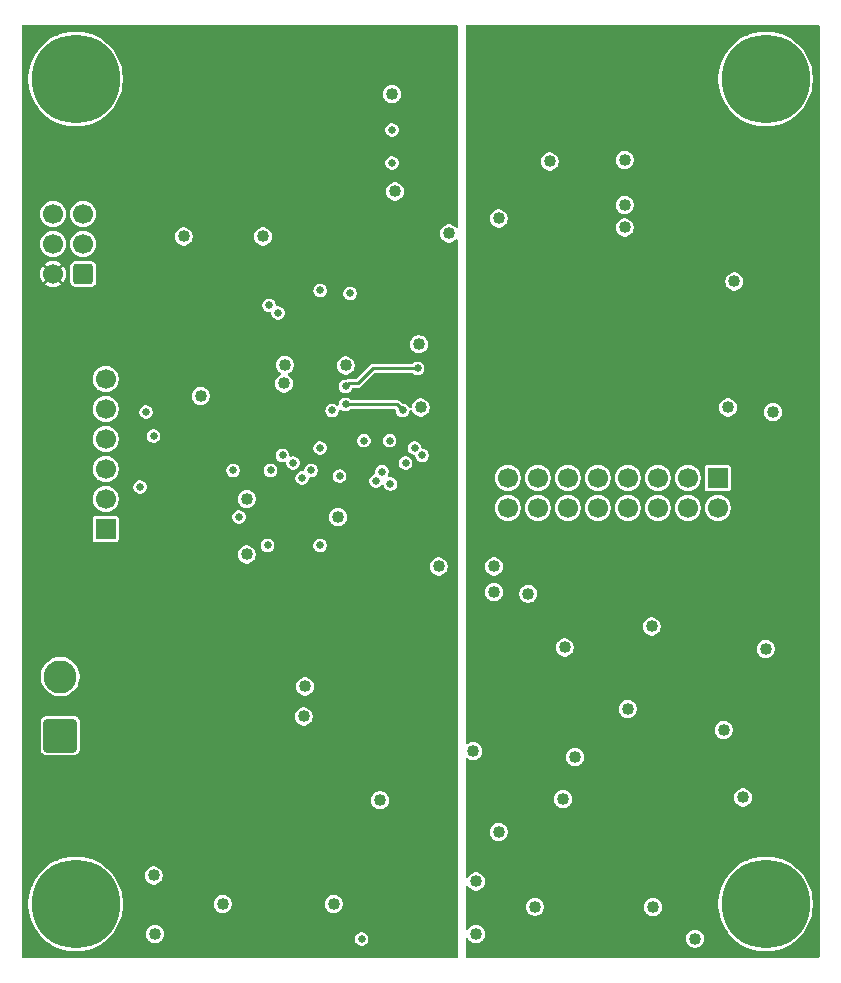
<source format=gbr>
%TF.GenerationSoftware,KiCad,Pcbnew,9.0.3-9.0.3-0~ubuntu24.04.1*%
%TF.CreationDate,2025-08-25T07:44:28-04:00*%
%TF.ProjectId,led-photodiode-avr,6c65642d-7068-46f7-946f-64696f64652d,rev?*%
%TF.SameCoordinates,Original*%
%TF.FileFunction,Copper,L3,Inr*%
%TF.FilePolarity,Positive*%
%FSLAX46Y46*%
G04 Gerber Fmt 4.6, Leading zero omitted, Abs format (unit mm)*
G04 Created by KiCad (PCBNEW 9.0.3-9.0.3-0~ubuntu24.04.1) date 2025-08-25 07:44:28*
%MOMM*%
%LPD*%
G01*
G04 APERTURE LIST*
G04 Aperture macros list*
%AMRoundRect*
0 Rectangle with rounded corners*
0 $1 Rounding radius*
0 $2 $3 $4 $5 $6 $7 $8 $9 X,Y pos of 4 corners*
0 Add a 4 corners polygon primitive as box body*
4,1,4,$2,$3,$4,$5,$6,$7,$8,$9,$2,$3,0*
0 Add four circle primitives for the rounded corners*
1,1,$1+$1,$2,$3*
1,1,$1+$1,$4,$5*
1,1,$1+$1,$6,$7*
1,1,$1+$1,$8,$9*
0 Add four rect primitives between the rounded corners*
20,1,$1+$1,$2,$3,$4,$5,0*
20,1,$1+$1,$4,$5,$6,$7,0*
20,1,$1+$1,$6,$7,$8,$9,0*
20,1,$1+$1,$8,$9,$2,$3,0*%
G04 Aperture macros list end*
%TA.AperFunction,ComponentPad*%
%ADD10RoundRect,0.250001X1.149999X-1.149999X1.149999X1.149999X-1.149999X1.149999X-1.149999X-1.149999X0*%
%TD*%
%TA.AperFunction,ComponentPad*%
%ADD11C,2.800000*%
%TD*%
%TA.AperFunction,ComponentPad*%
%ADD12R,1.700000X1.700000*%
%TD*%
%TA.AperFunction,ComponentPad*%
%ADD13C,1.700000*%
%TD*%
%TA.AperFunction,ComponentPad*%
%ADD14C,7.500000*%
%TD*%
%TA.AperFunction,ComponentPad*%
%ADD15RoundRect,0.250000X0.600000X0.600000X-0.600000X0.600000X-0.600000X-0.600000X0.600000X-0.600000X0*%
%TD*%
%TA.AperFunction,ViaPad*%
%ADD16C,0.635000*%
%TD*%
%TA.AperFunction,ViaPad*%
%ADD17C,1.016000*%
%TD*%
%TA.AperFunction,Conductor*%
%ADD18C,0.254000*%
%TD*%
G04 APERTURE END LIST*
D10*
%TO.N,VBUS*%
%TO.C,J1*%
X120617500Y-117820000D03*
D11*
%TO.N,GND*%
X120617500Y-112820000D03*
%TD*%
D12*
%TO.N,GND*%
%TO.C,J4*%
X124460000Y-100330000D03*
D13*
%TO.N,unconnected-(J4-Pin_2-Pad2)*%
X124460000Y-97790000D03*
%TO.N,Net-(J4-Pin_3)*%
X124460000Y-95250000D03*
%TO.N,/RXD*%
X124460000Y-92710000D03*
%TO.N,/TXD*%
X124460000Y-90170000D03*
%TO.N,unconnected-(J4-Pin_6-Pad6)*%
X124460000Y-87630000D03*
%TD*%
D14*
%TO.N,N/C*%
%TO.C,H3*%
X121920000Y-132080000D03*
%TD*%
%TO.N,N/C*%
%TO.C,H4*%
X180340000Y-132080000D03*
%TD*%
D15*
%TO.N,/MISO*%
%TO.C,J3*%
X122560000Y-78740000D03*
D13*
%TO.N,VCC*%
X120020000Y-78740000D03*
%TO.N,/SCK*%
X122560000Y-76200000D03*
%TO.N,/MOSI*%
X120020000Y-76200000D03*
%TO.N,/~{RESET}*%
X122560000Y-73660000D03*
%TO.N,GND*%
X120020000Y-73660000D03*
%TD*%
D12*
%TO.N,/LED_driver/LED_3*%
%TO.C,J2*%
X176280000Y-96000000D03*
D13*
%TO.N,Net-(J2-Pin_2)*%
X176280000Y-98540000D03*
%TO.N,/LED_driver/LED_K*%
X173740000Y-96000000D03*
%TO.N,Earth*%
X173740000Y-98540000D03*
%TO.N,/LED_driver/LED_2*%
X171200000Y-96000000D03*
%TO.N,unconnected-(J2-Pin_6-Pad6)*%
X171200000Y-98540000D03*
%TO.N,/LED_driver/LED_K*%
X168660000Y-96000000D03*
%TO.N,unconnected-(J2-Pin_8-Pad8)*%
X168660000Y-98540000D03*
%TO.N,/LED_driver/LED_1*%
X166120000Y-96000000D03*
%TO.N,unconnected-(J2-Pin_10-Pad10)*%
X166120000Y-98540000D03*
%TO.N,/LED_driver/LED_K*%
X163580000Y-96000000D03*
%TO.N,unconnected-(J2-Pin_12-Pad12)*%
X163580000Y-98540000D03*
%TO.N,unconnected-(J2-Pin_13-Pad13)*%
X161040000Y-96000000D03*
%TO.N,Earth*%
X161040000Y-98540000D03*
%TO.N,unconnected-(J2-Pin_15-Pad15)*%
X158500000Y-96000000D03*
%TO.N,Net-(J2-Pin_16)*%
X158500000Y-98540000D03*
%TD*%
D14*
%TO.N,N/C*%
%TO.C,H2*%
X180340000Y-62230000D03*
%TD*%
%TO.N,N/C*%
%TO.C,H1*%
X121920000Y-62230000D03*
%TD*%
D16*
%TO.N,GND*%
X142621000Y-101727000D03*
%TO.N,/GP_LED2*%
X138176000Y-101727000D03*
X135763000Y-99314000D03*
D17*
%TO.N,Earth*%
X160796000Y-132320000D03*
X180340000Y-110490000D03*
X157353000Y-105664000D03*
X163322000Y-110363000D03*
X168656000Y-115570000D03*
X170688000Y-108585000D03*
X178435000Y-123063000D03*
X155575000Y-119126000D03*
X157353000Y-103505000D03*
X162052000Y-69215000D03*
X174362000Y-135010000D03*
X177694500Y-79375000D03*
X160252500Y-105812500D03*
X176784000Y-117348000D03*
X180975000Y-90424000D03*
X170815000Y-132334000D03*
X157734000Y-125984000D03*
X155829000Y-130175000D03*
X155829000Y-134620000D03*
X168402000Y-69088000D03*
X163195000Y-123190000D03*
X157734000Y-74041000D03*
%TO.N,+5VA*%
X172595028Y-84965028D03*
X158115000Y-85217000D03*
X164465000Y-134620000D03*
X173101000Y-66548000D03*
X162941676Y-85090676D03*
X181422000Y-118425000D03*
X163195000Y-64897000D03*
X156210000Y-82550000D03*
X173355000Y-113030000D03*
X177694500Y-77300000D03*
X167768352Y-84964352D03*
X175260000Y-108585000D03*
X174117000Y-130302000D03*
X180340000Y-122936000D03*
X156587500Y-110236000D03*
%TO.N,GND*%
X144145000Y-99314000D03*
X153543000Y-75311000D03*
D16*
X148717000Y-66548000D03*
D17*
X144780000Y-86487000D03*
X141224000Y-116205000D03*
X132504000Y-89070000D03*
D16*
X146138000Y-135040000D03*
D17*
X148717000Y-63500000D03*
X151130000Y-90043000D03*
D16*
X148717000Y-69342000D03*
D17*
X134366000Y-132080000D03*
X139573000Y-88011000D03*
X147697500Y-123313500D03*
X152654000Y-103505000D03*
X150981500Y-84687500D03*
X128524000Y-129667000D03*
X143764000Y-132080000D03*
X141351000Y-113665000D03*
X128651000Y-134620000D03*
X148971000Y-71755000D03*
X136398000Y-97790000D03*
X136398000Y-102489000D03*
X139630000Y-86430000D03*
%TO.N,VCC*%
X134620000Y-77470000D03*
D16*
X153416000Y-66675000D03*
D17*
X153543000Y-71755000D03*
X133223000Y-134620000D03*
X132572000Y-94234000D03*
X132588000Y-87122000D03*
D16*
X153289000Y-69215000D03*
D17*
X142113000Y-74676000D03*
X146431000Y-112141000D03*
X131572000Y-97790000D03*
D16*
X145923000Y-130175000D03*
D17*
X136652000Y-87122000D03*
X137795000Y-134620000D03*
X131445000Y-100711000D03*
X151130000Y-88138000D03*
%TO.N,Net-(U8--)*%
X168402000Y-72898000D03*
X168402000Y-74803000D03*
D16*
%TO.N,Net-(U7-AVCC)*%
X144780000Y-89789000D03*
X149606000Y-90297000D03*
%TO.N,Net-(U7-AREF)*%
X144780000Y-88265000D03*
X150876000Y-86741000D03*
D17*
%TO.N,Net-(J2-Pin_16)*%
X164207500Y-119637500D03*
%TO.N,/LED_driver/LED_K*%
X177165000Y-90043000D03*
D16*
%TO.N,/MOSI*%
X147348600Y-96266000D03*
X127381000Y-96774000D03*
X144272000Y-95849800D03*
%TO.N,/MISO*%
X143637000Y-90297000D03*
X127889000Y-90424000D03*
D17*
%TO.N,/~{RESET}*%
X131064000Y-75565000D03*
X137795000Y-75565000D03*
D16*
%TO.N,/SCK*%
X128524000Y-92456000D03*
X146318401Y-92851401D03*
X148508820Y-92851401D03*
%TO.N,/RXD*%
X138303000Y-81407000D03*
%TO.N,/TXD*%
X139065000Y-82042000D03*
%TO.N,/SCL*%
X145161000Y-80391000D03*
X142621000Y-80137000D03*
%TO.N,/GP_LED*%
X138430000Y-95377000D03*
X135255000Y-95377000D03*
%TO.N,/PB0*%
X141859000Y-95377000D03*
X148578006Y-96531994D03*
%TO.N,/PD5*%
X139446000Y-94107000D03*
X151257000Y-94107000D03*
%TO.N,/PD6{slash}OC0A*%
X140335000Y-94742000D03*
X149860000Y-94742000D03*
%TO.N,/PB1{slash}OC1A*%
X150622000Y-93472000D03*
X142621000Y-93472000D03*
%TO.N,/PD7*%
X141097000Y-96012000D03*
X147861000Y-95471000D03*
%TD*%
D18*
%TO.N,Net-(U7-AVCC)*%
X144780000Y-89789000D02*
X149098000Y-89789000D01*
X149098000Y-89789000D02*
X149606000Y-90297000D01*
%TO.N,Net-(U7-AREF)*%
X147066000Y-86741000D02*
X150876000Y-86741000D01*
X144780000Y-88265000D02*
X145034000Y-88011000D01*
X145034000Y-88011000D02*
X145796000Y-88011000D01*
X145796000Y-88011000D02*
X147066000Y-86741000D01*
%TD*%
%TA.AperFunction,Conductor*%
%TO.N,VCC*%
G36*
X154247121Y-57670502D02*
G01*
X154293614Y-57724158D01*
X154305000Y-57776500D01*
X154305000Y-74690473D01*
X154284998Y-74758594D01*
X154231342Y-74805087D01*
X154161068Y-74815191D01*
X154096488Y-74785697D01*
X154089905Y-74779568D01*
X154029067Y-74718730D01*
X154029065Y-74718728D01*
X153904179Y-74635282D01*
X153765414Y-74577803D01*
X153618103Y-74548500D01*
X153618100Y-74548500D01*
X153467900Y-74548500D01*
X153467896Y-74548500D01*
X153320585Y-74577803D01*
X153320584Y-74577804D01*
X153181819Y-74635283D01*
X153056939Y-74718725D01*
X153056932Y-74718730D01*
X152950730Y-74824932D01*
X152950725Y-74824939D01*
X152867283Y-74949819D01*
X152809804Y-75088584D01*
X152809803Y-75088585D01*
X152780500Y-75235896D01*
X152780500Y-75386103D01*
X152809803Y-75533413D01*
X152867282Y-75672179D01*
X152950728Y-75797065D01*
X153056935Y-75903272D01*
X153181821Y-75986718D01*
X153320587Y-76044197D01*
X153467900Y-76073500D01*
X153618100Y-76073500D01*
X153765413Y-76044197D01*
X153904179Y-75986718D01*
X154029065Y-75903272D01*
X154089905Y-75842432D01*
X154152217Y-75808406D01*
X154223032Y-75813471D01*
X154279868Y-75856018D01*
X154304679Y-75922538D01*
X154305000Y-75931527D01*
X154305000Y-136533500D01*
X154284998Y-136601621D01*
X154231342Y-136648114D01*
X154179000Y-136659500D01*
X117466500Y-136659500D01*
X117398379Y-136639498D01*
X117351886Y-136585842D01*
X117340500Y-136533500D01*
X117340500Y-131883265D01*
X117915500Y-131883265D01*
X117915500Y-132276734D01*
X117954064Y-132668283D01*
X118030826Y-133054187D01*
X118145040Y-133430702D01*
X118295610Y-133794209D01*
X118481085Y-134141209D01*
X118699677Y-134468355D01*
X118880581Y-134688787D01*
X118949283Y-134772501D01*
X118949290Y-134772508D01*
X118949299Y-134772518D01*
X119227481Y-135050700D01*
X119227490Y-135050708D01*
X119227499Y-135050717D01*
X119227509Y-135050725D01*
X119531644Y-135300322D01*
X119827053Y-135497708D01*
X119858793Y-135518916D01*
X120205791Y-135704390D01*
X120569298Y-135854960D01*
X120945813Y-135969174D01*
X121331709Y-136045934D01*
X121331712Y-136045934D01*
X121331716Y-136045935D01*
X121527490Y-136065217D01*
X121723272Y-136084500D01*
X121723281Y-136084500D01*
X122116719Y-136084500D01*
X122116728Y-136084500D01*
X122374598Y-136059101D01*
X122508283Y-136045935D01*
X122508285Y-136045934D01*
X122508291Y-136045934D01*
X122894187Y-135969174D01*
X123270702Y-135854960D01*
X123634209Y-135704390D01*
X123981207Y-135518916D01*
X124308354Y-135300323D01*
X124612501Y-135050717D01*
X124890717Y-134772501D01*
X125077507Y-134544896D01*
X127888500Y-134544896D01*
X127888500Y-134695103D01*
X127913189Y-134819218D01*
X127917803Y-134842413D01*
X127975282Y-134981179D01*
X128058728Y-135106065D01*
X128164935Y-135212272D01*
X128289821Y-135295718D01*
X128428587Y-135353197D01*
X128575900Y-135382500D01*
X128726100Y-135382500D01*
X128873413Y-135353197D01*
X129012179Y-135295718D01*
X129137065Y-135212272D01*
X129243272Y-135106065D01*
X129326718Y-134981179D01*
X129333546Y-134964695D01*
X145566000Y-134964695D01*
X145566000Y-135115305D01*
X145591981Y-135212269D01*
X145604980Y-135260781D01*
X145604983Y-135260788D01*
X145680283Y-135391212D01*
X145680291Y-135391222D01*
X145786777Y-135497708D01*
X145786782Y-135497712D01*
X145786784Y-135497714D01*
X145917216Y-135573019D01*
X146062695Y-135612000D01*
X146062697Y-135612000D01*
X146213303Y-135612000D01*
X146213305Y-135612000D01*
X146358784Y-135573019D01*
X146489216Y-135497714D01*
X146595714Y-135391216D01*
X146671019Y-135260784D01*
X146710000Y-135115305D01*
X146710000Y-134964695D01*
X146671019Y-134819216D01*
X146644042Y-134772490D01*
X146595716Y-134688787D01*
X146595708Y-134688777D01*
X146489222Y-134582291D01*
X146489212Y-134582283D01*
X146358788Y-134506983D01*
X146358785Y-134506982D01*
X146358784Y-134506981D01*
X146358782Y-134506980D01*
X146358781Y-134506980D01*
X146319800Y-134496535D01*
X146213305Y-134468000D01*
X146062695Y-134468000D01*
X145984735Y-134488889D01*
X145917218Y-134506980D01*
X145917211Y-134506983D01*
X145786787Y-134582283D01*
X145786777Y-134582291D01*
X145680291Y-134688777D01*
X145680283Y-134688787D01*
X145604983Y-134819211D01*
X145604980Y-134819218D01*
X145598762Y-134842424D01*
X145566000Y-134964695D01*
X129333546Y-134964695D01*
X129356940Y-134908217D01*
X129384193Y-134842424D01*
X129384196Y-134842415D01*
X129384197Y-134842413D01*
X129413500Y-134695100D01*
X129413500Y-134544900D01*
X129384197Y-134397587D01*
X129326718Y-134258821D01*
X129243272Y-134133935D01*
X129137065Y-134027728D01*
X129012179Y-133944282D01*
X128873414Y-133886803D01*
X128726103Y-133857500D01*
X128726100Y-133857500D01*
X128575900Y-133857500D01*
X128575896Y-133857500D01*
X128428585Y-133886803D01*
X128428584Y-133886804D01*
X128289819Y-133944283D01*
X128164939Y-134027725D01*
X128164932Y-134027730D01*
X128058730Y-134133932D01*
X128058725Y-134133939D01*
X127975283Y-134258819D01*
X127917804Y-134397584D01*
X127917803Y-134397585D01*
X127888500Y-134544896D01*
X125077507Y-134544896D01*
X125140323Y-134468354D01*
X125358916Y-134141207D01*
X125544390Y-133794209D01*
X125694960Y-133430702D01*
X125809174Y-133054187D01*
X125885934Y-132668291D01*
X125896003Y-132566065D01*
X125924499Y-132276734D01*
X125924500Y-132276728D01*
X125924500Y-132004896D01*
X133603500Y-132004896D01*
X133603500Y-132155103D01*
X133627692Y-132276718D01*
X133632803Y-132302413D01*
X133690282Y-132441179D01*
X133773728Y-132566065D01*
X133879935Y-132672272D01*
X134004821Y-132755718D01*
X134143587Y-132813197D01*
X134290900Y-132842500D01*
X134441100Y-132842500D01*
X134588413Y-132813197D01*
X134727179Y-132755718D01*
X134852065Y-132672272D01*
X134958272Y-132566065D01*
X135041718Y-132441179D01*
X135099197Y-132302413D01*
X135128500Y-132155100D01*
X135128500Y-132004900D01*
X135128499Y-132004896D01*
X143001500Y-132004896D01*
X143001500Y-132155103D01*
X143025692Y-132276718D01*
X143030803Y-132302413D01*
X143088282Y-132441179D01*
X143171728Y-132566065D01*
X143277935Y-132672272D01*
X143402821Y-132755718D01*
X143541587Y-132813197D01*
X143688900Y-132842500D01*
X143839100Y-132842500D01*
X143986413Y-132813197D01*
X144125179Y-132755718D01*
X144250065Y-132672272D01*
X144356272Y-132566065D01*
X144439718Y-132441179D01*
X144497197Y-132302413D01*
X144526500Y-132155100D01*
X144526500Y-132004900D01*
X144497197Y-131857587D01*
X144439718Y-131718821D01*
X144356272Y-131593935D01*
X144250065Y-131487728D01*
X144125179Y-131404282D01*
X143986414Y-131346803D01*
X143839103Y-131317500D01*
X143839100Y-131317500D01*
X143688900Y-131317500D01*
X143688896Y-131317500D01*
X143541585Y-131346803D01*
X143541584Y-131346804D01*
X143402819Y-131404283D01*
X143277939Y-131487725D01*
X143277932Y-131487730D01*
X143171730Y-131593932D01*
X143171725Y-131593939D01*
X143088283Y-131718819D01*
X143030804Y-131857584D01*
X143030803Y-131857585D01*
X143001500Y-132004896D01*
X135128499Y-132004896D01*
X135099197Y-131857587D01*
X135041718Y-131718821D01*
X134958272Y-131593935D01*
X134852065Y-131487728D01*
X134727179Y-131404282D01*
X134588414Y-131346803D01*
X134441103Y-131317500D01*
X134441100Y-131317500D01*
X134290900Y-131317500D01*
X134290896Y-131317500D01*
X134143585Y-131346803D01*
X134143584Y-131346804D01*
X134004819Y-131404283D01*
X133879939Y-131487725D01*
X133879932Y-131487730D01*
X133773730Y-131593932D01*
X133773725Y-131593939D01*
X133690283Y-131718819D01*
X133632804Y-131857584D01*
X133632803Y-131857585D01*
X133603500Y-132004896D01*
X125924500Y-132004896D01*
X125924500Y-131883272D01*
X125896003Y-131593939D01*
X125885935Y-131491716D01*
X125885934Y-131491709D01*
X125809174Y-131105813D01*
X125694960Y-130729298D01*
X125544390Y-130365791D01*
X125358916Y-130018793D01*
X125140323Y-129691646D01*
X125058461Y-129591896D01*
X127761500Y-129591896D01*
X127761500Y-129742103D01*
X127790803Y-129889413D01*
X127848282Y-130028179D01*
X127931728Y-130153065D01*
X128037935Y-130259272D01*
X128162821Y-130342718D01*
X128301587Y-130400197D01*
X128448900Y-130429500D01*
X128599100Y-130429500D01*
X128746413Y-130400197D01*
X128885179Y-130342718D01*
X129010065Y-130259272D01*
X129116272Y-130153065D01*
X129199718Y-130028179D01*
X129257197Y-129889413D01*
X129286500Y-129742100D01*
X129286500Y-129591900D01*
X129257197Y-129444587D01*
X129199718Y-129305821D01*
X129116272Y-129180935D01*
X129010065Y-129074728D01*
X128885179Y-128991282D01*
X128746414Y-128933803D01*
X128599103Y-128904500D01*
X128599100Y-128904500D01*
X128448900Y-128904500D01*
X128448896Y-128904500D01*
X128301585Y-128933803D01*
X128301584Y-128933804D01*
X128162819Y-128991283D01*
X128037939Y-129074725D01*
X128037932Y-129074730D01*
X127931730Y-129180932D01*
X127931725Y-129180939D01*
X127848283Y-129305819D01*
X127790804Y-129444584D01*
X127790803Y-129444585D01*
X127761500Y-129591896D01*
X125058461Y-129591896D01*
X124890717Y-129387499D01*
X124890700Y-129387481D01*
X124612518Y-129109299D01*
X124612508Y-129109290D01*
X124612501Y-129109283D01*
X124570398Y-129074730D01*
X124308355Y-128859677D01*
X123981209Y-128641085D01*
X123634209Y-128455610D01*
X123270702Y-128305040D01*
X122894187Y-128190826D01*
X122894188Y-128190826D01*
X122508283Y-128114064D01*
X122116734Y-128075500D01*
X122116728Y-128075500D01*
X121723272Y-128075500D01*
X121723265Y-128075500D01*
X121331716Y-128114064D01*
X120945812Y-128190826D01*
X120569307Y-128305037D01*
X120569304Y-128305038D01*
X120569298Y-128305040D01*
X120337624Y-128401002D01*
X120205790Y-128455610D01*
X119858790Y-128641085D01*
X119531644Y-128859677D01*
X119227509Y-129109274D01*
X119227481Y-129109299D01*
X118949299Y-129387481D01*
X118949274Y-129387509D01*
X118699677Y-129691644D01*
X118481085Y-130018790D01*
X118295610Y-130365790D01*
X118269221Y-130429499D01*
X118145040Y-130729298D01*
X118145038Y-130729304D01*
X118145037Y-130729307D01*
X118030826Y-131105812D01*
X117954064Y-131491716D01*
X117915500Y-131883265D01*
X117340500Y-131883265D01*
X117340500Y-123238396D01*
X146935000Y-123238396D01*
X146935000Y-123388603D01*
X146964303Y-123535913D01*
X147021782Y-123674679D01*
X147105228Y-123799565D01*
X147211435Y-123905772D01*
X147336321Y-123989218D01*
X147475087Y-124046697D01*
X147622400Y-124076000D01*
X147772600Y-124076000D01*
X147919913Y-124046697D01*
X148058679Y-123989218D01*
X148183565Y-123905772D01*
X148289772Y-123799565D01*
X148373218Y-123674679D01*
X148430697Y-123535913D01*
X148460000Y-123388600D01*
X148460000Y-123238400D01*
X148430697Y-123091087D01*
X148373218Y-122952321D01*
X148289772Y-122827435D01*
X148183565Y-122721228D01*
X148058679Y-122637782D01*
X147919914Y-122580303D01*
X147772603Y-122551000D01*
X147772600Y-122551000D01*
X147622400Y-122551000D01*
X147622396Y-122551000D01*
X147475085Y-122580303D01*
X147475084Y-122580304D01*
X147336319Y-122637783D01*
X147211439Y-122721225D01*
X147211432Y-122721230D01*
X147105230Y-122827432D01*
X147105225Y-122827439D01*
X147021783Y-122952319D01*
X146964304Y-123091084D01*
X146964303Y-123091085D01*
X146935000Y-123238396D01*
X117340500Y-123238396D01*
X117340500Y-116621733D01*
X118963000Y-116621733D01*
X118963000Y-119018266D01*
X118969458Y-119078335D01*
X118969459Y-119078340D01*
X118969460Y-119078341D01*
X119020158Y-119214267D01*
X119107096Y-119330404D01*
X119223233Y-119417342D01*
X119359159Y-119468040D01*
X119359162Y-119468040D01*
X119359164Y-119468041D01*
X119419233Y-119474499D01*
X119419241Y-119474499D01*
X119419246Y-119474500D01*
X119419250Y-119474500D01*
X121815750Y-119474500D01*
X121815754Y-119474500D01*
X121815759Y-119474499D01*
X121815766Y-119474499D01*
X121875835Y-119468041D01*
X121875836Y-119468040D01*
X121875841Y-119468040D01*
X122011767Y-119417342D01*
X122127904Y-119330404D01*
X122214842Y-119214267D01*
X122265540Y-119078341D01*
X122272000Y-119018254D01*
X122272000Y-116621746D01*
X122271999Y-116621733D01*
X122265541Y-116561664D01*
X122265540Y-116561662D01*
X122265540Y-116561659D01*
X122214842Y-116425733D01*
X122127904Y-116309596D01*
X122088505Y-116280103D01*
X122014333Y-116224579D01*
X122011768Y-116222659D01*
X122011767Y-116222658D01*
X121875841Y-116171960D01*
X121875840Y-116171959D01*
X121875835Y-116171958D01*
X121815766Y-116165500D01*
X121815754Y-116165500D01*
X119419246Y-116165500D01*
X119419233Y-116165500D01*
X119359164Y-116171958D01*
X119359159Y-116171960D01*
X119223233Y-116222658D01*
X119223232Y-116222658D01*
X119223231Y-116222659D01*
X119107097Y-116309595D01*
X119107096Y-116309596D01*
X119020158Y-116425733D01*
X119019531Y-116427414D01*
X118969458Y-116561664D01*
X118963000Y-116621733D01*
X117340500Y-116621733D01*
X117340500Y-116129896D01*
X140461500Y-116129896D01*
X140461500Y-116280103D01*
X140467367Y-116309595D01*
X140490803Y-116427413D01*
X140548282Y-116566179D01*
X140631728Y-116691065D01*
X140737935Y-116797272D01*
X140862821Y-116880718D01*
X141001587Y-116938197D01*
X141148900Y-116967500D01*
X141299100Y-116967500D01*
X141446413Y-116938197D01*
X141585179Y-116880718D01*
X141710065Y-116797272D01*
X141816272Y-116691065D01*
X141899718Y-116566179D01*
X141957197Y-116427413D01*
X141986500Y-116280100D01*
X141986500Y-116129900D01*
X141957197Y-115982587D01*
X141899718Y-115843821D01*
X141816272Y-115718935D01*
X141710065Y-115612728D01*
X141585179Y-115529282D01*
X141446414Y-115471803D01*
X141299103Y-115442500D01*
X141299100Y-115442500D01*
X141148900Y-115442500D01*
X141148896Y-115442500D01*
X141001585Y-115471803D01*
X141001584Y-115471804D01*
X140862819Y-115529283D01*
X140737939Y-115612725D01*
X140737932Y-115612730D01*
X140631730Y-115718932D01*
X140631725Y-115718939D01*
X140548283Y-115843819D01*
X140490804Y-115982584D01*
X140490803Y-115982585D01*
X140461500Y-116129896D01*
X117340500Y-116129896D01*
X117340500Y-112689788D01*
X118963000Y-112689788D01*
X118963000Y-112950212D01*
X118999226Y-113178935D01*
X119003740Y-113207435D01*
X119084213Y-113455104D01*
X119084214Y-113455107D01*
X119084215Y-113455108D01*
X119202445Y-113687147D01*
X119355518Y-113897834D01*
X119355520Y-113897836D01*
X119355522Y-113897839D01*
X119539660Y-114081977D01*
X119539663Y-114081979D01*
X119539666Y-114081982D01*
X119750353Y-114235055D01*
X119982392Y-114353285D01*
X120230070Y-114433761D01*
X120487288Y-114474500D01*
X120487291Y-114474500D01*
X120747709Y-114474500D01*
X120747712Y-114474500D01*
X121004930Y-114433761D01*
X121252608Y-114353285D01*
X121484647Y-114235055D01*
X121695334Y-114081982D01*
X121879482Y-113897834D01*
X122032555Y-113687147D01*
X122082107Y-113589896D01*
X140588500Y-113589896D01*
X140588500Y-113740103D01*
X140617803Y-113887413D01*
X140675282Y-114026179D01*
X140758728Y-114151065D01*
X140864935Y-114257272D01*
X140989821Y-114340718D01*
X141128587Y-114398197D01*
X141275900Y-114427500D01*
X141426100Y-114427500D01*
X141573413Y-114398197D01*
X141712179Y-114340718D01*
X141837065Y-114257272D01*
X141943272Y-114151065D01*
X142026718Y-114026179D01*
X142084197Y-113887413D01*
X142113500Y-113740100D01*
X142113500Y-113589900D01*
X142084197Y-113442587D01*
X142026718Y-113303821D01*
X141943272Y-113178935D01*
X141837065Y-113072728D01*
X141712179Y-112989282D01*
X141573414Y-112931803D01*
X141426103Y-112902500D01*
X141426100Y-112902500D01*
X141275900Y-112902500D01*
X141275896Y-112902500D01*
X141128585Y-112931803D01*
X141128584Y-112931804D01*
X140989819Y-112989283D01*
X140864939Y-113072725D01*
X140864932Y-113072730D01*
X140758730Y-113178932D01*
X140758725Y-113178939D01*
X140675283Y-113303819D01*
X140617804Y-113442584D01*
X140617803Y-113442585D01*
X140588500Y-113589896D01*
X122082107Y-113589896D01*
X122150785Y-113455108D01*
X122231261Y-113207430D01*
X122272000Y-112950212D01*
X122272000Y-112689788D01*
X122231261Y-112432570D01*
X122150785Y-112184892D01*
X122032555Y-111952853D01*
X121879482Y-111742166D01*
X121879479Y-111742163D01*
X121879477Y-111742160D01*
X121695339Y-111558022D01*
X121695336Y-111558020D01*
X121695334Y-111558018D01*
X121484647Y-111404945D01*
X121252608Y-111286715D01*
X121252607Y-111286714D01*
X121252604Y-111286713D01*
X121004935Y-111206240D01*
X121004931Y-111206239D01*
X121004930Y-111206239D01*
X120747712Y-111165500D01*
X120487288Y-111165500D01*
X120230070Y-111206239D01*
X120230064Y-111206240D01*
X119982395Y-111286713D01*
X119750349Y-111404947D01*
X119539663Y-111558020D01*
X119539660Y-111558022D01*
X119355522Y-111742160D01*
X119355520Y-111742163D01*
X119202447Y-111952849D01*
X119084213Y-112184895D01*
X119003740Y-112432564D01*
X119003739Y-112432569D01*
X119003739Y-112432570D01*
X118963000Y-112689788D01*
X117340500Y-112689788D01*
X117340500Y-103429896D01*
X151891500Y-103429896D01*
X151891500Y-103580103D01*
X151920803Y-103727413D01*
X151978282Y-103866179D01*
X152061728Y-103991065D01*
X152167935Y-104097272D01*
X152292821Y-104180718D01*
X152431587Y-104238197D01*
X152578900Y-104267500D01*
X152729100Y-104267500D01*
X152876413Y-104238197D01*
X153015179Y-104180718D01*
X153140065Y-104097272D01*
X153246272Y-103991065D01*
X153329718Y-103866179D01*
X153387197Y-103727413D01*
X153416500Y-103580100D01*
X153416500Y-103429900D01*
X153387197Y-103282587D01*
X153329718Y-103143821D01*
X153246272Y-103018935D01*
X153140065Y-102912728D01*
X153015179Y-102829282D01*
X152876414Y-102771803D01*
X152729103Y-102742500D01*
X152729100Y-102742500D01*
X152578900Y-102742500D01*
X152578896Y-102742500D01*
X152431585Y-102771803D01*
X152431584Y-102771804D01*
X152292819Y-102829283D01*
X152167939Y-102912725D01*
X152167932Y-102912730D01*
X152061730Y-103018932D01*
X152061725Y-103018939D01*
X151978283Y-103143819D01*
X151920804Y-103282584D01*
X151920803Y-103282585D01*
X151891500Y-103429896D01*
X117340500Y-103429896D01*
X117340500Y-102413896D01*
X135635500Y-102413896D01*
X135635500Y-102564103D01*
X135664803Y-102711413D01*
X135722282Y-102850179D01*
X135805728Y-102975065D01*
X135911935Y-103081272D01*
X136036821Y-103164718D01*
X136175587Y-103222197D01*
X136322900Y-103251500D01*
X136473100Y-103251500D01*
X136620413Y-103222197D01*
X136759179Y-103164718D01*
X136884065Y-103081272D01*
X136990272Y-102975065D01*
X137073718Y-102850179D01*
X137131197Y-102711413D01*
X137160500Y-102564100D01*
X137160500Y-102413900D01*
X137131197Y-102266587D01*
X137073718Y-102127821D01*
X136990272Y-102002935D01*
X136884065Y-101896728D01*
X136759179Y-101813282D01*
X136630174Y-101759846D01*
X136630172Y-101759845D01*
X136620419Y-101755805D01*
X136620414Y-101755803D01*
X136473103Y-101726500D01*
X136473100Y-101726500D01*
X136322900Y-101726500D01*
X136322896Y-101726500D01*
X136175585Y-101755803D01*
X136175584Y-101755804D01*
X136036819Y-101813283D01*
X135911939Y-101896725D01*
X135911932Y-101896730D01*
X135805730Y-102002932D01*
X135805725Y-102002939D01*
X135722283Y-102127819D01*
X135664804Y-102266584D01*
X135664803Y-102266585D01*
X135635500Y-102413896D01*
X117340500Y-102413896D01*
X117340500Y-101651695D01*
X137604000Y-101651695D01*
X137604000Y-101802305D01*
X137606942Y-101813283D01*
X137642980Y-101947781D01*
X137642983Y-101947788D01*
X137718283Y-102078212D01*
X137718291Y-102078222D01*
X137824777Y-102184708D01*
X137824782Y-102184712D01*
X137824784Y-102184714D01*
X137955216Y-102260019D01*
X138100695Y-102299000D01*
X138100697Y-102299000D01*
X138251303Y-102299000D01*
X138251305Y-102299000D01*
X138396784Y-102260019D01*
X138527216Y-102184714D01*
X138633714Y-102078216D01*
X138709019Y-101947784D01*
X138748000Y-101802305D01*
X138748000Y-101651695D01*
X142049000Y-101651695D01*
X142049000Y-101802305D01*
X142051942Y-101813283D01*
X142087980Y-101947781D01*
X142087983Y-101947788D01*
X142163283Y-102078212D01*
X142163291Y-102078222D01*
X142269777Y-102184708D01*
X142269782Y-102184712D01*
X142269784Y-102184714D01*
X142400216Y-102260019D01*
X142545695Y-102299000D01*
X142545697Y-102299000D01*
X142696303Y-102299000D01*
X142696305Y-102299000D01*
X142841784Y-102260019D01*
X142972216Y-102184714D01*
X143078714Y-102078216D01*
X143154019Y-101947784D01*
X143193000Y-101802305D01*
X143193000Y-101651695D01*
X143154019Y-101506216D01*
X143078714Y-101375784D01*
X143078712Y-101375782D01*
X143078708Y-101375777D01*
X142972222Y-101269291D01*
X142972212Y-101269283D01*
X142841788Y-101193983D01*
X142841785Y-101193982D01*
X142841784Y-101193981D01*
X142841782Y-101193980D01*
X142841781Y-101193980D01*
X142802800Y-101183535D01*
X142696305Y-101155000D01*
X142545695Y-101155000D01*
X142467735Y-101175889D01*
X142400218Y-101193980D01*
X142400211Y-101193983D01*
X142269787Y-101269283D01*
X142269777Y-101269291D01*
X142163291Y-101375777D01*
X142163283Y-101375787D01*
X142087983Y-101506211D01*
X142087981Y-101506216D01*
X142049000Y-101651695D01*
X138748000Y-101651695D01*
X138709019Y-101506216D01*
X138633714Y-101375784D01*
X138633712Y-101375782D01*
X138633708Y-101375777D01*
X138527222Y-101269291D01*
X138527212Y-101269283D01*
X138396788Y-101193983D01*
X138396785Y-101193982D01*
X138396784Y-101193981D01*
X138396782Y-101193980D01*
X138396781Y-101193980D01*
X138357800Y-101183535D01*
X138251305Y-101155000D01*
X138100695Y-101155000D01*
X138022735Y-101175889D01*
X137955218Y-101193980D01*
X137955211Y-101193983D01*
X137824787Y-101269283D01*
X137824777Y-101269291D01*
X137718291Y-101375777D01*
X137718283Y-101375787D01*
X137642983Y-101506211D01*
X137642981Y-101506216D01*
X137604000Y-101651695D01*
X117340500Y-101651695D01*
X117340500Y-99454930D01*
X123355500Y-99454930D01*
X123355500Y-101205063D01*
X123355501Y-101205073D01*
X123370265Y-101279300D01*
X123426516Y-101363484D01*
X123510697Y-101419733D01*
X123510699Y-101419734D01*
X123584933Y-101434500D01*
X125335066Y-101434499D01*
X125335069Y-101434498D01*
X125335073Y-101434498D01*
X125384326Y-101424701D01*
X125409301Y-101419734D01*
X125493484Y-101363484D01*
X125549734Y-101279301D01*
X125564500Y-101205067D01*
X125564499Y-99454934D01*
X125564498Y-99454930D01*
X125564498Y-99454926D01*
X125551445Y-99389303D01*
X125549734Y-99380699D01*
X125493484Y-99296516D01*
X125493482Y-99296515D01*
X125493482Y-99296514D01*
X125409302Y-99240266D01*
X125401404Y-99238695D01*
X135191000Y-99238695D01*
X135191000Y-99389305D01*
X135208583Y-99454926D01*
X135229980Y-99534781D01*
X135229983Y-99534788D01*
X135305283Y-99665212D01*
X135305291Y-99665222D01*
X135411777Y-99771708D01*
X135411782Y-99771712D01*
X135411784Y-99771714D01*
X135411785Y-99771715D01*
X135411787Y-99771716D01*
X135460889Y-99800065D01*
X135542216Y-99847019D01*
X135687695Y-99886000D01*
X135687697Y-99886000D01*
X135838303Y-99886000D01*
X135838305Y-99886000D01*
X135983784Y-99847019D01*
X136114216Y-99771714D01*
X136220714Y-99665216D01*
X136296019Y-99534784D01*
X136335000Y-99389305D01*
X136335000Y-99238896D01*
X143382500Y-99238896D01*
X143382500Y-99389103D01*
X143411478Y-99534781D01*
X143411803Y-99536413D01*
X143469282Y-99675179D01*
X143552728Y-99800065D01*
X143658935Y-99906272D01*
X143783821Y-99989718D01*
X143922587Y-100047197D01*
X144069900Y-100076500D01*
X144220100Y-100076500D01*
X144367413Y-100047197D01*
X144506179Y-99989718D01*
X144631065Y-99906272D01*
X144737272Y-99800065D01*
X144820718Y-99675179D01*
X144878197Y-99536413D01*
X144907500Y-99389100D01*
X144907500Y-99238900D01*
X144878197Y-99091587D01*
X144820718Y-98952821D01*
X144737272Y-98827935D01*
X144631065Y-98721728D01*
X144506179Y-98638282D01*
X144367414Y-98580803D01*
X144220103Y-98551500D01*
X144220100Y-98551500D01*
X144069900Y-98551500D01*
X144069896Y-98551500D01*
X143922585Y-98580803D01*
X143922584Y-98580804D01*
X143841295Y-98614475D01*
X143797865Y-98632465D01*
X143783819Y-98638283D01*
X143658939Y-98721725D01*
X143658932Y-98721730D01*
X143552730Y-98827932D01*
X143552725Y-98827939D01*
X143469283Y-98952819D01*
X143411804Y-99091584D01*
X143411803Y-99091585D01*
X143382500Y-99238896D01*
X136335000Y-99238896D01*
X136335000Y-99238695D01*
X136296019Y-99093216D01*
X136220714Y-98962784D01*
X136220712Y-98962782D01*
X136220708Y-98962777D01*
X136114222Y-98856291D01*
X136114212Y-98856283D01*
X135983788Y-98780983D01*
X135983785Y-98780982D01*
X135983784Y-98780981D01*
X135983782Y-98780980D01*
X135983781Y-98780980D01*
X135944800Y-98770535D01*
X135838305Y-98742000D01*
X135687695Y-98742000D01*
X135609735Y-98762889D01*
X135542218Y-98780980D01*
X135542211Y-98780983D01*
X135411787Y-98856283D01*
X135411777Y-98856291D01*
X135305291Y-98962777D01*
X135305283Y-98962787D01*
X135229983Y-99093211D01*
X135229981Y-99093216D01*
X135191000Y-99238695D01*
X125401404Y-99238695D01*
X125335067Y-99225500D01*
X123584936Y-99225500D01*
X123584926Y-99225501D01*
X123510699Y-99240265D01*
X123426515Y-99296516D01*
X123370266Y-99380697D01*
X123355500Y-99454930D01*
X117340500Y-99454930D01*
X117340500Y-97703074D01*
X123355500Y-97703074D01*
X123355500Y-97876926D01*
X123376960Y-98012414D01*
X123382698Y-98048642D01*
X123416014Y-98151180D01*
X123436420Y-98213981D01*
X123515347Y-98368884D01*
X123515349Y-98368887D01*
X123617536Y-98509535D01*
X123740464Y-98632463D01*
X123740467Y-98632465D01*
X123881116Y-98734653D01*
X124036019Y-98813580D01*
X124201362Y-98867303D01*
X124373074Y-98894500D01*
X124373077Y-98894500D01*
X124546923Y-98894500D01*
X124546926Y-98894500D01*
X124718638Y-98867303D01*
X124883981Y-98813580D01*
X125038884Y-98734653D01*
X125179533Y-98632465D01*
X125302465Y-98509533D01*
X125404653Y-98368884D01*
X125483580Y-98213981D01*
X125537303Y-98048638D01*
X125564500Y-97876926D01*
X125564500Y-97714896D01*
X135635500Y-97714896D01*
X135635500Y-97865103D01*
X135637852Y-97876926D01*
X135664803Y-98012413D01*
X135722282Y-98151179D01*
X135805728Y-98276065D01*
X135911935Y-98382272D01*
X136036821Y-98465718D01*
X136175587Y-98523197D01*
X136322900Y-98552500D01*
X136473100Y-98552500D01*
X136620413Y-98523197D01*
X136759179Y-98465718D01*
X136884065Y-98382272D01*
X136990272Y-98276065D01*
X137073718Y-98151179D01*
X137131197Y-98012413D01*
X137160500Y-97865100D01*
X137160500Y-97714900D01*
X137131197Y-97567587D01*
X137073718Y-97428821D01*
X136990272Y-97303935D01*
X136884065Y-97197728D01*
X136759179Y-97114282D01*
X136620414Y-97056803D01*
X136473103Y-97027500D01*
X136473100Y-97027500D01*
X136322900Y-97027500D01*
X136322896Y-97027500D01*
X136175585Y-97056803D01*
X136175584Y-97056804D01*
X136142599Y-97070467D01*
X136061659Y-97103994D01*
X136036819Y-97114283D01*
X135911939Y-97197725D01*
X135911932Y-97197730D01*
X135805730Y-97303932D01*
X135805725Y-97303939D01*
X135722283Y-97428819D01*
X135664804Y-97567584D01*
X135664803Y-97567585D01*
X135635500Y-97714896D01*
X125564500Y-97714896D01*
X125564500Y-97703074D01*
X125537303Y-97531362D01*
X125483580Y-97366019D01*
X125404653Y-97211116D01*
X125302465Y-97070467D01*
X125302463Y-97070464D01*
X125179535Y-96947536D01*
X125038887Y-96845349D01*
X125038886Y-96845348D01*
X125038884Y-96845347D01*
X124883981Y-96766420D01*
X124883978Y-96766419D01*
X124883976Y-96766418D01*
X124718642Y-96712698D01*
X124718640Y-96712697D01*
X124718638Y-96712697D01*
X124630234Y-96698695D01*
X126809000Y-96698695D01*
X126809000Y-96849305D01*
X126835321Y-96947535D01*
X126847980Y-96994781D01*
X126847983Y-96994788D01*
X126923283Y-97125212D01*
X126923291Y-97125222D01*
X127029777Y-97231708D01*
X127029782Y-97231712D01*
X127029784Y-97231714D01*
X127160216Y-97307019D01*
X127305695Y-97346000D01*
X127305697Y-97346000D01*
X127456303Y-97346000D01*
X127456305Y-97346000D01*
X127601784Y-97307019D01*
X127732216Y-97231714D01*
X127838714Y-97125216D01*
X127914019Y-96994784D01*
X127953000Y-96849305D01*
X127953000Y-96698695D01*
X127914019Y-96553216D01*
X127875667Y-96486788D01*
X127838716Y-96422787D01*
X127838708Y-96422777D01*
X127732222Y-96316291D01*
X127732212Y-96316283D01*
X127601788Y-96240983D01*
X127601785Y-96240982D01*
X127601784Y-96240981D01*
X127601782Y-96240980D01*
X127601781Y-96240980D01*
X127562800Y-96230535D01*
X127456305Y-96202000D01*
X127305695Y-96202000D01*
X127227735Y-96222889D01*
X127160218Y-96240980D01*
X127160211Y-96240983D01*
X127029787Y-96316283D01*
X127029777Y-96316291D01*
X126923291Y-96422777D01*
X126923283Y-96422787D01*
X126847983Y-96553211D01*
X126847980Y-96553218D01*
X126828604Y-96625532D01*
X126809000Y-96698695D01*
X124630234Y-96698695D01*
X124546926Y-96685500D01*
X124373074Y-96685500D01*
X124201362Y-96712697D01*
X124201360Y-96712697D01*
X124201357Y-96712698D01*
X124036023Y-96766418D01*
X124036017Y-96766421D01*
X123881112Y-96845349D01*
X123740464Y-96947536D01*
X123617536Y-97070464D01*
X123515349Y-97211112D01*
X123436421Y-97366017D01*
X123436418Y-97366023D01*
X123382698Y-97531357D01*
X123382697Y-97531360D01*
X123382697Y-97531362D01*
X123355500Y-97703074D01*
X117340500Y-97703074D01*
X117340500Y-95163074D01*
X123355500Y-95163074D01*
X123355500Y-95336926D01*
X123381105Y-95498584D01*
X123382698Y-95508642D01*
X123432129Y-95660777D01*
X123436420Y-95673981D01*
X123515347Y-95828884D01*
X123515349Y-95828887D01*
X123617536Y-95969535D01*
X123740464Y-96092463D01*
X123832859Y-96159592D01*
X123881116Y-96194653D01*
X124036019Y-96273580D01*
X124201362Y-96327303D01*
X124373074Y-96354500D01*
X124373077Y-96354500D01*
X124546923Y-96354500D01*
X124546926Y-96354500D01*
X124718638Y-96327303D01*
X124883981Y-96273580D01*
X125038884Y-96194653D01*
X125179533Y-96092465D01*
X125302465Y-95969533D01*
X125404653Y-95828884D01*
X125483580Y-95673981D01*
X125537303Y-95508638D01*
X125564500Y-95336926D01*
X125564500Y-95301695D01*
X134683000Y-95301695D01*
X134683000Y-95452305D01*
X134708187Y-95546303D01*
X134721980Y-95597781D01*
X134721983Y-95597788D01*
X134797283Y-95728212D01*
X134797291Y-95728222D01*
X134903777Y-95834708D01*
X134903782Y-95834712D01*
X134903784Y-95834714D01*
X134903785Y-95834715D01*
X134903787Y-95834716D01*
X134995464Y-95887645D01*
X135034216Y-95910019D01*
X135179695Y-95949000D01*
X135179697Y-95949000D01*
X135330303Y-95949000D01*
X135330305Y-95949000D01*
X135475784Y-95910019D01*
X135606216Y-95834714D01*
X135712714Y-95728216D01*
X135788019Y-95597784D01*
X135827000Y-95452305D01*
X135827000Y-95301695D01*
X137858000Y-95301695D01*
X137858000Y-95452305D01*
X137883187Y-95546303D01*
X137896980Y-95597781D01*
X137896983Y-95597788D01*
X137972283Y-95728212D01*
X137972291Y-95728222D01*
X138078777Y-95834708D01*
X138078782Y-95834712D01*
X138078784Y-95834714D01*
X138078785Y-95834715D01*
X138078787Y-95834716D01*
X138170464Y-95887645D01*
X138209216Y-95910019D01*
X138354695Y-95949000D01*
X138354697Y-95949000D01*
X138505303Y-95949000D01*
X138505305Y-95949000D01*
X138551228Y-95936695D01*
X140525000Y-95936695D01*
X140525000Y-96087305D01*
X140526383Y-96092465D01*
X140563980Y-96232781D01*
X140563983Y-96232788D01*
X140639283Y-96363212D01*
X140639291Y-96363222D01*
X140745777Y-96469708D01*
X140745782Y-96469712D01*
X140745784Y-96469714D01*
X140876216Y-96545019D01*
X141021695Y-96584000D01*
X141021697Y-96584000D01*
X141172303Y-96584000D01*
X141172305Y-96584000D01*
X141317784Y-96545019D01*
X141448216Y-96469714D01*
X141554714Y-96363216D01*
X141630019Y-96232784D01*
X141669000Y-96087305D01*
X141669000Y-96075000D01*
X141689002Y-96006879D01*
X141742658Y-95960386D01*
X141795000Y-95949000D01*
X141934303Y-95949000D01*
X141934305Y-95949000D01*
X142079784Y-95910019D01*
X142210216Y-95834714D01*
X142270435Y-95774495D01*
X143700000Y-95774495D01*
X143700000Y-95925105D01*
X143719794Y-95998977D01*
X143738980Y-96070581D01*
X143738983Y-96070588D01*
X143814283Y-96201012D01*
X143814291Y-96201022D01*
X143920777Y-96307508D01*
X143920782Y-96307512D01*
X143920784Y-96307514D01*
X143920785Y-96307515D01*
X143920787Y-96307516D01*
X143979308Y-96341303D01*
X144051216Y-96382819D01*
X144196695Y-96421800D01*
X144196697Y-96421800D01*
X144347303Y-96421800D01*
X144347305Y-96421800D01*
X144492784Y-96382819D01*
X144623216Y-96307514D01*
X144729714Y-96201016D01*
X144735673Y-96190695D01*
X146776600Y-96190695D01*
X146776600Y-96341305D01*
X146780136Y-96354500D01*
X146815580Y-96486781D01*
X146815583Y-96486788D01*
X146890883Y-96617212D01*
X146890891Y-96617222D01*
X146997377Y-96723708D01*
X146997382Y-96723712D01*
X146997384Y-96723714D01*
X147127816Y-96799019D01*
X147273295Y-96838000D01*
X147273297Y-96838000D01*
X147423903Y-96838000D01*
X147423905Y-96838000D01*
X147569384Y-96799019D01*
X147699816Y-96723714D01*
X147806314Y-96617216D01*
X147806315Y-96617213D01*
X147811583Y-96611946D01*
X147873895Y-96577921D01*
X147944711Y-96582985D01*
X148001547Y-96625532D01*
X148022385Y-96668429D01*
X148044984Y-96752770D01*
X148044989Y-96752782D01*
X148120289Y-96883206D01*
X148120297Y-96883216D01*
X148226783Y-96989702D01*
X148226788Y-96989706D01*
X148226790Y-96989708D01*
X148226791Y-96989709D01*
X148226793Y-96989710D01*
X148318470Y-97042639D01*
X148357222Y-97065013D01*
X148502701Y-97103994D01*
X148502703Y-97103994D01*
X148653309Y-97103994D01*
X148653311Y-97103994D01*
X148798790Y-97065013D01*
X148929222Y-96989708D01*
X149035720Y-96883210D01*
X149111025Y-96752778D01*
X149150006Y-96607299D01*
X149150006Y-96456689D01*
X149111025Y-96311210D01*
X149047408Y-96201022D01*
X149035722Y-96180781D01*
X149035714Y-96180771D01*
X148929228Y-96074285D01*
X148929218Y-96074277D01*
X148798794Y-95998977D01*
X148798791Y-95998976D01*
X148798790Y-95998975D01*
X148798788Y-95998974D01*
X148798787Y-95998974D01*
X148759806Y-95988529D01*
X148653311Y-95959994D01*
X148502701Y-95959994D01*
X148502700Y-95959994D01*
X148484759Y-95964801D01*
X148413783Y-95963109D01*
X148354988Y-95923313D01*
X148327043Y-95858048D01*
X148338818Y-95788034D01*
X148343024Y-95780108D01*
X148394019Y-95691784D01*
X148433000Y-95546305D01*
X148433000Y-95395695D01*
X148394019Y-95250216D01*
X148318714Y-95119784D01*
X148318712Y-95119782D01*
X148318708Y-95119777D01*
X148212222Y-95013291D01*
X148212212Y-95013283D01*
X148081788Y-94937983D01*
X148081785Y-94937982D01*
X148081784Y-94937981D01*
X148081782Y-94937980D01*
X148081781Y-94937980D01*
X148042800Y-94927535D01*
X147936305Y-94899000D01*
X147785695Y-94899000D01*
X147709998Y-94919283D01*
X147640218Y-94937980D01*
X147640211Y-94937983D01*
X147509787Y-95013283D01*
X147509777Y-95013291D01*
X147403291Y-95119777D01*
X147403283Y-95119787D01*
X147327983Y-95250211D01*
X147327980Y-95250218D01*
X147289000Y-95395696D01*
X147289000Y-95546307D01*
X147292260Y-95558472D01*
X147290571Y-95629448D01*
X147250778Y-95688244D01*
X147203166Y-95712790D01*
X147127823Y-95732978D01*
X147127811Y-95732983D01*
X146997387Y-95808283D01*
X146997377Y-95808291D01*
X146890891Y-95914777D01*
X146890883Y-95914787D01*
X146815583Y-96045211D01*
X146815580Y-96045218D01*
X146790867Y-96137447D01*
X146776600Y-96190695D01*
X144735673Y-96190695D01*
X144805019Y-96070584D01*
X144844000Y-95925105D01*
X144844000Y-95774495D01*
X144805019Y-95629016D01*
X144764290Y-95558472D01*
X144729716Y-95498587D01*
X144729708Y-95498577D01*
X144623222Y-95392091D01*
X144623212Y-95392083D01*
X144492788Y-95316783D01*
X144492785Y-95316782D01*
X144492784Y-95316781D01*
X144492782Y-95316780D01*
X144492781Y-95316780D01*
X144436482Y-95301695D01*
X144347305Y-95277800D01*
X144196695Y-95277800D01*
X144118735Y-95298689D01*
X144051218Y-95316780D01*
X144051211Y-95316783D01*
X143920787Y-95392083D01*
X143920777Y-95392091D01*
X143814291Y-95498577D01*
X143814283Y-95498587D01*
X143738983Y-95629011D01*
X143738980Y-95629018D01*
X143716534Y-95712790D01*
X143700000Y-95774495D01*
X142270435Y-95774495D01*
X142316714Y-95728216D01*
X142348030Y-95673976D01*
X142355650Y-95660777D01*
X142392019Y-95597784D01*
X142431000Y-95452305D01*
X142431000Y-95301695D01*
X142392019Y-95156216D01*
X142316714Y-95025784D01*
X142316712Y-95025782D01*
X142316708Y-95025777D01*
X142210222Y-94919291D01*
X142210212Y-94919283D01*
X142079788Y-94843983D01*
X142079785Y-94843982D01*
X142079784Y-94843981D01*
X142079782Y-94843980D01*
X142079781Y-94843980D01*
X142040800Y-94833535D01*
X141934305Y-94805000D01*
X141783695Y-94805000D01*
X141705735Y-94825889D01*
X141638218Y-94843980D01*
X141638211Y-94843983D01*
X141507787Y-94919283D01*
X141507777Y-94919291D01*
X141401291Y-95025777D01*
X141401283Y-95025787D01*
X141325983Y-95156211D01*
X141325980Y-95156218D01*
X141287000Y-95301696D01*
X141287000Y-95314000D01*
X141266998Y-95382121D01*
X141213342Y-95428614D01*
X141161000Y-95440000D01*
X141021695Y-95440000D01*
X140943735Y-95460889D01*
X140876218Y-95478980D01*
X140876211Y-95478983D01*
X140745787Y-95554283D01*
X140745777Y-95554291D01*
X140639291Y-95660777D01*
X140639283Y-95660787D01*
X140563983Y-95791211D01*
X140563980Y-95791218D01*
X140552325Y-95834716D01*
X140525000Y-95936695D01*
X138551228Y-95936695D01*
X138650784Y-95910019D01*
X138781216Y-95834714D01*
X138887714Y-95728216D01*
X138963019Y-95597784D01*
X139002000Y-95452305D01*
X139002000Y-95301695D01*
X138963019Y-95156216D01*
X138887714Y-95025784D01*
X138887712Y-95025782D01*
X138887708Y-95025777D01*
X138781222Y-94919291D01*
X138781212Y-94919283D01*
X138650788Y-94843983D01*
X138650785Y-94843982D01*
X138650784Y-94843981D01*
X138650782Y-94843980D01*
X138650781Y-94843980D01*
X138611800Y-94833535D01*
X138505305Y-94805000D01*
X138354695Y-94805000D01*
X138276735Y-94825889D01*
X138209218Y-94843980D01*
X138209211Y-94843983D01*
X138078787Y-94919283D01*
X138078777Y-94919291D01*
X137972291Y-95025777D01*
X137972283Y-95025787D01*
X137896983Y-95156211D01*
X137896980Y-95156218D01*
X137885325Y-95199716D01*
X137858000Y-95301695D01*
X135827000Y-95301695D01*
X135788019Y-95156216D01*
X135712714Y-95025784D01*
X135712712Y-95025782D01*
X135712708Y-95025777D01*
X135606222Y-94919291D01*
X135606212Y-94919283D01*
X135475788Y-94843983D01*
X135475785Y-94843982D01*
X135475784Y-94843981D01*
X135475782Y-94843980D01*
X135475781Y-94843980D01*
X135436800Y-94833535D01*
X135330305Y-94805000D01*
X135179695Y-94805000D01*
X135101735Y-94825889D01*
X135034218Y-94843980D01*
X135034211Y-94843983D01*
X134903787Y-94919283D01*
X134903777Y-94919291D01*
X134797291Y-95025777D01*
X134797283Y-95025787D01*
X134721983Y-95156211D01*
X134721980Y-95156218D01*
X134710325Y-95199716D01*
X134683000Y-95301695D01*
X125564500Y-95301695D01*
X125564500Y-95163074D01*
X125537303Y-94991362D01*
X125483580Y-94826019D01*
X125404653Y-94671116D01*
X125330766Y-94569420D01*
X125302463Y-94530464D01*
X125179535Y-94407536D01*
X125038887Y-94305349D01*
X125038886Y-94305348D01*
X125038884Y-94305347D01*
X124883981Y-94226420D01*
X124883978Y-94226419D01*
X124883976Y-94226418D01*
X124718642Y-94172698D01*
X124718640Y-94172697D01*
X124718638Y-94172697D01*
X124546926Y-94145500D01*
X124373074Y-94145500D01*
X124201362Y-94172697D01*
X124201360Y-94172697D01*
X124201357Y-94172698D01*
X124036023Y-94226418D01*
X124036017Y-94226421D01*
X123881112Y-94305349D01*
X123740464Y-94407536D01*
X123617536Y-94530464D01*
X123515349Y-94671112D01*
X123436421Y-94826017D01*
X123436418Y-94826023D01*
X123382698Y-94991357D01*
X123382697Y-94991360D01*
X123382697Y-94991362D01*
X123355500Y-95163074D01*
X117340500Y-95163074D01*
X117340500Y-94031695D01*
X138874000Y-94031695D01*
X138874000Y-94182305D01*
X138885820Y-94226418D01*
X138912980Y-94327781D01*
X138912983Y-94327788D01*
X138988283Y-94458212D01*
X138988291Y-94458222D01*
X139094777Y-94564708D01*
X139094782Y-94564712D01*
X139094784Y-94564714D01*
X139225216Y-94640019D01*
X139370695Y-94679000D01*
X139370697Y-94679000D01*
X139521302Y-94679000D01*
X139521305Y-94679000D01*
X139604391Y-94656737D01*
X139675365Y-94658427D01*
X139734161Y-94698221D01*
X139762109Y-94763485D01*
X139763000Y-94778444D01*
X139763000Y-94817305D01*
X139784890Y-94899000D01*
X139801980Y-94962781D01*
X139801983Y-94962788D01*
X139877283Y-95093212D01*
X139877291Y-95093222D01*
X139983777Y-95199708D01*
X139983782Y-95199712D01*
X139983784Y-95199714D01*
X140114216Y-95275019D01*
X140259695Y-95314000D01*
X140259697Y-95314000D01*
X140410303Y-95314000D01*
X140410305Y-95314000D01*
X140555784Y-95275019D01*
X140686216Y-95199714D01*
X140792714Y-95093216D01*
X140868019Y-94962784D01*
X140907000Y-94817305D01*
X140907000Y-94666695D01*
X149288000Y-94666695D01*
X149288000Y-94817305D01*
X149309890Y-94899000D01*
X149326980Y-94962781D01*
X149326983Y-94962788D01*
X149402283Y-95093212D01*
X149402291Y-95093222D01*
X149508777Y-95199708D01*
X149508782Y-95199712D01*
X149508784Y-95199714D01*
X149639216Y-95275019D01*
X149784695Y-95314000D01*
X149784697Y-95314000D01*
X149935303Y-95314000D01*
X149935305Y-95314000D01*
X150080784Y-95275019D01*
X150211216Y-95199714D01*
X150317714Y-95093216D01*
X150393019Y-94962784D01*
X150432000Y-94817305D01*
X150432000Y-94666695D01*
X150393019Y-94521216D01*
X150317714Y-94390784D01*
X150317712Y-94390782D01*
X150317708Y-94390777D01*
X150211222Y-94284291D01*
X150211212Y-94284283D01*
X150080788Y-94208983D01*
X150080785Y-94208982D01*
X150080784Y-94208981D01*
X150080782Y-94208980D01*
X150080781Y-94208980D01*
X150041800Y-94198535D01*
X149935305Y-94170000D01*
X149784695Y-94170000D01*
X149707919Y-94190572D01*
X149639218Y-94208980D01*
X149639211Y-94208983D01*
X149508787Y-94284283D01*
X149508777Y-94284291D01*
X149402291Y-94390777D01*
X149402283Y-94390787D01*
X149326983Y-94521211D01*
X149326980Y-94521218D01*
X149315325Y-94564716D01*
X149288000Y-94666695D01*
X140907000Y-94666695D01*
X140868019Y-94521216D01*
X140792714Y-94390784D01*
X140792712Y-94390782D01*
X140792708Y-94390777D01*
X140686222Y-94284291D01*
X140686212Y-94284283D01*
X140555788Y-94208983D01*
X140555785Y-94208982D01*
X140555784Y-94208981D01*
X140555782Y-94208980D01*
X140555781Y-94208980D01*
X140516800Y-94198535D01*
X140410305Y-94170000D01*
X140259695Y-94170000D01*
X140259694Y-94170000D01*
X140176610Y-94192262D01*
X140105634Y-94190572D01*
X140046838Y-94150777D01*
X140018891Y-94085513D01*
X140018000Y-94070555D01*
X140018000Y-94031696D01*
X140010851Y-94005016D01*
X139979019Y-93886216D01*
X139921912Y-93787303D01*
X139903716Y-93755787D01*
X139903708Y-93755777D01*
X139797222Y-93649291D01*
X139797212Y-93649283D01*
X139666788Y-93573983D01*
X139666785Y-93573982D01*
X139666784Y-93573981D01*
X139666782Y-93573980D01*
X139666781Y-93573980D01*
X139627800Y-93563535D01*
X139521305Y-93535000D01*
X139370695Y-93535000D01*
X139305515Y-93552465D01*
X139225218Y-93573980D01*
X139225211Y-93573983D01*
X139094787Y-93649283D01*
X139094777Y-93649291D01*
X138988291Y-93755777D01*
X138988283Y-93755787D01*
X138912983Y-93886211D01*
X138912980Y-93886218D01*
X138901325Y-93929716D01*
X138874000Y-94031695D01*
X117340500Y-94031695D01*
X117340500Y-92623074D01*
X123355500Y-92623074D01*
X123355500Y-92796926D01*
X123376056Y-92926706D01*
X123382698Y-92968642D01*
X123432129Y-93120777D01*
X123436420Y-93133981D01*
X123515347Y-93288884D01*
X123515349Y-93288887D01*
X123617536Y-93429535D01*
X123740464Y-93552463D01*
X123740467Y-93552465D01*
X123881116Y-93654653D01*
X124036019Y-93733580D01*
X124201362Y-93787303D01*
X124373074Y-93814500D01*
X124373077Y-93814500D01*
X124546923Y-93814500D01*
X124546926Y-93814500D01*
X124718638Y-93787303D01*
X124883981Y-93733580D01*
X125038884Y-93654653D01*
X125179533Y-93552465D01*
X125302465Y-93429533D01*
X125326323Y-93396695D01*
X142049000Y-93396695D01*
X142049000Y-93547305D01*
X142076325Y-93649283D01*
X142087980Y-93692781D01*
X142087983Y-93692788D01*
X142163283Y-93823212D01*
X142163291Y-93823222D01*
X142269777Y-93929708D01*
X142269782Y-93929712D01*
X142269784Y-93929714D01*
X142400216Y-94005019D01*
X142545695Y-94044000D01*
X142545697Y-94044000D01*
X142696303Y-94044000D01*
X142696305Y-94044000D01*
X142841784Y-94005019D01*
X142972216Y-93929714D01*
X143078714Y-93823216D01*
X143154019Y-93692784D01*
X143193000Y-93547305D01*
X143193000Y-93396695D01*
X143154019Y-93251216D01*
X143086334Y-93133982D01*
X143078716Y-93120787D01*
X143078708Y-93120777D01*
X142972222Y-93014291D01*
X142972212Y-93014283D01*
X142841788Y-92938983D01*
X142841785Y-92938982D01*
X142841784Y-92938981D01*
X142841782Y-92938980D01*
X142841781Y-92938980D01*
X142795966Y-92926704D01*
X142696305Y-92900000D01*
X142545695Y-92900000D01*
X142467735Y-92920889D01*
X142400218Y-92938980D01*
X142400211Y-92938983D01*
X142269787Y-93014283D01*
X142269777Y-93014291D01*
X142163291Y-93120777D01*
X142163283Y-93120787D01*
X142087983Y-93251211D01*
X142087980Y-93251218D01*
X142072467Y-93309115D01*
X142049000Y-93396695D01*
X125326323Y-93396695D01*
X125404653Y-93288884D01*
X125483580Y-93133981D01*
X125537303Y-92968638D01*
X125564500Y-92796926D01*
X125564500Y-92623074D01*
X125537303Y-92451362D01*
X125514342Y-92380695D01*
X127952000Y-92380695D01*
X127952000Y-92531305D01*
X127976590Y-92623077D01*
X127990980Y-92676781D01*
X127990983Y-92676788D01*
X128066283Y-92807212D01*
X128066291Y-92807222D01*
X128172777Y-92913708D01*
X128172782Y-92913712D01*
X128172784Y-92913714D01*
X128172785Y-92913715D01*
X128172787Y-92913716D01*
X128216551Y-92938983D01*
X128303216Y-92989019D01*
X128448695Y-93028000D01*
X128448697Y-93028000D01*
X128599303Y-93028000D01*
X128599305Y-93028000D01*
X128744784Y-92989019D01*
X128875216Y-92913714D01*
X128981714Y-92807216D01*
X128999681Y-92776096D01*
X145746401Y-92776096D01*
X145746401Y-92926706D01*
X145749691Y-92938983D01*
X145785381Y-93072182D01*
X145785384Y-93072189D01*
X145860684Y-93202613D01*
X145860692Y-93202623D01*
X145967178Y-93309109D01*
X145967183Y-93309113D01*
X145967185Y-93309115D01*
X146097617Y-93384420D01*
X146243096Y-93423401D01*
X146243098Y-93423401D01*
X146393704Y-93423401D01*
X146393706Y-93423401D01*
X146539185Y-93384420D01*
X146669617Y-93309115D01*
X146776115Y-93202617D01*
X146851420Y-93072185D01*
X146890401Y-92926706D01*
X146890401Y-92776096D01*
X147936820Y-92776096D01*
X147936820Y-92926706D01*
X147940110Y-92938983D01*
X147975800Y-93072182D01*
X147975803Y-93072189D01*
X148051103Y-93202613D01*
X148051111Y-93202623D01*
X148157597Y-93309109D01*
X148157602Y-93309113D01*
X148157604Y-93309115D01*
X148288036Y-93384420D01*
X148433515Y-93423401D01*
X148433517Y-93423401D01*
X148584123Y-93423401D01*
X148584125Y-93423401D01*
X148683793Y-93396695D01*
X150050000Y-93396695D01*
X150050000Y-93547305D01*
X150077325Y-93649283D01*
X150088980Y-93692781D01*
X150088983Y-93692788D01*
X150164283Y-93823212D01*
X150164291Y-93823222D01*
X150270777Y-93929708D01*
X150270782Y-93929712D01*
X150270784Y-93929714D01*
X150401216Y-94005019D01*
X150546695Y-94044000D01*
X150559000Y-94044000D01*
X150627121Y-94064002D01*
X150673614Y-94117658D01*
X150685000Y-94170000D01*
X150685000Y-94182305D01*
X150696820Y-94226418D01*
X150723980Y-94327781D01*
X150723983Y-94327788D01*
X150799283Y-94458212D01*
X150799291Y-94458222D01*
X150905777Y-94564708D01*
X150905782Y-94564712D01*
X150905784Y-94564714D01*
X151036216Y-94640019D01*
X151181695Y-94679000D01*
X151181697Y-94679000D01*
X151332303Y-94679000D01*
X151332305Y-94679000D01*
X151477784Y-94640019D01*
X151608216Y-94564714D01*
X151714714Y-94458216D01*
X151790019Y-94327784D01*
X151829000Y-94182305D01*
X151829000Y-94031695D01*
X151790019Y-93886216D01*
X151732912Y-93787303D01*
X151714716Y-93755787D01*
X151714708Y-93755777D01*
X151608222Y-93649291D01*
X151608212Y-93649283D01*
X151477788Y-93573983D01*
X151477785Y-93573982D01*
X151477784Y-93573981D01*
X151477782Y-93573980D01*
X151477781Y-93573980D01*
X151438800Y-93563535D01*
X151332305Y-93535000D01*
X151332303Y-93535000D01*
X151320000Y-93535000D01*
X151251879Y-93514998D01*
X151205386Y-93461342D01*
X151194000Y-93409000D01*
X151194000Y-93396696D01*
X151190710Y-93384417D01*
X151155019Y-93251216D01*
X151087334Y-93133982D01*
X151079716Y-93120787D01*
X151079708Y-93120777D01*
X150973222Y-93014291D01*
X150973212Y-93014283D01*
X150842788Y-92938983D01*
X150842785Y-92938982D01*
X150842784Y-92938981D01*
X150842782Y-92938980D01*
X150842781Y-92938980D01*
X150796966Y-92926704D01*
X150697305Y-92900000D01*
X150546695Y-92900000D01*
X150468735Y-92920889D01*
X150401218Y-92938980D01*
X150401211Y-92938983D01*
X150270787Y-93014283D01*
X150270777Y-93014291D01*
X150164291Y-93120777D01*
X150164283Y-93120787D01*
X150088983Y-93251211D01*
X150088980Y-93251218D01*
X150073467Y-93309115D01*
X150050000Y-93396695D01*
X148683793Y-93396695D01*
X148729604Y-93384420D01*
X148860036Y-93309115D01*
X148860042Y-93309109D01*
X148869810Y-93299342D01*
X148966528Y-93202623D01*
X148966534Y-93202617D01*
X149041839Y-93072185D01*
X149080820Y-92926706D01*
X149080820Y-92776096D01*
X149041839Y-92630617D01*
X148966534Y-92500185D01*
X148966532Y-92500183D01*
X148966528Y-92500178D01*
X148860042Y-92393692D01*
X148860032Y-92393684D01*
X148729608Y-92318384D01*
X148729605Y-92318383D01*
X148729604Y-92318382D01*
X148729602Y-92318381D01*
X148729601Y-92318381D01*
X148690620Y-92307936D01*
X148584125Y-92279401D01*
X148433515Y-92279401D01*
X148355555Y-92300290D01*
X148288038Y-92318381D01*
X148288031Y-92318384D01*
X148157607Y-92393684D01*
X148157597Y-92393692D01*
X148051111Y-92500178D01*
X148051103Y-92500188D01*
X147975803Y-92630612D01*
X147975800Y-92630619D01*
X147951087Y-92722848D01*
X147936820Y-92776096D01*
X146890401Y-92776096D01*
X146851420Y-92630617D01*
X146776115Y-92500185D01*
X146776113Y-92500183D01*
X146776109Y-92500178D01*
X146669623Y-92393692D01*
X146669613Y-92393684D01*
X146539189Y-92318384D01*
X146539186Y-92318383D01*
X146539185Y-92318382D01*
X146539183Y-92318381D01*
X146539182Y-92318381D01*
X146500201Y-92307936D01*
X146393706Y-92279401D01*
X146243096Y-92279401D01*
X146165136Y-92300290D01*
X146097619Y-92318381D01*
X146097612Y-92318384D01*
X145967188Y-92393684D01*
X145967178Y-92393692D01*
X145860692Y-92500178D01*
X145860684Y-92500188D01*
X145785384Y-92630612D01*
X145785381Y-92630619D01*
X145760668Y-92722848D01*
X145746401Y-92776096D01*
X128999681Y-92776096D01*
X129057019Y-92676784D01*
X129096000Y-92531305D01*
X129096000Y-92380695D01*
X129057019Y-92235216D01*
X128996917Y-92131116D01*
X128981716Y-92104787D01*
X128981708Y-92104777D01*
X128875222Y-91998291D01*
X128875212Y-91998283D01*
X128744788Y-91922983D01*
X128744785Y-91922982D01*
X128744784Y-91922981D01*
X128744782Y-91922980D01*
X128744781Y-91922980D01*
X128705800Y-91912535D01*
X128599305Y-91884000D01*
X128448695Y-91884000D01*
X128370735Y-91904889D01*
X128303218Y-91922980D01*
X128303211Y-91922983D01*
X128172787Y-91998283D01*
X128172777Y-91998291D01*
X128066291Y-92104777D01*
X128066283Y-92104787D01*
X127990983Y-92235211D01*
X127990980Y-92235218D01*
X127977369Y-92286017D01*
X127952000Y-92380695D01*
X125514342Y-92380695D01*
X125483580Y-92286019D01*
X125404653Y-92131116D01*
X125369592Y-92082859D01*
X125302463Y-91990464D01*
X125179535Y-91867536D01*
X125038887Y-91765349D01*
X125038886Y-91765348D01*
X125038884Y-91765347D01*
X124883981Y-91686420D01*
X124883978Y-91686419D01*
X124883976Y-91686418D01*
X124718642Y-91632698D01*
X124718640Y-91632697D01*
X124718638Y-91632697D01*
X124546926Y-91605500D01*
X124373074Y-91605500D01*
X124201362Y-91632697D01*
X124201360Y-91632697D01*
X124201357Y-91632698D01*
X124036023Y-91686418D01*
X124036017Y-91686421D01*
X123881112Y-91765349D01*
X123740464Y-91867536D01*
X123617536Y-91990464D01*
X123515349Y-92131112D01*
X123436421Y-92286017D01*
X123436418Y-92286023D01*
X123382698Y-92451357D01*
X123382697Y-92451360D01*
X123382697Y-92451362D01*
X123355500Y-92623074D01*
X117340500Y-92623074D01*
X117340500Y-90083074D01*
X123355500Y-90083074D01*
X123355500Y-90256926D01*
X123382697Y-90428638D01*
X123382698Y-90428642D01*
X123415327Y-90529065D01*
X123436420Y-90593981D01*
X123499976Y-90718716D01*
X123515349Y-90748887D01*
X123617536Y-90889535D01*
X123740464Y-91012463D01*
X123740467Y-91012465D01*
X123881116Y-91114653D01*
X124036019Y-91193580D01*
X124201362Y-91247303D01*
X124373074Y-91274500D01*
X124373077Y-91274500D01*
X124546923Y-91274500D01*
X124546926Y-91274500D01*
X124718638Y-91247303D01*
X124883981Y-91193580D01*
X125038884Y-91114653D01*
X125179533Y-91012465D01*
X125302465Y-90889533D01*
X125404653Y-90748884D01*
X125483580Y-90593981D01*
X125537303Y-90428638D01*
X125549965Y-90348695D01*
X127317000Y-90348695D01*
X127317000Y-90499305D01*
X127324975Y-90529067D01*
X127355980Y-90644781D01*
X127355983Y-90644788D01*
X127431283Y-90775212D01*
X127431291Y-90775222D01*
X127537777Y-90881708D01*
X127537782Y-90881712D01*
X127537784Y-90881714D01*
X127668216Y-90957019D01*
X127813695Y-90996000D01*
X127813697Y-90996000D01*
X127964303Y-90996000D01*
X127964305Y-90996000D01*
X128109784Y-90957019D01*
X128240216Y-90881714D01*
X128346714Y-90775216D01*
X128422019Y-90644784D01*
X128461000Y-90499305D01*
X128461000Y-90348695D01*
X128426970Y-90221695D01*
X143065000Y-90221695D01*
X143065000Y-90372305D01*
X143093535Y-90478800D01*
X143103980Y-90517781D01*
X143103983Y-90517788D01*
X143179283Y-90648212D01*
X143179291Y-90648222D01*
X143285777Y-90754708D01*
X143285782Y-90754712D01*
X143285784Y-90754714D01*
X143285785Y-90754715D01*
X143285787Y-90754716D01*
X143373746Y-90805499D01*
X143416216Y-90830019D01*
X143561695Y-90869000D01*
X143561697Y-90869000D01*
X143712303Y-90869000D01*
X143712305Y-90869000D01*
X143857784Y-90830019D01*
X143988216Y-90754714D01*
X144094714Y-90648216D01*
X144170019Y-90517784D01*
X144209000Y-90372305D01*
X144209000Y-90331121D01*
X144229002Y-90263000D01*
X144282658Y-90216507D01*
X144352932Y-90206403D01*
X144417512Y-90235897D01*
X144424095Y-90242026D01*
X144428777Y-90246708D01*
X144428782Y-90246712D01*
X144428784Y-90246714D01*
X144428785Y-90246715D01*
X144428787Y-90246716D01*
X144461173Y-90265414D01*
X144559216Y-90322019D01*
X144704695Y-90361000D01*
X144704697Y-90361000D01*
X144855303Y-90361000D01*
X144855305Y-90361000D01*
X145000784Y-90322019D01*
X145131216Y-90246714D01*
X145170524Y-90207406D01*
X145232835Y-90173380D01*
X145259620Y-90170500D01*
X148887786Y-90170500D01*
X148917701Y-90179283D01*
X148948169Y-90185911D01*
X148953266Y-90189726D01*
X148955907Y-90190502D01*
X148976879Y-90207402D01*
X148997093Y-90227615D01*
X149031120Y-90289927D01*
X149034000Y-90316713D01*
X149034000Y-90372305D01*
X149062535Y-90478800D01*
X149072980Y-90517781D01*
X149072983Y-90517788D01*
X149148283Y-90648212D01*
X149148291Y-90648222D01*
X149254777Y-90754708D01*
X149254782Y-90754712D01*
X149254784Y-90754714D01*
X149254785Y-90754715D01*
X149254787Y-90754716D01*
X149342746Y-90805499D01*
X149385216Y-90830019D01*
X149530695Y-90869000D01*
X149530697Y-90869000D01*
X149681303Y-90869000D01*
X149681305Y-90869000D01*
X149826784Y-90830019D01*
X149957216Y-90754714D01*
X150063714Y-90648216D01*
X150139019Y-90517784D01*
X150178000Y-90372305D01*
X150178000Y-90370621D01*
X150178401Y-90369252D01*
X150179078Y-90364116D01*
X150179879Y-90364221D01*
X150198002Y-90302500D01*
X150251658Y-90256007D01*
X150321932Y-90245903D01*
X150386512Y-90275397D01*
X150420408Y-90322401D01*
X150454282Y-90404179D01*
X150537728Y-90529065D01*
X150643935Y-90635272D01*
X150768821Y-90718718D01*
X150907587Y-90776197D01*
X151054900Y-90805500D01*
X151205100Y-90805500D01*
X151352413Y-90776197D01*
X151491179Y-90718718D01*
X151616065Y-90635272D01*
X151722272Y-90529065D01*
X151805718Y-90404179D01*
X151863197Y-90265413D01*
X151892500Y-90118100D01*
X151892500Y-89967900D01*
X151863197Y-89820587D01*
X151805718Y-89681821D01*
X151722272Y-89556935D01*
X151616065Y-89450728D01*
X151491179Y-89367282D01*
X151352414Y-89309803D01*
X151205103Y-89280500D01*
X151205100Y-89280500D01*
X151054900Y-89280500D01*
X151054896Y-89280500D01*
X150907585Y-89309803D01*
X150907584Y-89309804D01*
X150768819Y-89367283D01*
X150643939Y-89450725D01*
X150643932Y-89450730D01*
X150537730Y-89556932D01*
X150537725Y-89556939D01*
X150454283Y-89681819D01*
X150396804Y-89820584D01*
X150396803Y-89820585D01*
X150367500Y-89967896D01*
X150367500Y-90001718D01*
X150347498Y-90069839D01*
X150293842Y-90116332D01*
X150223568Y-90126436D01*
X150158988Y-90096942D01*
X150132381Y-90064718D01*
X150063716Y-89945787D01*
X150063708Y-89945777D01*
X149957222Y-89839291D01*
X149957212Y-89839283D01*
X149826788Y-89763983D01*
X149826785Y-89763982D01*
X149826784Y-89763981D01*
X149826782Y-89763980D01*
X149826781Y-89763980D01*
X149787800Y-89753535D01*
X149681305Y-89725000D01*
X149681303Y-89725000D01*
X149625713Y-89725000D01*
X149557592Y-89704998D01*
X149536622Y-89688099D01*
X149332247Y-89483724D01*
X149322930Y-89478345D01*
X149310208Y-89470999D01*
X149310206Y-89470999D01*
X149245254Y-89433499D01*
X149148225Y-89407500D01*
X149148223Y-89407500D01*
X145259620Y-89407500D01*
X145191499Y-89387498D01*
X145170524Y-89370594D01*
X145131221Y-89331291D01*
X145131216Y-89331286D01*
X145131214Y-89331284D01*
X145131212Y-89331283D01*
X145000788Y-89255983D01*
X145000785Y-89255982D01*
X145000784Y-89255981D01*
X145000782Y-89255980D01*
X145000781Y-89255980D01*
X144961800Y-89245535D01*
X144855305Y-89217000D01*
X144704695Y-89217000D01*
X144626735Y-89237889D01*
X144559218Y-89255980D01*
X144559211Y-89255983D01*
X144428787Y-89331283D01*
X144428777Y-89331291D01*
X144322291Y-89437777D01*
X144322283Y-89437787D01*
X144246983Y-89568211D01*
X144246981Y-89568216D01*
X144210331Y-89704998D01*
X144208000Y-89713696D01*
X144208000Y-89754879D01*
X144187998Y-89823000D01*
X144134342Y-89869493D01*
X144064068Y-89879597D01*
X143999488Y-89850103D01*
X143992905Y-89843974D01*
X143988222Y-89839291D01*
X143988212Y-89839283D01*
X143857788Y-89763983D01*
X143857785Y-89763982D01*
X143857784Y-89763981D01*
X143857782Y-89763980D01*
X143857781Y-89763980D01*
X143818800Y-89753535D01*
X143712305Y-89725000D01*
X143561695Y-89725000D01*
X143484382Y-89745716D01*
X143416218Y-89763980D01*
X143416211Y-89763983D01*
X143285787Y-89839283D01*
X143285777Y-89839291D01*
X143179291Y-89945777D01*
X143179283Y-89945787D01*
X143103983Y-90076211D01*
X143103980Y-90076218D01*
X143086832Y-90140216D01*
X143065000Y-90221695D01*
X128426970Y-90221695D01*
X128422019Y-90203216D01*
X128372877Y-90118100D01*
X128346716Y-90072787D01*
X128346708Y-90072777D01*
X128240222Y-89966291D01*
X128240212Y-89966283D01*
X128109788Y-89890983D01*
X128109785Y-89890982D01*
X128109784Y-89890981D01*
X128109782Y-89890980D01*
X128109781Y-89890980D01*
X128067298Y-89879597D01*
X127964305Y-89852000D01*
X127813695Y-89852000D01*
X127735735Y-89872889D01*
X127668218Y-89890980D01*
X127668211Y-89890983D01*
X127537787Y-89966283D01*
X127537777Y-89966291D01*
X127431291Y-90072777D01*
X127431283Y-90072787D01*
X127355983Y-90203211D01*
X127355980Y-90203218D01*
X127341589Y-90256926D01*
X127317000Y-90348695D01*
X125549965Y-90348695D01*
X125564500Y-90256926D01*
X125564500Y-90083074D01*
X125537303Y-89911362D01*
X125483580Y-89746019D01*
X125404653Y-89591116D01*
X125317383Y-89471000D01*
X125302463Y-89450464D01*
X125179535Y-89327536D01*
X125038887Y-89225349D01*
X125038886Y-89225348D01*
X125038884Y-89225347D01*
X124883981Y-89146420D01*
X124883978Y-89146419D01*
X124883976Y-89146418D01*
X124767407Y-89108543D01*
X124749578Y-89102750D01*
X124718640Y-89092697D01*
X124649953Y-89081818D01*
X124546926Y-89065500D01*
X124373074Y-89065500D01*
X124201362Y-89092697D01*
X124201360Y-89092697D01*
X124201357Y-89092698D01*
X124036023Y-89146418D01*
X124036017Y-89146421D01*
X123881112Y-89225349D01*
X123740464Y-89327536D01*
X123617536Y-89450464D01*
X123515349Y-89591112D01*
X123436421Y-89746017D01*
X123436418Y-89746023D01*
X123382698Y-89911357D01*
X123382697Y-89911360D01*
X123382697Y-89911362D01*
X123355500Y-90083074D01*
X117340500Y-90083074D01*
X117340500Y-88994896D01*
X131741500Y-88994896D01*
X131741500Y-89145103D01*
X131763556Y-89255980D01*
X131770803Y-89292413D01*
X131828282Y-89431179D01*
X131911728Y-89556065D01*
X132017935Y-89662272D01*
X132142821Y-89745718D01*
X132281587Y-89803197D01*
X132428900Y-89832500D01*
X132579100Y-89832500D01*
X132726413Y-89803197D01*
X132865179Y-89745718D01*
X132990065Y-89662272D01*
X133096272Y-89556065D01*
X133179718Y-89431179D01*
X133237197Y-89292413D01*
X133266500Y-89145100D01*
X133266500Y-88994900D01*
X133237197Y-88847587D01*
X133179718Y-88708821D01*
X133096272Y-88583935D01*
X132990065Y-88477728D01*
X132865179Y-88394282D01*
X132726414Y-88336803D01*
X132579103Y-88307500D01*
X132579100Y-88307500D01*
X132428900Y-88307500D01*
X132428896Y-88307500D01*
X132281585Y-88336803D01*
X132281584Y-88336804D01*
X132273137Y-88340303D01*
X132142911Y-88394245D01*
X132142819Y-88394283D01*
X132017939Y-88477725D01*
X132017932Y-88477730D01*
X131911730Y-88583932D01*
X131911725Y-88583939D01*
X131829298Y-88707301D01*
X131828282Y-88708821D01*
X131817645Y-88734500D01*
X131770804Y-88847584D01*
X131770803Y-88847585D01*
X131741500Y-88994896D01*
X117340500Y-88994896D01*
X117340500Y-87543074D01*
X123355500Y-87543074D01*
X123355500Y-87716926D01*
X123382697Y-87888638D01*
X123382697Y-87888640D01*
X123382698Y-87888642D01*
X123433247Y-88044218D01*
X123436420Y-88053981D01*
X123515347Y-88208884D01*
X123515349Y-88208887D01*
X123617536Y-88349535D01*
X123740464Y-88472463D01*
X123832859Y-88539592D01*
X123881116Y-88574653D01*
X124036019Y-88653580D01*
X124201362Y-88707303D01*
X124373074Y-88734500D01*
X124373077Y-88734500D01*
X124546923Y-88734500D01*
X124546926Y-88734500D01*
X124718638Y-88707303D01*
X124883981Y-88653580D01*
X125038884Y-88574653D01*
X125179533Y-88472465D01*
X125302465Y-88349533D01*
X125404653Y-88208884D01*
X125483580Y-88053981D01*
X125521948Y-87935896D01*
X138810500Y-87935896D01*
X138810500Y-88086103D01*
X138831107Y-88189696D01*
X138839803Y-88233413D01*
X138897282Y-88372179D01*
X138980728Y-88497065D01*
X139086935Y-88603272D01*
X139211821Y-88686718D01*
X139350587Y-88744197D01*
X139497900Y-88773500D01*
X139648100Y-88773500D01*
X139795413Y-88744197D01*
X139934179Y-88686718D01*
X140059065Y-88603272D01*
X140165272Y-88497065D01*
X140248718Y-88372179D01*
X140306197Y-88233413D01*
X140314893Y-88189695D01*
X144208000Y-88189695D01*
X144208000Y-88340305D01*
X144230766Y-88425269D01*
X144246980Y-88485781D01*
X144246983Y-88485788D01*
X144322283Y-88616212D01*
X144322291Y-88616222D01*
X144428777Y-88722708D01*
X144428782Y-88722712D01*
X144428784Y-88722714D01*
X144428785Y-88722715D01*
X144428787Y-88722716D01*
X144516746Y-88773499D01*
X144559216Y-88798019D01*
X144704695Y-88837000D01*
X144704697Y-88837000D01*
X144855303Y-88837000D01*
X144855305Y-88837000D01*
X145000784Y-88798019D01*
X145131216Y-88722714D01*
X145237714Y-88616216D01*
X145313019Y-88485784D01*
X145313021Y-88485774D01*
X145316179Y-88478153D01*
X145317398Y-88478658D01*
X145349939Y-88425269D01*
X145413798Y-88394245D01*
X145434697Y-88392500D01*
X145846223Y-88392500D01*
X145846225Y-88392500D01*
X145943254Y-88366501D01*
X145943257Y-88366499D01*
X145943258Y-88366499D01*
X145994693Y-88336803D01*
X146030247Y-88316276D01*
X146101276Y-88245247D01*
X147187118Y-87159405D01*
X147249430Y-87125379D01*
X147276213Y-87122500D01*
X150396380Y-87122500D01*
X150464501Y-87142502D01*
X150485475Y-87159405D01*
X150524784Y-87198714D01*
X150524786Y-87198715D01*
X150524787Y-87198716D01*
X150573451Y-87226812D01*
X150655216Y-87274019D01*
X150800695Y-87313000D01*
X150800697Y-87313000D01*
X150951303Y-87313000D01*
X150951305Y-87313000D01*
X151096784Y-87274019D01*
X151227216Y-87198714D01*
X151333714Y-87092216D01*
X151409019Y-86961784D01*
X151448000Y-86816305D01*
X151448000Y-86665695D01*
X151409019Y-86520216D01*
X151386645Y-86481464D01*
X151333716Y-86389787D01*
X151333708Y-86389777D01*
X151227222Y-86283291D01*
X151227212Y-86283283D01*
X151096788Y-86207983D01*
X151096785Y-86207982D01*
X151096784Y-86207981D01*
X151096782Y-86207980D01*
X151096781Y-86207980D01*
X151057800Y-86197535D01*
X150951305Y-86169000D01*
X150800695Y-86169000D01*
X150722735Y-86189889D01*
X150655218Y-86207980D01*
X150655211Y-86207983D01*
X150524787Y-86283283D01*
X150524778Y-86283291D01*
X150485476Y-86322594D01*
X150423165Y-86356620D01*
X150396380Y-86359500D01*
X147015775Y-86359500D01*
X146956390Y-86375412D01*
X146918741Y-86385500D01*
X146831756Y-86435721D01*
X146831746Y-86435729D01*
X145674882Y-87592595D01*
X145612570Y-87626620D01*
X145585787Y-87629500D01*
X144983775Y-87629500D01*
X144924390Y-87645412D01*
X144886741Y-87655500D01*
X144851030Y-87676119D01*
X144788030Y-87693000D01*
X144704695Y-87693000D01*
X144626735Y-87713889D01*
X144559218Y-87731980D01*
X144559211Y-87731983D01*
X144428787Y-87807283D01*
X144428777Y-87807291D01*
X144322291Y-87913777D01*
X144322283Y-87913787D01*
X144246983Y-88044211D01*
X144246980Y-88044218D01*
X144244364Y-88053981D01*
X144208000Y-88189695D01*
X140314893Y-88189695D01*
X140335500Y-88086100D01*
X140335500Y-87935900D01*
X140306197Y-87788587D01*
X140248718Y-87649821D01*
X140165272Y-87524935D01*
X140059065Y-87418728D01*
X139939904Y-87339107D01*
X139894376Y-87284630D01*
X139885528Y-87214187D01*
X139916170Y-87150143D01*
X139961688Y-87117933D01*
X139991179Y-87105718D01*
X140116065Y-87022272D01*
X140222272Y-86916065D01*
X140305718Y-86791179D01*
X140363197Y-86652413D01*
X140392500Y-86505100D01*
X140392500Y-86411896D01*
X144017500Y-86411896D01*
X144017500Y-86562103D01*
X144038107Y-86665696D01*
X144046803Y-86709413D01*
X144104282Y-86848179D01*
X144187728Y-86973065D01*
X144293935Y-87079272D01*
X144418821Y-87162718D01*
X144557587Y-87220197D01*
X144704900Y-87249500D01*
X144855100Y-87249500D01*
X145002413Y-87220197D01*
X145141179Y-87162718D01*
X145266065Y-87079272D01*
X145372272Y-86973065D01*
X145455718Y-86848179D01*
X145513197Y-86709413D01*
X145542500Y-86562100D01*
X145542500Y-86411900D01*
X145513197Y-86264587D01*
X145455718Y-86125821D01*
X145372272Y-86000935D01*
X145266065Y-85894728D01*
X145141179Y-85811282D01*
X145002414Y-85753803D01*
X144855103Y-85724500D01*
X144855100Y-85724500D01*
X144704900Y-85724500D01*
X144704896Y-85724500D01*
X144557585Y-85753803D01*
X144557584Y-85753804D01*
X144418819Y-85811283D01*
X144293939Y-85894725D01*
X144293932Y-85894730D01*
X144187730Y-86000932D01*
X144187725Y-86000939D01*
X144104283Y-86125819D01*
X144046804Y-86264584D01*
X144046803Y-86264585D01*
X144017500Y-86411896D01*
X140392500Y-86411896D01*
X140392500Y-86354900D01*
X140363197Y-86207587D01*
X140305718Y-86068821D01*
X140222272Y-85943935D01*
X140116065Y-85837728D01*
X139991179Y-85754282D01*
X139852414Y-85696803D01*
X139705103Y-85667500D01*
X139705100Y-85667500D01*
X139554900Y-85667500D01*
X139554896Y-85667500D01*
X139407585Y-85696803D01*
X139407584Y-85696804D01*
X139340721Y-85724500D01*
X139269978Y-85753803D01*
X139268819Y-85754283D01*
X139143939Y-85837725D01*
X139143932Y-85837730D01*
X139037730Y-85943932D01*
X139037725Y-85943939D01*
X138954283Y-86068819D01*
X138896804Y-86207584D01*
X138896803Y-86207585D01*
X138867500Y-86354896D01*
X138867500Y-86505103D01*
X138887654Y-86606418D01*
X138896803Y-86652413D01*
X138954282Y-86791179D01*
X139037728Y-86916065D01*
X139143935Y-87022272D01*
X139229242Y-87079272D01*
X139263095Y-87101892D01*
X139308623Y-87156369D01*
X139317471Y-87226812D01*
X139286830Y-87290856D01*
X139241314Y-87323065D01*
X139211820Y-87335282D01*
X139086939Y-87418725D01*
X139086932Y-87418730D01*
X138980730Y-87524932D01*
X138980725Y-87524939D01*
X138897283Y-87649819D01*
X138839804Y-87788584D01*
X138839803Y-87788585D01*
X138810500Y-87935896D01*
X125521948Y-87935896D01*
X125537303Y-87888638D01*
X125564500Y-87716926D01*
X125564500Y-87543074D01*
X125537303Y-87371362D01*
X125483580Y-87206019D01*
X125404653Y-87051116D01*
X125302465Y-86910467D01*
X125302463Y-86910464D01*
X125179535Y-86787536D01*
X125038887Y-86685349D01*
X125038886Y-86685348D01*
X125038884Y-86685347D01*
X124883981Y-86606420D01*
X124883978Y-86606419D01*
X124883976Y-86606418D01*
X124718642Y-86552698D01*
X124718640Y-86552697D01*
X124718638Y-86552697D01*
X124546926Y-86525500D01*
X124373074Y-86525500D01*
X124201362Y-86552697D01*
X124201360Y-86552697D01*
X124201357Y-86552698D01*
X124036023Y-86606418D01*
X124036017Y-86606421D01*
X123881112Y-86685349D01*
X123740464Y-86787536D01*
X123617536Y-86910464D01*
X123515349Y-87051112D01*
X123436421Y-87206017D01*
X123436418Y-87206023D01*
X123382698Y-87371357D01*
X123382697Y-87371360D01*
X123382697Y-87371362D01*
X123355500Y-87543074D01*
X117340500Y-87543074D01*
X117340500Y-84612396D01*
X150219000Y-84612396D01*
X150219000Y-84762603D01*
X150248303Y-84909913D01*
X150305782Y-85048679D01*
X150389228Y-85173565D01*
X150495435Y-85279772D01*
X150620321Y-85363218D01*
X150759087Y-85420697D01*
X150906400Y-85450000D01*
X151056600Y-85450000D01*
X151203913Y-85420697D01*
X151342679Y-85363218D01*
X151467565Y-85279772D01*
X151573772Y-85173565D01*
X151657218Y-85048679D01*
X151714697Y-84909913D01*
X151744000Y-84762600D01*
X151744000Y-84612400D01*
X151714697Y-84465087D01*
X151657218Y-84326321D01*
X151573772Y-84201435D01*
X151467565Y-84095228D01*
X151342679Y-84011782D01*
X151203914Y-83954303D01*
X151056603Y-83925000D01*
X151056600Y-83925000D01*
X150906400Y-83925000D01*
X150906396Y-83925000D01*
X150759085Y-83954303D01*
X150759084Y-83954304D01*
X150620319Y-84011783D01*
X150495439Y-84095225D01*
X150495432Y-84095230D01*
X150389230Y-84201432D01*
X150389225Y-84201439D01*
X150305783Y-84326319D01*
X150248304Y-84465084D01*
X150248303Y-84465085D01*
X150219000Y-84612396D01*
X117340500Y-84612396D01*
X117340500Y-81331695D01*
X137731000Y-81331695D01*
X137731000Y-81482305D01*
X137758325Y-81584283D01*
X137769980Y-81627781D01*
X137769983Y-81627788D01*
X137845283Y-81758212D01*
X137845291Y-81758222D01*
X137951777Y-81864708D01*
X137951782Y-81864712D01*
X137951784Y-81864714D01*
X138082216Y-81940019D01*
X138227695Y-81979000D01*
X138227697Y-81979000D01*
X138367000Y-81979000D01*
X138435121Y-81999002D01*
X138481614Y-82052658D01*
X138493000Y-82105000D01*
X138493000Y-82117305D01*
X138521535Y-82223800D01*
X138531980Y-82262781D01*
X138531983Y-82262788D01*
X138607283Y-82393212D01*
X138607291Y-82393222D01*
X138713777Y-82499708D01*
X138713782Y-82499712D01*
X138713784Y-82499714D01*
X138844216Y-82575019D01*
X138989695Y-82614000D01*
X138989697Y-82614000D01*
X139140303Y-82614000D01*
X139140305Y-82614000D01*
X139285784Y-82575019D01*
X139416216Y-82499714D01*
X139522714Y-82393216D01*
X139598019Y-82262784D01*
X139637000Y-82117305D01*
X139637000Y-81966695D01*
X139598019Y-81821216D01*
X139522714Y-81690784D01*
X139522712Y-81690782D01*
X139522708Y-81690777D01*
X139416222Y-81584291D01*
X139416212Y-81584283D01*
X139285788Y-81508983D01*
X139285785Y-81508982D01*
X139285784Y-81508981D01*
X139285782Y-81508980D01*
X139285781Y-81508980D01*
X139246800Y-81498535D01*
X139140305Y-81470000D01*
X139001000Y-81470000D01*
X138932879Y-81449998D01*
X138886386Y-81396342D01*
X138875000Y-81344000D01*
X138875000Y-81331696D01*
X138875000Y-81331695D01*
X138836019Y-81186216D01*
X138760714Y-81055784D01*
X138760712Y-81055782D01*
X138760708Y-81055777D01*
X138654222Y-80949291D01*
X138654212Y-80949283D01*
X138523788Y-80873983D01*
X138523785Y-80873982D01*
X138523784Y-80873981D01*
X138523782Y-80873980D01*
X138523781Y-80873980D01*
X138484800Y-80863535D01*
X138378305Y-80835000D01*
X138227695Y-80835000D01*
X138149735Y-80855889D01*
X138082218Y-80873980D01*
X138082211Y-80873983D01*
X137951787Y-80949283D01*
X137951777Y-80949291D01*
X137845291Y-81055777D01*
X137845283Y-81055787D01*
X137769983Y-81186211D01*
X137769981Y-81186216D01*
X137731000Y-81331695D01*
X117340500Y-81331695D01*
X117340500Y-80061695D01*
X142049000Y-80061695D01*
X142049000Y-80212305D01*
X142076703Y-80315695D01*
X142087980Y-80357781D01*
X142087983Y-80357788D01*
X142163283Y-80488212D01*
X142163291Y-80488222D01*
X142269777Y-80594708D01*
X142269782Y-80594712D01*
X142269784Y-80594714D01*
X142400216Y-80670019D01*
X142545695Y-80709000D01*
X142545697Y-80709000D01*
X142696303Y-80709000D01*
X142696305Y-80709000D01*
X142841784Y-80670019D01*
X142972216Y-80594714D01*
X143078714Y-80488216D01*
X143154019Y-80357784D01*
X143165297Y-80315695D01*
X144589000Y-80315695D01*
X144589000Y-80466305D01*
X144594870Y-80488212D01*
X144627980Y-80611781D01*
X144627983Y-80611788D01*
X144703283Y-80742212D01*
X144703291Y-80742222D01*
X144809777Y-80848708D01*
X144809782Y-80848712D01*
X144809784Y-80848714D01*
X144809785Y-80848715D01*
X144809787Y-80848716D01*
X144853551Y-80873983D01*
X144940216Y-80924019D01*
X145085695Y-80963000D01*
X145085697Y-80963000D01*
X145236303Y-80963000D01*
X145236305Y-80963000D01*
X145381784Y-80924019D01*
X145512216Y-80848714D01*
X145618714Y-80742216D01*
X145694019Y-80611784D01*
X145733000Y-80466305D01*
X145733000Y-80315695D01*
X145694019Y-80170216D01*
X145631365Y-80061696D01*
X145618716Y-80039787D01*
X145618708Y-80039777D01*
X145512222Y-79933291D01*
X145512212Y-79933283D01*
X145381788Y-79857983D01*
X145381785Y-79857982D01*
X145381784Y-79857981D01*
X145381782Y-79857980D01*
X145381781Y-79857980D01*
X145331472Y-79844500D01*
X145236305Y-79819000D01*
X145085695Y-79819000D01*
X145014648Y-79838037D01*
X144940218Y-79857980D01*
X144940211Y-79857983D01*
X144809787Y-79933283D01*
X144809777Y-79933291D01*
X144703291Y-80039777D01*
X144703283Y-80039787D01*
X144627983Y-80170211D01*
X144627981Y-80170216D01*
X144589000Y-80315695D01*
X143165297Y-80315695D01*
X143193000Y-80212305D01*
X143193000Y-80061695D01*
X143154019Y-79916216D01*
X143108884Y-79838040D01*
X143078716Y-79785787D01*
X143078708Y-79785777D01*
X142972222Y-79679291D01*
X142972212Y-79679283D01*
X142841788Y-79603983D01*
X142841785Y-79603982D01*
X142841784Y-79603981D01*
X142841782Y-79603980D01*
X142841781Y-79603980D01*
X142768210Y-79584267D01*
X142696305Y-79565000D01*
X142545695Y-79565000D01*
X142473790Y-79584267D01*
X142400218Y-79603980D01*
X142400211Y-79603983D01*
X142269787Y-79679283D01*
X142269777Y-79679291D01*
X142163291Y-79785777D01*
X142163283Y-79785787D01*
X142087983Y-79916211D01*
X142087980Y-79916218D01*
X142063267Y-80008447D01*
X142049000Y-80061695D01*
X117340500Y-80061695D01*
X117340500Y-78653116D01*
X118916000Y-78653116D01*
X118916000Y-78826883D01*
X118943185Y-78998524D01*
X118996883Y-79163788D01*
X118996884Y-79163790D01*
X119075776Y-79318625D01*
X119154042Y-79426349D01*
X119154043Y-79426349D01*
X119588234Y-78992158D01*
X119619901Y-79047007D01*
X119712993Y-79140099D01*
X119767840Y-79171765D01*
X119333649Y-79605955D01*
X119333649Y-79605956D01*
X119441374Y-79684223D01*
X119596209Y-79763115D01*
X119596211Y-79763116D01*
X119761475Y-79816814D01*
X119933116Y-79844000D01*
X120106884Y-79844000D01*
X120278524Y-79816814D01*
X120443788Y-79763116D01*
X120443790Y-79763115D01*
X120598621Y-79684225D01*
X120706349Y-79605955D01*
X120706349Y-79605954D01*
X120272159Y-79171764D01*
X120327007Y-79140099D01*
X120420099Y-79047007D01*
X120451764Y-78992159D01*
X120885954Y-79426349D01*
X120885955Y-79426349D01*
X120964225Y-79318621D01*
X121043115Y-79163790D01*
X121043116Y-79163788D01*
X121096814Y-78998524D01*
X121124000Y-78826883D01*
X121124000Y-78653116D01*
X121096814Y-78481475D01*
X121043116Y-78316211D01*
X121043115Y-78316209D01*
X120964223Y-78161374D01*
X120913628Y-78091737D01*
X121455500Y-78091737D01*
X121455500Y-79388246D01*
X121455502Y-79388270D01*
X121461959Y-79448339D01*
X121461959Y-79448341D01*
X121512657Y-79584266D01*
X121527417Y-79603983D01*
X121599596Y-79700404D01*
X121715733Y-79787342D01*
X121851658Y-79838040D01*
X121911745Y-79844500D01*
X123208254Y-79844499D01*
X123268342Y-79838040D01*
X123404267Y-79787342D01*
X123520404Y-79700404D01*
X123607342Y-79584267D01*
X123658040Y-79448342D01*
X123664500Y-79388255D01*
X123664499Y-78091746D01*
X123658040Y-78031658D01*
X123607342Y-77895733D01*
X123520404Y-77779596D01*
X123404267Y-77692658D01*
X123404265Y-77692657D01*
X123404266Y-77692657D01*
X123268349Y-77641962D01*
X123268344Y-77641960D01*
X123268342Y-77641960D01*
X123238298Y-77638730D01*
X123208256Y-77635500D01*
X121911753Y-77635500D01*
X121911729Y-77635502D01*
X121851660Y-77641959D01*
X121851658Y-77641959D01*
X121715733Y-77692657D01*
X121599596Y-77779596D01*
X121512657Y-77895734D01*
X121461962Y-78031650D01*
X121461960Y-78031658D01*
X121455500Y-78091737D01*
X120913628Y-78091737D01*
X120885955Y-78053649D01*
X120451764Y-78487839D01*
X120420099Y-78432993D01*
X120327007Y-78339901D01*
X120272158Y-78308234D01*
X120706349Y-77874043D01*
X120706349Y-77874042D01*
X120598625Y-77795776D01*
X120443790Y-77716884D01*
X120443788Y-77716883D01*
X120278524Y-77663185D01*
X120106884Y-77636000D01*
X119933116Y-77636000D01*
X119761475Y-77663185D01*
X119596211Y-77716883D01*
X119596209Y-77716884D01*
X119441379Y-77795773D01*
X119441379Y-77795774D01*
X119333649Y-77874042D01*
X119333649Y-77874044D01*
X119767840Y-78308235D01*
X119712993Y-78339901D01*
X119619901Y-78432993D01*
X119588235Y-78487840D01*
X119154044Y-78053649D01*
X119154042Y-78053649D01*
X119075774Y-78161379D01*
X119075773Y-78161379D01*
X118996884Y-78316209D01*
X118996883Y-78316211D01*
X118943185Y-78481475D01*
X118916000Y-78653116D01*
X117340500Y-78653116D01*
X117340500Y-76113074D01*
X118915500Y-76113074D01*
X118915500Y-76286926D01*
X118942697Y-76458638D01*
X118996420Y-76623981D01*
X118996421Y-76623982D01*
X119075349Y-76778887D01*
X119177536Y-76919535D01*
X119300464Y-77042463D01*
X119300467Y-77042465D01*
X119441116Y-77144653D01*
X119596019Y-77223580D01*
X119761362Y-77277303D01*
X119933074Y-77304500D01*
X119933077Y-77304500D01*
X120106923Y-77304500D01*
X120106926Y-77304500D01*
X120278638Y-77277303D01*
X120443981Y-77223580D01*
X120598884Y-77144653D01*
X120739533Y-77042465D01*
X120862465Y-76919533D01*
X120964653Y-76778884D01*
X121043580Y-76623981D01*
X121097303Y-76458638D01*
X121124500Y-76286926D01*
X121124500Y-76113074D01*
X121455500Y-76113074D01*
X121455500Y-76286926D01*
X121482697Y-76458638D01*
X121536420Y-76623981D01*
X121536421Y-76623982D01*
X121615349Y-76778887D01*
X121717536Y-76919535D01*
X121840464Y-77042463D01*
X121840467Y-77042465D01*
X121981116Y-77144653D01*
X122136019Y-77223580D01*
X122301362Y-77277303D01*
X122473074Y-77304500D01*
X122473077Y-77304500D01*
X122646923Y-77304500D01*
X122646926Y-77304500D01*
X122818638Y-77277303D01*
X122983981Y-77223580D01*
X123138884Y-77144653D01*
X123279533Y-77042465D01*
X123402465Y-76919533D01*
X123504653Y-76778884D01*
X123583580Y-76623981D01*
X123637303Y-76458638D01*
X123664500Y-76286926D01*
X123664500Y-76113074D01*
X123637303Y-75941362D01*
X123583580Y-75776019D01*
X123504653Y-75621116D01*
X123440934Y-75533415D01*
X123409316Y-75489896D01*
X130301500Y-75489896D01*
X130301500Y-75640103D01*
X130328537Y-75776023D01*
X130330803Y-75787413D01*
X130388282Y-75926179D01*
X130471728Y-76051065D01*
X130577935Y-76157272D01*
X130702821Y-76240718D01*
X130841587Y-76298197D01*
X130988900Y-76327500D01*
X131139100Y-76327500D01*
X131286413Y-76298197D01*
X131425179Y-76240718D01*
X131550065Y-76157272D01*
X131656272Y-76051065D01*
X131739718Y-75926179D01*
X131797197Y-75787413D01*
X131826500Y-75640100D01*
X131826500Y-75489900D01*
X131826499Y-75489896D01*
X137032500Y-75489896D01*
X137032500Y-75640103D01*
X137059537Y-75776023D01*
X137061803Y-75787413D01*
X137119282Y-75926179D01*
X137202728Y-76051065D01*
X137308935Y-76157272D01*
X137433821Y-76240718D01*
X137572587Y-76298197D01*
X137719900Y-76327500D01*
X137870100Y-76327500D01*
X138017413Y-76298197D01*
X138156179Y-76240718D01*
X138281065Y-76157272D01*
X138387272Y-76051065D01*
X138470718Y-75926179D01*
X138528197Y-75787413D01*
X138557500Y-75640100D01*
X138557500Y-75489900D01*
X138528197Y-75342587D01*
X138470718Y-75203821D01*
X138387272Y-75078935D01*
X138281065Y-74972728D01*
X138156179Y-74889282D01*
X138017414Y-74831803D01*
X137870103Y-74802500D01*
X137870100Y-74802500D01*
X137719900Y-74802500D01*
X137719896Y-74802500D01*
X137572585Y-74831803D01*
X137572584Y-74831804D01*
X137433819Y-74889283D01*
X137308939Y-74972725D01*
X137308932Y-74972730D01*
X137202730Y-75078932D01*
X137202725Y-75078939D01*
X137119283Y-75203819D01*
X137061804Y-75342584D01*
X137061803Y-75342585D01*
X137032500Y-75489896D01*
X131826499Y-75489896D01*
X131797197Y-75342587D01*
X131739718Y-75203821D01*
X131656272Y-75078935D01*
X131550065Y-74972728D01*
X131425179Y-74889282D01*
X131286414Y-74831803D01*
X131139103Y-74802500D01*
X131139100Y-74802500D01*
X130988900Y-74802500D01*
X130988896Y-74802500D01*
X130841585Y-74831803D01*
X130841584Y-74831804D01*
X130702819Y-74889283D01*
X130577939Y-74972725D01*
X130577932Y-74972730D01*
X130471730Y-75078932D01*
X130471725Y-75078939D01*
X130388283Y-75203819D01*
X130330804Y-75342584D01*
X130330803Y-75342585D01*
X130301500Y-75489896D01*
X123409316Y-75489896D01*
X123402463Y-75480464D01*
X123279535Y-75357536D01*
X123138887Y-75255349D01*
X123138886Y-75255348D01*
X123138884Y-75255347D01*
X122983981Y-75176420D01*
X122983978Y-75176419D01*
X122983976Y-75176418D01*
X122818642Y-75122698D01*
X122818640Y-75122697D01*
X122818638Y-75122697D01*
X122646926Y-75095500D01*
X122473074Y-75095500D01*
X122301362Y-75122697D01*
X122301360Y-75122697D01*
X122301357Y-75122698D01*
X122136023Y-75176418D01*
X122136017Y-75176421D01*
X121981112Y-75255349D01*
X121840464Y-75357536D01*
X121717536Y-75480464D01*
X121615349Y-75621112D01*
X121536421Y-75776017D01*
X121536418Y-75776023D01*
X121482698Y-75941357D01*
X121482697Y-75941360D01*
X121482697Y-75941362D01*
X121455500Y-76113074D01*
X121124500Y-76113074D01*
X121097303Y-75941362D01*
X121043580Y-75776019D01*
X120964653Y-75621116D01*
X120900934Y-75533415D01*
X120862463Y-75480464D01*
X120739535Y-75357536D01*
X120598887Y-75255349D01*
X120598886Y-75255348D01*
X120598884Y-75255347D01*
X120443981Y-75176420D01*
X120443978Y-75176419D01*
X120443976Y-75176418D01*
X120278642Y-75122698D01*
X120278640Y-75122697D01*
X120278638Y-75122697D01*
X120106926Y-75095500D01*
X119933074Y-75095500D01*
X119761362Y-75122697D01*
X119761360Y-75122697D01*
X119761357Y-75122698D01*
X119596023Y-75176418D01*
X119596017Y-75176421D01*
X119441112Y-75255349D01*
X119300464Y-75357536D01*
X119177536Y-75480464D01*
X119075349Y-75621112D01*
X118996421Y-75776017D01*
X118996418Y-75776023D01*
X118942698Y-75941357D01*
X118942697Y-75941360D01*
X118942697Y-75941362D01*
X118915500Y-76113074D01*
X117340500Y-76113074D01*
X117340500Y-73573074D01*
X118915500Y-73573074D01*
X118915500Y-73746926D01*
X118942697Y-73918638D01*
X118996420Y-74083981D01*
X118996421Y-74083982D01*
X119075349Y-74238887D01*
X119177536Y-74379535D01*
X119300464Y-74502463D01*
X119300467Y-74502465D01*
X119441116Y-74604653D01*
X119596019Y-74683580D01*
X119761362Y-74737303D01*
X119933074Y-74764500D01*
X119933077Y-74764500D01*
X120106923Y-74764500D01*
X120106926Y-74764500D01*
X120278638Y-74737303D01*
X120443981Y-74683580D01*
X120598884Y-74604653D01*
X120739533Y-74502465D01*
X120862465Y-74379533D01*
X120964653Y-74238884D01*
X121043580Y-74083981D01*
X121097303Y-73918638D01*
X121124500Y-73746926D01*
X121124500Y-73573074D01*
X121455500Y-73573074D01*
X121455500Y-73746926D01*
X121482697Y-73918638D01*
X121536420Y-74083981D01*
X121536421Y-74083982D01*
X121615349Y-74238887D01*
X121717536Y-74379535D01*
X121840464Y-74502463D01*
X121840467Y-74502465D01*
X121981116Y-74604653D01*
X122136019Y-74683580D01*
X122301362Y-74737303D01*
X122473074Y-74764500D01*
X122473077Y-74764500D01*
X122646923Y-74764500D01*
X122646926Y-74764500D01*
X122818638Y-74737303D01*
X122983981Y-74683580D01*
X123138884Y-74604653D01*
X123279533Y-74502465D01*
X123402465Y-74379533D01*
X123504653Y-74238884D01*
X123583580Y-74083981D01*
X123637303Y-73918638D01*
X123664500Y-73746926D01*
X123664500Y-73573074D01*
X123637303Y-73401362D01*
X123583580Y-73236019D01*
X123504653Y-73081116D01*
X123402465Y-72940467D01*
X123402463Y-72940464D01*
X123279535Y-72817536D01*
X123138887Y-72715349D01*
X123138886Y-72715348D01*
X123138884Y-72715347D01*
X122983981Y-72636420D01*
X122983978Y-72636419D01*
X122983976Y-72636418D01*
X122818642Y-72582698D01*
X122818640Y-72582697D01*
X122818638Y-72582697D01*
X122646926Y-72555500D01*
X122473074Y-72555500D01*
X122301362Y-72582697D01*
X122301360Y-72582697D01*
X122301357Y-72582698D01*
X122136023Y-72636418D01*
X122136017Y-72636421D01*
X121981112Y-72715349D01*
X121840464Y-72817536D01*
X121717536Y-72940464D01*
X121615349Y-73081112D01*
X121536421Y-73236017D01*
X121536418Y-73236023D01*
X121482698Y-73401357D01*
X121482697Y-73401360D01*
X121482697Y-73401362D01*
X121455500Y-73573074D01*
X121124500Y-73573074D01*
X121097303Y-73401362D01*
X121043580Y-73236019D01*
X120964653Y-73081116D01*
X120862465Y-72940467D01*
X120862463Y-72940464D01*
X120739535Y-72817536D01*
X120598887Y-72715349D01*
X120598886Y-72715348D01*
X120598884Y-72715347D01*
X120443981Y-72636420D01*
X120443978Y-72636419D01*
X120443976Y-72636418D01*
X120278642Y-72582698D01*
X120278640Y-72582697D01*
X120278638Y-72582697D01*
X120106926Y-72555500D01*
X119933074Y-72555500D01*
X119761362Y-72582697D01*
X119761360Y-72582697D01*
X119761357Y-72582698D01*
X119596023Y-72636418D01*
X119596017Y-72636421D01*
X119441112Y-72715349D01*
X119300464Y-72817536D01*
X119177536Y-72940464D01*
X119075349Y-73081112D01*
X118996421Y-73236017D01*
X118996418Y-73236023D01*
X118942698Y-73401357D01*
X118942697Y-73401360D01*
X118942697Y-73401362D01*
X118915500Y-73573074D01*
X117340500Y-73573074D01*
X117340500Y-71679896D01*
X148208500Y-71679896D01*
X148208500Y-71830103D01*
X148237803Y-71977413D01*
X148295282Y-72116179D01*
X148378728Y-72241065D01*
X148484935Y-72347272D01*
X148609821Y-72430718D01*
X148748587Y-72488197D01*
X148895900Y-72517500D01*
X149046100Y-72517500D01*
X149193413Y-72488197D01*
X149332179Y-72430718D01*
X149457065Y-72347272D01*
X149563272Y-72241065D01*
X149646718Y-72116179D01*
X149704197Y-71977413D01*
X149733500Y-71830100D01*
X149733500Y-71679900D01*
X149704197Y-71532587D01*
X149646718Y-71393821D01*
X149563272Y-71268935D01*
X149457065Y-71162728D01*
X149332179Y-71079282D01*
X149193414Y-71021803D01*
X149046103Y-70992500D01*
X149046100Y-70992500D01*
X148895900Y-70992500D01*
X148895896Y-70992500D01*
X148748585Y-71021803D01*
X148748584Y-71021804D01*
X148609819Y-71079283D01*
X148484939Y-71162725D01*
X148484932Y-71162730D01*
X148378730Y-71268932D01*
X148378725Y-71268939D01*
X148295283Y-71393819D01*
X148237804Y-71532584D01*
X148237803Y-71532585D01*
X148208500Y-71679896D01*
X117340500Y-71679896D01*
X117340500Y-69266695D01*
X148145000Y-69266695D01*
X148145000Y-69417305D01*
X148173535Y-69523800D01*
X148183980Y-69562781D01*
X148183983Y-69562788D01*
X148259283Y-69693212D01*
X148259291Y-69693222D01*
X148365777Y-69799708D01*
X148365782Y-69799712D01*
X148365784Y-69799714D01*
X148496216Y-69875019D01*
X148641695Y-69914000D01*
X148641697Y-69914000D01*
X148792303Y-69914000D01*
X148792305Y-69914000D01*
X148937784Y-69875019D01*
X149068216Y-69799714D01*
X149174714Y-69693216D01*
X149250019Y-69562784D01*
X149289000Y-69417305D01*
X149289000Y-69266695D01*
X149250019Y-69121216D01*
X149174714Y-68990784D01*
X149174712Y-68990782D01*
X149174708Y-68990777D01*
X149068222Y-68884291D01*
X149068212Y-68884283D01*
X148937788Y-68808983D01*
X148937785Y-68808982D01*
X148937784Y-68808981D01*
X148937782Y-68808980D01*
X148937781Y-68808980D01*
X148898800Y-68798535D01*
X148792305Y-68770000D01*
X148641695Y-68770000D01*
X148563735Y-68790889D01*
X148496218Y-68808980D01*
X148496211Y-68808983D01*
X148365787Y-68884283D01*
X148365777Y-68884291D01*
X148259291Y-68990777D01*
X148259283Y-68990787D01*
X148183983Y-69121211D01*
X148183981Y-69121216D01*
X148145000Y-69266695D01*
X117340500Y-69266695D01*
X117340500Y-66472695D01*
X148145000Y-66472695D01*
X148145000Y-66623305D01*
X148173535Y-66729800D01*
X148183980Y-66768781D01*
X148183983Y-66768788D01*
X148259283Y-66899212D01*
X148259291Y-66899222D01*
X148365777Y-67005708D01*
X148365782Y-67005712D01*
X148365784Y-67005714D01*
X148496216Y-67081019D01*
X148641695Y-67120000D01*
X148641697Y-67120000D01*
X148792303Y-67120000D01*
X148792305Y-67120000D01*
X148937784Y-67081019D01*
X149068216Y-67005714D01*
X149174714Y-66899216D01*
X149250019Y-66768784D01*
X149289000Y-66623305D01*
X149289000Y-66472695D01*
X149250019Y-66327216D01*
X149227645Y-66288464D01*
X149174716Y-66196787D01*
X149174708Y-66196777D01*
X149068222Y-66090291D01*
X149068212Y-66090283D01*
X148937788Y-66014983D01*
X148937785Y-66014982D01*
X148937784Y-66014981D01*
X148937782Y-66014980D01*
X148937781Y-66014980D01*
X148898800Y-66004535D01*
X148792305Y-65976000D01*
X148641695Y-65976000D01*
X148563735Y-65996889D01*
X148496218Y-66014980D01*
X148496211Y-66014983D01*
X148365787Y-66090283D01*
X148365777Y-66090291D01*
X148259291Y-66196777D01*
X148259283Y-66196787D01*
X148183983Y-66327211D01*
X148183981Y-66327216D01*
X148145000Y-66472695D01*
X117340500Y-66472695D01*
X117340500Y-62033265D01*
X117915500Y-62033265D01*
X117915500Y-62426734D01*
X117954064Y-62818283D01*
X117992982Y-63013935D01*
X118030826Y-63204187D01*
X118145040Y-63580702D01*
X118203740Y-63722415D01*
X118295610Y-63944209D01*
X118481085Y-64291209D01*
X118699677Y-64618355D01*
X118941201Y-64912653D01*
X118949283Y-64922501D01*
X118949290Y-64922508D01*
X118949299Y-64922518D01*
X119227481Y-65200700D01*
X119227490Y-65200708D01*
X119227499Y-65200717D01*
X119227509Y-65200725D01*
X119531644Y-65450322D01*
X119858790Y-65668914D01*
X119858793Y-65668916D01*
X120205791Y-65854390D01*
X120569298Y-66004960D01*
X120945813Y-66119174D01*
X121331709Y-66195934D01*
X121331712Y-66195934D01*
X121331716Y-66195935D01*
X121527490Y-66215217D01*
X121723272Y-66234500D01*
X121723281Y-66234500D01*
X122116719Y-66234500D01*
X122116728Y-66234500D01*
X122374598Y-66209101D01*
X122508283Y-66195935D01*
X122508285Y-66195934D01*
X122508291Y-66195934D01*
X122894187Y-66119174D01*
X123270702Y-66004960D01*
X123634209Y-65854390D01*
X123981207Y-65668916D01*
X124308354Y-65450323D01*
X124612501Y-65200717D01*
X124890717Y-64922501D01*
X125140323Y-64618354D01*
X125358916Y-64291207D01*
X125544390Y-63944209D01*
X125694960Y-63580702D01*
X125742223Y-63424896D01*
X147954500Y-63424896D01*
X147954500Y-63575103D01*
X147955612Y-63580692D01*
X147983803Y-63722413D01*
X148041282Y-63861179D01*
X148124728Y-63986065D01*
X148230935Y-64092272D01*
X148355821Y-64175718D01*
X148494587Y-64233197D01*
X148641900Y-64262500D01*
X148792100Y-64262500D01*
X148939413Y-64233197D01*
X149078179Y-64175718D01*
X149203065Y-64092272D01*
X149309272Y-63986065D01*
X149392718Y-63861179D01*
X149450197Y-63722413D01*
X149479500Y-63575100D01*
X149479500Y-63424900D01*
X149450197Y-63277587D01*
X149392718Y-63138821D01*
X149309272Y-63013935D01*
X149203065Y-62907728D01*
X149078179Y-62824282D01*
X148939414Y-62766803D01*
X148792103Y-62737500D01*
X148792100Y-62737500D01*
X148641900Y-62737500D01*
X148641896Y-62737500D01*
X148494585Y-62766803D01*
X148494584Y-62766804D01*
X148413295Y-62800475D01*
X148370285Y-62818291D01*
X148355819Y-62824283D01*
X148230939Y-62907725D01*
X148230932Y-62907730D01*
X148124730Y-63013932D01*
X148124725Y-63013939D01*
X148041283Y-63138819D01*
X147983804Y-63277584D01*
X147983803Y-63277585D01*
X147954500Y-63424896D01*
X125742223Y-63424896D01*
X125809174Y-63204187D01*
X125885934Y-62818291D01*
X125924500Y-62426728D01*
X125924500Y-62033272D01*
X125885934Y-61641709D01*
X125809174Y-61255813D01*
X125694960Y-60879298D01*
X125544390Y-60515791D01*
X125358916Y-60168793D01*
X125140323Y-59841646D01*
X125140322Y-59841644D01*
X124890725Y-59537509D01*
X124890717Y-59537499D01*
X124890708Y-59537490D01*
X124890700Y-59537481D01*
X124612518Y-59259299D01*
X124612508Y-59259290D01*
X124612501Y-59259283D01*
X124602653Y-59251201D01*
X124308355Y-59009677D01*
X123981209Y-58791085D01*
X123634209Y-58605610D01*
X123270702Y-58455040D01*
X122894187Y-58340826D01*
X122894188Y-58340826D01*
X122508283Y-58264064D01*
X122116734Y-58225500D01*
X122116728Y-58225500D01*
X121723272Y-58225500D01*
X121723265Y-58225500D01*
X121331716Y-58264064D01*
X120945812Y-58340826D01*
X120569307Y-58455037D01*
X120569304Y-58455038D01*
X120569298Y-58455040D01*
X120337624Y-58551002D01*
X120205790Y-58605610D01*
X119858790Y-58791085D01*
X119531644Y-59009677D01*
X119227509Y-59259274D01*
X119227481Y-59259299D01*
X118949299Y-59537481D01*
X118949274Y-59537509D01*
X118699677Y-59841644D01*
X118481085Y-60168790D01*
X118295610Y-60515790D01*
X118295610Y-60515791D01*
X118145040Y-60879298D01*
X118145038Y-60879304D01*
X118145037Y-60879307D01*
X118030826Y-61255812D01*
X117954064Y-61641716D01*
X117915500Y-62033265D01*
X117340500Y-62033265D01*
X117340500Y-57776500D01*
X117360502Y-57708379D01*
X117414158Y-57661886D01*
X117466500Y-57650500D01*
X154179000Y-57650500D01*
X154247121Y-57670502D01*
G37*
%TD.AperFunction*%
%TD*%
%TA.AperFunction,Conductor*%
%TO.N,+5VA*%
G36*
X184861621Y-57670502D02*
G01*
X184908114Y-57724158D01*
X184919500Y-57776500D01*
X184919500Y-136533500D01*
X184899498Y-136601621D01*
X184845842Y-136648114D01*
X184793500Y-136659500D01*
X155066000Y-136659500D01*
X154997879Y-136639498D01*
X154951386Y-136585842D01*
X154940000Y-136533500D01*
X154940000Y-135077346D01*
X154960002Y-135009225D01*
X155013658Y-134962732D01*
X155083932Y-134952628D01*
X155148512Y-134982122D01*
X155170764Y-135007343D01*
X155236728Y-135106065D01*
X155342935Y-135212272D01*
X155467821Y-135295718D01*
X155606587Y-135353197D01*
X155753900Y-135382500D01*
X155904100Y-135382500D01*
X156051413Y-135353197D01*
X156190179Y-135295718D01*
X156315065Y-135212272D01*
X156421272Y-135106065D01*
X156504718Y-134981179D01*
X156523889Y-134934896D01*
X173599500Y-134934896D01*
X173599500Y-135085103D01*
X173624797Y-135212274D01*
X173628803Y-135232413D01*
X173686282Y-135371179D01*
X173769728Y-135496065D01*
X173875935Y-135602272D01*
X174000821Y-135685718D01*
X174139587Y-135743197D01*
X174286900Y-135772500D01*
X174437100Y-135772500D01*
X174584413Y-135743197D01*
X174723179Y-135685718D01*
X174848065Y-135602272D01*
X174954272Y-135496065D01*
X175037718Y-135371179D01*
X175095197Y-135232413D01*
X175124500Y-135085100D01*
X175124500Y-134934900D01*
X175095197Y-134787587D01*
X175037718Y-134648821D01*
X174954272Y-134523935D01*
X174848065Y-134417728D01*
X174723179Y-134334282D01*
X174584414Y-134276803D01*
X174437103Y-134247500D01*
X174437100Y-134247500D01*
X174286900Y-134247500D01*
X174286896Y-134247500D01*
X174139585Y-134276803D01*
X174139584Y-134276804D01*
X174000819Y-134334283D01*
X173875939Y-134417725D01*
X173875932Y-134417730D01*
X173769730Y-134523932D01*
X173769725Y-134523939D01*
X173686283Y-134648819D01*
X173628804Y-134787584D01*
X173628803Y-134787585D01*
X173599500Y-134934896D01*
X156523889Y-134934896D01*
X156562197Y-134842413D01*
X156591500Y-134695100D01*
X156591500Y-134544900D01*
X156562197Y-134397587D01*
X156504718Y-134258821D01*
X156421272Y-134133935D01*
X156315065Y-134027728D01*
X156190179Y-133944282D01*
X156051414Y-133886803D01*
X155904103Y-133857500D01*
X155904100Y-133857500D01*
X155753900Y-133857500D01*
X155753896Y-133857500D01*
X155606585Y-133886803D01*
X155606584Y-133886804D01*
X155467819Y-133944283D01*
X155342939Y-134027725D01*
X155342932Y-134027730D01*
X155236730Y-134133932D01*
X155236725Y-134133939D01*
X155170765Y-134232655D01*
X155116288Y-134278183D01*
X155045845Y-134287031D01*
X154981801Y-134256389D01*
X154944489Y-134195988D01*
X154940000Y-134162653D01*
X154940000Y-132244896D01*
X160033500Y-132244896D01*
X160033500Y-132395103D01*
X160036285Y-132409103D01*
X160062803Y-132542413D01*
X160120282Y-132681179D01*
X160203728Y-132806065D01*
X160309935Y-132912272D01*
X160434821Y-132995718D01*
X160573587Y-133053197D01*
X160720900Y-133082500D01*
X160871100Y-133082500D01*
X161018413Y-133053197D01*
X161157179Y-132995718D01*
X161282065Y-132912272D01*
X161388272Y-132806065D01*
X161471718Y-132681179D01*
X161529197Y-132542413D01*
X161558500Y-132395100D01*
X161558500Y-132258896D01*
X170052500Y-132258896D01*
X170052500Y-132409103D01*
X170081803Y-132556413D01*
X170139282Y-132695179D01*
X170222728Y-132820065D01*
X170328935Y-132926272D01*
X170453821Y-133009718D01*
X170592587Y-133067197D01*
X170739900Y-133096500D01*
X170890100Y-133096500D01*
X171037413Y-133067197D01*
X171176179Y-133009718D01*
X171301065Y-132926272D01*
X171407272Y-132820065D01*
X171490718Y-132695179D01*
X171548197Y-132556413D01*
X171577500Y-132409100D01*
X171577500Y-132258900D01*
X171548197Y-132111587D01*
X171490718Y-131972821D01*
X171447408Y-131908004D01*
X171430879Y-131883265D01*
X176335500Y-131883265D01*
X176335500Y-132276734D01*
X176374064Y-132668283D01*
X176450629Y-133053195D01*
X176450826Y-133054187D01*
X176565040Y-133430702D01*
X176715610Y-133794209D01*
X176901085Y-134141209D01*
X177119677Y-134468355D01*
X177182496Y-134544900D01*
X177369283Y-134772501D01*
X177369290Y-134772508D01*
X177369299Y-134772518D01*
X177647481Y-135050700D01*
X177647490Y-135050708D01*
X177647499Y-135050717D01*
X177647509Y-135050725D01*
X177951644Y-135300322D01*
X178074631Y-135382499D01*
X178278793Y-135518916D01*
X178625791Y-135704390D01*
X178989298Y-135854960D01*
X179365813Y-135969174D01*
X179751709Y-136045934D01*
X179751712Y-136045934D01*
X179751716Y-136045935D01*
X179947490Y-136065217D01*
X180143272Y-136084500D01*
X180143281Y-136084500D01*
X180536719Y-136084500D01*
X180536728Y-136084500D01*
X180794598Y-136059101D01*
X180928283Y-136045935D01*
X180928285Y-136045934D01*
X180928291Y-136045934D01*
X181314187Y-135969174D01*
X181690702Y-135854960D01*
X182054209Y-135704390D01*
X182401207Y-135518916D01*
X182728354Y-135300323D01*
X183032501Y-135050717D01*
X183310717Y-134772501D01*
X183560323Y-134468354D01*
X183778916Y-134141207D01*
X183964390Y-133794209D01*
X184114960Y-133430702D01*
X184229174Y-133054187D01*
X184305934Y-132668291D01*
X184344500Y-132276728D01*
X184344500Y-131883272D01*
X184305934Y-131491709D01*
X184229174Y-131105813D01*
X184114960Y-130729298D01*
X183964390Y-130365791D01*
X183778916Y-130018793D01*
X183778914Y-130018790D01*
X183560322Y-129691644D01*
X183310725Y-129387509D01*
X183310717Y-129387499D01*
X183310708Y-129387490D01*
X183310700Y-129387481D01*
X183032518Y-129109299D01*
X183032508Y-129109290D01*
X183032501Y-129109283D01*
X183022653Y-129101201D01*
X182728355Y-128859677D01*
X182401209Y-128641085D01*
X182054209Y-128455610D01*
X181690702Y-128305040D01*
X181314187Y-128190826D01*
X181314188Y-128190826D01*
X180928283Y-128114064D01*
X180536734Y-128075500D01*
X180536728Y-128075500D01*
X180143272Y-128075500D01*
X180143265Y-128075500D01*
X179751716Y-128114064D01*
X179365812Y-128190826D01*
X178989307Y-128305037D01*
X178989304Y-128305038D01*
X178989298Y-128305040D01*
X178757624Y-128401002D01*
X178625790Y-128455610D01*
X178278790Y-128641085D01*
X177951644Y-128859677D01*
X177647509Y-129109274D01*
X177647481Y-129109299D01*
X177369299Y-129387481D01*
X177369274Y-129387509D01*
X177119677Y-129691644D01*
X176901085Y-130018790D01*
X176715610Y-130365790D01*
X176702511Y-130397414D01*
X176565040Y-130729298D01*
X176565038Y-130729304D01*
X176565037Y-130729307D01*
X176450826Y-131105812D01*
X176374064Y-131491716D01*
X176335500Y-131883265D01*
X171430879Y-131883265D01*
X171407278Y-131847943D01*
X171407274Y-131847938D01*
X171407272Y-131847935D01*
X171301065Y-131741728D01*
X171176179Y-131658282D01*
X171037414Y-131600803D01*
X170890103Y-131571500D01*
X170890100Y-131571500D01*
X170739900Y-131571500D01*
X170739896Y-131571500D01*
X170592585Y-131600803D01*
X170592584Y-131600804D01*
X170511295Y-131634475D01*
X170487618Y-131644283D01*
X170453819Y-131658283D01*
X170328939Y-131741725D01*
X170328932Y-131741730D01*
X170222730Y-131847932D01*
X170222725Y-131847939D01*
X170139283Y-131972819D01*
X170081804Y-132111584D01*
X170081803Y-132111585D01*
X170052500Y-132258896D01*
X161558500Y-132258896D01*
X161558500Y-132244900D01*
X161529197Y-132097587D01*
X161471718Y-131958821D01*
X161388272Y-131833935D01*
X161282065Y-131727728D01*
X161157179Y-131644282D01*
X161018414Y-131586803D01*
X160871103Y-131557500D01*
X160871100Y-131557500D01*
X160720900Y-131557500D01*
X160720896Y-131557500D01*
X160573585Y-131586803D01*
X160573584Y-131586804D01*
X160434819Y-131644283D01*
X160309939Y-131727725D01*
X160309932Y-131727730D01*
X160203730Y-131833932D01*
X160203725Y-131833939D01*
X160120283Y-131958819D01*
X160062804Y-132097584D01*
X160062803Y-132097585D01*
X160033500Y-132244896D01*
X154940000Y-132244896D01*
X154940000Y-130632346D01*
X154960002Y-130564225D01*
X155013658Y-130517732D01*
X155083932Y-130507628D01*
X155148512Y-130537122D01*
X155170764Y-130562343D01*
X155236728Y-130661065D01*
X155342935Y-130767272D01*
X155467821Y-130850718D01*
X155606587Y-130908197D01*
X155753900Y-130937500D01*
X155904100Y-130937500D01*
X156051413Y-130908197D01*
X156190179Y-130850718D01*
X156315065Y-130767272D01*
X156421272Y-130661065D01*
X156504718Y-130536179D01*
X156562197Y-130397413D01*
X156591500Y-130250100D01*
X156591500Y-130099900D01*
X156562197Y-129952587D01*
X156504718Y-129813821D01*
X156421272Y-129688935D01*
X156315065Y-129582728D01*
X156190179Y-129499282D01*
X156051414Y-129441803D01*
X155904103Y-129412500D01*
X155904100Y-129412500D01*
X155753900Y-129412500D01*
X155753896Y-129412500D01*
X155606585Y-129441803D01*
X155606584Y-129441804D01*
X155467819Y-129499283D01*
X155342939Y-129582725D01*
X155342932Y-129582730D01*
X155236730Y-129688932D01*
X155236725Y-129688939D01*
X155170765Y-129787655D01*
X155116288Y-129833183D01*
X155045845Y-129842031D01*
X154981801Y-129811389D01*
X154944489Y-129750988D01*
X154940000Y-129717653D01*
X154940000Y-125908896D01*
X156971500Y-125908896D01*
X156971500Y-126059103D01*
X157000803Y-126206413D01*
X157058282Y-126345179D01*
X157141728Y-126470065D01*
X157247935Y-126576272D01*
X157372821Y-126659718D01*
X157511587Y-126717197D01*
X157658900Y-126746500D01*
X157809100Y-126746500D01*
X157956413Y-126717197D01*
X158095179Y-126659718D01*
X158220065Y-126576272D01*
X158326272Y-126470065D01*
X158409718Y-126345179D01*
X158467197Y-126206413D01*
X158496500Y-126059100D01*
X158496500Y-125908900D01*
X158467197Y-125761587D01*
X158409718Y-125622821D01*
X158326272Y-125497935D01*
X158220065Y-125391728D01*
X158095179Y-125308282D01*
X157956414Y-125250803D01*
X157809103Y-125221500D01*
X157809100Y-125221500D01*
X157658900Y-125221500D01*
X157658896Y-125221500D01*
X157511585Y-125250803D01*
X157511584Y-125250804D01*
X157372819Y-125308283D01*
X157247939Y-125391725D01*
X157247932Y-125391730D01*
X157141730Y-125497932D01*
X157141725Y-125497939D01*
X157058283Y-125622819D01*
X157000804Y-125761584D01*
X157000803Y-125761585D01*
X156971500Y-125908896D01*
X154940000Y-125908896D01*
X154940000Y-123114896D01*
X162432500Y-123114896D01*
X162432500Y-123265103D01*
X162461803Y-123412413D01*
X162519282Y-123551179D01*
X162602728Y-123676065D01*
X162708935Y-123782272D01*
X162833821Y-123865718D01*
X162972587Y-123923197D01*
X163119900Y-123952500D01*
X163270100Y-123952500D01*
X163417413Y-123923197D01*
X163556179Y-123865718D01*
X163681065Y-123782272D01*
X163787272Y-123676065D01*
X163870718Y-123551179D01*
X163928197Y-123412413D01*
X163957500Y-123265100D01*
X163957500Y-123114900D01*
X163932237Y-122987896D01*
X177672500Y-122987896D01*
X177672500Y-123138103D01*
X177697762Y-123265100D01*
X177701803Y-123285413D01*
X177759282Y-123424179D01*
X177842728Y-123549065D01*
X177948935Y-123655272D01*
X178073821Y-123738718D01*
X178212587Y-123796197D01*
X178359900Y-123825500D01*
X178510100Y-123825500D01*
X178657413Y-123796197D01*
X178796179Y-123738718D01*
X178921065Y-123655272D01*
X179027272Y-123549065D01*
X179110718Y-123424179D01*
X179168197Y-123285413D01*
X179197500Y-123138100D01*
X179197500Y-122987900D01*
X179168197Y-122840587D01*
X179110718Y-122701821D01*
X179027272Y-122576935D01*
X178921065Y-122470728D01*
X178796179Y-122387282D01*
X178657414Y-122329803D01*
X178510103Y-122300500D01*
X178510100Y-122300500D01*
X178359900Y-122300500D01*
X178359896Y-122300500D01*
X178212585Y-122329803D01*
X178212584Y-122329804D01*
X178073819Y-122387283D01*
X177948939Y-122470725D01*
X177948932Y-122470730D01*
X177842730Y-122576932D01*
X177842725Y-122576939D01*
X177828835Y-122597728D01*
X177759282Y-122701821D01*
X177758405Y-122703939D01*
X177701804Y-122840584D01*
X177701803Y-122840585D01*
X177672500Y-122987896D01*
X163932237Y-122987896D01*
X163928197Y-122967587D01*
X163870718Y-122828821D01*
X163787272Y-122703935D01*
X163681065Y-122597728D01*
X163556179Y-122514282D01*
X163417414Y-122456803D01*
X163270103Y-122427500D01*
X163270100Y-122427500D01*
X163119900Y-122427500D01*
X163119896Y-122427500D01*
X162972585Y-122456803D01*
X162972584Y-122456804D01*
X162833819Y-122514283D01*
X162708939Y-122597725D01*
X162708932Y-122597730D01*
X162602730Y-122703932D01*
X162602725Y-122703939D01*
X162519283Y-122828819D01*
X162461804Y-122967584D01*
X162461803Y-122967585D01*
X162432500Y-123114896D01*
X154940000Y-123114896D01*
X154940000Y-119854486D01*
X154960002Y-119786365D01*
X155013658Y-119739872D01*
X155083932Y-119729768D01*
X155136001Y-119749720D01*
X155213821Y-119801718D01*
X155352587Y-119859197D01*
X155499900Y-119888500D01*
X155650100Y-119888500D01*
X155797413Y-119859197D01*
X155936179Y-119801718D01*
X156061065Y-119718272D01*
X156167272Y-119612065D01*
X156200460Y-119562396D01*
X163445000Y-119562396D01*
X163445000Y-119712603D01*
X163474303Y-119859913D01*
X163531782Y-119998679D01*
X163615228Y-120123565D01*
X163721435Y-120229772D01*
X163846321Y-120313218D01*
X163985087Y-120370697D01*
X164132400Y-120400000D01*
X164282600Y-120400000D01*
X164429913Y-120370697D01*
X164568679Y-120313218D01*
X164693565Y-120229772D01*
X164799772Y-120123565D01*
X164883218Y-119998679D01*
X164940697Y-119859913D01*
X164970000Y-119712600D01*
X164970000Y-119562400D01*
X164940697Y-119415087D01*
X164883218Y-119276321D01*
X164799772Y-119151435D01*
X164693565Y-119045228D01*
X164568679Y-118961782D01*
X164429914Y-118904303D01*
X164282603Y-118875000D01*
X164282600Y-118875000D01*
X164132400Y-118875000D01*
X164132396Y-118875000D01*
X163985085Y-118904303D01*
X163985084Y-118904304D01*
X163846319Y-118961783D01*
X163721439Y-119045225D01*
X163721432Y-119045230D01*
X163615230Y-119151432D01*
X163615225Y-119151439D01*
X163531783Y-119276319D01*
X163474304Y-119415084D01*
X163474303Y-119415085D01*
X163445000Y-119562396D01*
X156200460Y-119562396D01*
X156250718Y-119487179D01*
X156308197Y-119348413D01*
X156337500Y-119201100D01*
X156337500Y-119050900D01*
X156308197Y-118903587D01*
X156250718Y-118764821D01*
X156167272Y-118639935D01*
X156061065Y-118533728D01*
X155936179Y-118450282D01*
X155797414Y-118392803D01*
X155650103Y-118363500D01*
X155650100Y-118363500D01*
X155499900Y-118363500D01*
X155499896Y-118363500D01*
X155352585Y-118392803D01*
X155352584Y-118392804D01*
X155213820Y-118450282D01*
X155136001Y-118502279D01*
X155068248Y-118523493D01*
X154999781Y-118504709D01*
X154952338Y-118451892D01*
X154940000Y-118397513D01*
X154940000Y-117272896D01*
X176021500Y-117272896D01*
X176021500Y-117423103D01*
X176050803Y-117570413D01*
X176108282Y-117709179D01*
X176191728Y-117834065D01*
X176297935Y-117940272D01*
X176422821Y-118023718D01*
X176561587Y-118081197D01*
X176708900Y-118110500D01*
X176859100Y-118110500D01*
X177006413Y-118081197D01*
X177145179Y-118023718D01*
X177270065Y-117940272D01*
X177376272Y-117834065D01*
X177459718Y-117709179D01*
X177517197Y-117570413D01*
X177546500Y-117423100D01*
X177546500Y-117272900D01*
X177517197Y-117125587D01*
X177459718Y-116986821D01*
X177376272Y-116861935D01*
X177270065Y-116755728D01*
X177145179Y-116672282D01*
X177006414Y-116614803D01*
X176859103Y-116585500D01*
X176859100Y-116585500D01*
X176708900Y-116585500D01*
X176708896Y-116585500D01*
X176561585Y-116614803D01*
X176561584Y-116614804D01*
X176422819Y-116672283D01*
X176297939Y-116755725D01*
X176297932Y-116755730D01*
X176191730Y-116861932D01*
X176191725Y-116861939D01*
X176108283Y-116986819D01*
X176050804Y-117125584D01*
X176050803Y-117125585D01*
X176021500Y-117272896D01*
X154940000Y-117272896D01*
X154940000Y-115494896D01*
X167893500Y-115494896D01*
X167893500Y-115645103D01*
X167922803Y-115792413D01*
X167980282Y-115931179D01*
X168063728Y-116056065D01*
X168169935Y-116162272D01*
X168294821Y-116245718D01*
X168433587Y-116303197D01*
X168580900Y-116332500D01*
X168731100Y-116332500D01*
X168878413Y-116303197D01*
X169017179Y-116245718D01*
X169142065Y-116162272D01*
X169248272Y-116056065D01*
X169331718Y-115931179D01*
X169389197Y-115792413D01*
X169418500Y-115645100D01*
X169418500Y-115494900D01*
X169389197Y-115347587D01*
X169331718Y-115208821D01*
X169248272Y-115083935D01*
X169142065Y-114977728D01*
X169017179Y-114894282D01*
X168878414Y-114836803D01*
X168731103Y-114807500D01*
X168731100Y-114807500D01*
X168580900Y-114807500D01*
X168580896Y-114807500D01*
X168433585Y-114836803D01*
X168433584Y-114836804D01*
X168294819Y-114894283D01*
X168169939Y-114977725D01*
X168169932Y-114977730D01*
X168063730Y-115083932D01*
X168063725Y-115083939D01*
X167980283Y-115208819D01*
X167922804Y-115347584D01*
X167922803Y-115347585D01*
X167893500Y-115494896D01*
X154940000Y-115494896D01*
X154940000Y-110287896D01*
X162559500Y-110287896D01*
X162559500Y-110438103D01*
X162584762Y-110565100D01*
X162588803Y-110585413D01*
X162646282Y-110724179D01*
X162729728Y-110849065D01*
X162835935Y-110955272D01*
X162960821Y-111038718D01*
X163099587Y-111096197D01*
X163246900Y-111125500D01*
X163397100Y-111125500D01*
X163544413Y-111096197D01*
X163683179Y-111038718D01*
X163808065Y-110955272D01*
X163914272Y-110849065D01*
X163997718Y-110724179D01*
X164055197Y-110585413D01*
X164084500Y-110438100D01*
X164084500Y-110414896D01*
X179577500Y-110414896D01*
X179577500Y-110565103D01*
X179606803Y-110712413D01*
X179664282Y-110851179D01*
X179747728Y-110976065D01*
X179853935Y-111082272D01*
X179978821Y-111165718D01*
X180117587Y-111223197D01*
X180264900Y-111252500D01*
X180415100Y-111252500D01*
X180562413Y-111223197D01*
X180701179Y-111165718D01*
X180826065Y-111082272D01*
X180932272Y-110976065D01*
X181015718Y-110851179D01*
X181073197Y-110712413D01*
X181102500Y-110565100D01*
X181102500Y-110414900D01*
X181073197Y-110267587D01*
X181015718Y-110128821D01*
X180932272Y-110003935D01*
X180826065Y-109897728D01*
X180701179Y-109814282D01*
X180562414Y-109756803D01*
X180415103Y-109727500D01*
X180415100Y-109727500D01*
X180264900Y-109727500D01*
X180264896Y-109727500D01*
X180117585Y-109756803D01*
X180117584Y-109756804D01*
X179978819Y-109814283D01*
X179853939Y-109897725D01*
X179853932Y-109897730D01*
X179747730Y-110003932D01*
X179747725Y-110003939D01*
X179664283Y-110128819D01*
X179606804Y-110267584D01*
X179606803Y-110267585D01*
X179577500Y-110414896D01*
X164084500Y-110414896D01*
X164084500Y-110287900D01*
X164055197Y-110140587D01*
X163997718Y-110001821D01*
X163914272Y-109876935D01*
X163808065Y-109770728D01*
X163683179Y-109687282D01*
X163544414Y-109629803D01*
X163397103Y-109600500D01*
X163397100Y-109600500D01*
X163246900Y-109600500D01*
X163246896Y-109600500D01*
X163099585Y-109629803D01*
X163099584Y-109629804D01*
X162960819Y-109687283D01*
X162835939Y-109770725D01*
X162835932Y-109770730D01*
X162729730Y-109876932D01*
X162729725Y-109876939D01*
X162715835Y-109897728D01*
X162646282Y-110001821D01*
X162645405Y-110003939D01*
X162588804Y-110140584D01*
X162588803Y-110140585D01*
X162559500Y-110287896D01*
X154940000Y-110287896D01*
X154940000Y-108509896D01*
X169925500Y-108509896D01*
X169925500Y-108660103D01*
X169954803Y-108807413D01*
X170012282Y-108946179D01*
X170095728Y-109071065D01*
X170201935Y-109177272D01*
X170326821Y-109260718D01*
X170465587Y-109318197D01*
X170612900Y-109347500D01*
X170763100Y-109347500D01*
X170910413Y-109318197D01*
X171049179Y-109260718D01*
X171174065Y-109177272D01*
X171280272Y-109071065D01*
X171363718Y-108946179D01*
X171421197Y-108807413D01*
X171450500Y-108660100D01*
X171450500Y-108509900D01*
X171421197Y-108362587D01*
X171363718Y-108223821D01*
X171280272Y-108098935D01*
X171174065Y-107992728D01*
X171049179Y-107909282D01*
X170910414Y-107851803D01*
X170763103Y-107822500D01*
X170763100Y-107822500D01*
X170612900Y-107822500D01*
X170612896Y-107822500D01*
X170465585Y-107851803D01*
X170465584Y-107851804D01*
X170326819Y-107909283D01*
X170201939Y-107992725D01*
X170201932Y-107992730D01*
X170095730Y-108098932D01*
X170095725Y-108098939D01*
X170012283Y-108223819D01*
X169954804Y-108362584D01*
X169954803Y-108362585D01*
X169925500Y-108509896D01*
X154940000Y-108509896D01*
X154940000Y-105588896D01*
X156590500Y-105588896D01*
X156590500Y-105739103D01*
X156619803Y-105886413D01*
X156677282Y-106025179D01*
X156760728Y-106150065D01*
X156866935Y-106256272D01*
X156991821Y-106339718D01*
X157130587Y-106397197D01*
X157277900Y-106426500D01*
X157428100Y-106426500D01*
X157575413Y-106397197D01*
X157714179Y-106339718D01*
X157839065Y-106256272D01*
X157945272Y-106150065D01*
X158028718Y-106025179D01*
X158086197Y-105886413D01*
X158115500Y-105739100D01*
X158115500Y-105737396D01*
X159490000Y-105737396D01*
X159490000Y-105887603D01*
X159517367Y-106025179D01*
X159519303Y-106034913D01*
X159576782Y-106173679D01*
X159660228Y-106298565D01*
X159766435Y-106404772D01*
X159891321Y-106488218D01*
X160030087Y-106545697D01*
X160177400Y-106575000D01*
X160327600Y-106575000D01*
X160474913Y-106545697D01*
X160613679Y-106488218D01*
X160738565Y-106404772D01*
X160844772Y-106298565D01*
X160928218Y-106173679D01*
X160985697Y-106034913D01*
X161015000Y-105887600D01*
X161015000Y-105737400D01*
X160985697Y-105590087D01*
X160928218Y-105451321D01*
X160844772Y-105326435D01*
X160738565Y-105220228D01*
X160613679Y-105136782D01*
X160474914Y-105079303D01*
X160327603Y-105050000D01*
X160327600Y-105050000D01*
X160177400Y-105050000D01*
X160177396Y-105050000D01*
X160030085Y-105079303D01*
X160030084Y-105079304D01*
X159891319Y-105136783D01*
X159766439Y-105220225D01*
X159766432Y-105220230D01*
X159660230Y-105326432D01*
X159660225Y-105326439D01*
X159576783Y-105451319D01*
X159519304Y-105590084D01*
X159519303Y-105590085D01*
X159490000Y-105737396D01*
X158115500Y-105737396D01*
X158115500Y-105588900D01*
X158086197Y-105441587D01*
X158028718Y-105302821D01*
X157945272Y-105177935D01*
X157839065Y-105071728D01*
X157714179Y-104988282D01*
X157575414Y-104930803D01*
X157428103Y-104901500D01*
X157428100Y-104901500D01*
X157277900Y-104901500D01*
X157277896Y-104901500D01*
X157130585Y-104930803D01*
X157130584Y-104930804D01*
X156991819Y-104988283D01*
X156866939Y-105071725D01*
X156866932Y-105071730D01*
X156760730Y-105177932D01*
X156760725Y-105177939D01*
X156677283Y-105302819D01*
X156619804Y-105441584D01*
X156619803Y-105441585D01*
X156590500Y-105588896D01*
X154940000Y-105588896D01*
X154940000Y-103429896D01*
X156590500Y-103429896D01*
X156590500Y-103580103D01*
X156619803Y-103727413D01*
X156677282Y-103866179D01*
X156760728Y-103991065D01*
X156866935Y-104097272D01*
X156991821Y-104180718D01*
X157130587Y-104238197D01*
X157277900Y-104267500D01*
X157428100Y-104267500D01*
X157575413Y-104238197D01*
X157714179Y-104180718D01*
X157839065Y-104097272D01*
X157945272Y-103991065D01*
X158028718Y-103866179D01*
X158086197Y-103727413D01*
X158115500Y-103580100D01*
X158115500Y-103429900D01*
X158086197Y-103282587D01*
X158028718Y-103143821D01*
X157945272Y-103018935D01*
X157839065Y-102912728D01*
X157714179Y-102829282D01*
X157575414Y-102771803D01*
X157428103Y-102742500D01*
X157428100Y-102742500D01*
X157277900Y-102742500D01*
X157277896Y-102742500D01*
X157130585Y-102771803D01*
X157130584Y-102771804D01*
X156991819Y-102829283D01*
X156866939Y-102912725D01*
X156866932Y-102912730D01*
X156760730Y-103018932D01*
X156760725Y-103018939D01*
X156677283Y-103143819D01*
X156619804Y-103282584D01*
X156619803Y-103282585D01*
X156590500Y-103429896D01*
X154940000Y-103429896D01*
X154940000Y-98453074D01*
X157395500Y-98453074D01*
X157395500Y-98626926D01*
X157422697Y-98798638D01*
X157476420Y-98963981D01*
X157476421Y-98963982D01*
X157555349Y-99118887D01*
X157657536Y-99259535D01*
X157780464Y-99382463D01*
X157780467Y-99382465D01*
X157921116Y-99484653D01*
X158076019Y-99563580D01*
X158241362Y-99617303D01*
X158413074Y-99644500D01*
X158413077Y-99644500D01*
X158586923Y-99644500D01*
X158586926Y-99644500D01*
X158758638Y-99617303D01*
X158923981Y-99563580D01*
X159078884Y-99484653D01*
X159219533Y-99382465D01*
X159342465Y-99259533D01*
X159444653Y-99118884D01*
X159523580Y-98963981D01*
X159577303Y-98798638D01*
X159604500Y-98626926D01*
X159604500Y-98453074D01*
X159935500Y-98453074D01*
X159935500Y-98626926D01*
X159962697Y-98798638D01*
X160016420Y-98963981D01*
X160016421Y-98963982D01*
X160095349Y-99118887D01*
X160197536Y-99259535D01*
X160320464Y-99382463D01*
X160320467Y-99382465D01*
X160461116Y-99484653D01*
X160616019Y-99563580D01*
X160781362Y-99617303D01*
X160953074Y-99644500D01*
X160953077Y-99644500D01*
X161126923Y-99644500D01*
X161126926Y-99644500D01*
X161298638Y-99617303D01*
X161463981Y-99563580D01*
X161618884Y-99484653D01*
X161759533Y-99382465D01*
X161882465Y-99259533D01*
X161984653Y-99118884D01*
X162063580Y-98963981D01*
X162117303Y-98798638D01*
X162144500Y-98626926D01*
X162144500Y-98453074D01*
X162475500Y-98453074D01*
X162475500Y-98626926D01*
X162502697Y-98798638D01*
X162556420Y-98963981D01*
X162556421Y-98963982D01*
X162635349Y-99118887D01*
X162737536Y-99259535D01*
X162860464Y-99382463D01*
X162860467Y-99382465D01*
X163001116Y-99484653D01*
X163156019Y-99563580D01*
X163321362Y-99617303D01*
X163493074Y-99644500D01*
X163493077Y-99644500D01*
X163666923Y-99644500D01*
X163666926Y-99644500D01*
X163838638Y-99617303D01*
X164003981Y-99563580D01*
X164158884Y-99484653D01*
X164299533Y-99382465D01*
X164422465Y-99259533D01*
X164524653Y-99118884D01*
X164603580Y-98963981D01*
X164657303Y-98798638D01*
X164684500Y-98626926D01*
X164684500Y-98453074D01*
X165015500Y-98453074D01*
X165015500Y-98626926D01*
X165042697Y-98798638D01*
X165096420Y-98963981D01*
X165096421Y-98963982D01*
X165175349Y-99118887D01*
X165277536Y-99259535D01*
X165400464Y-99382463D01*
X165400467Y-99382465D01*
X165541116Y-99484653D01*
X165696019Y-99563580D01*
X165861362Y-99617303D01*
X166033074Y-99644500D01*
X166033077Y-99644500D01*
X166206923Y-99644500D01*
X166206926Y-99644500D01*
X166378638Y-99617303D01*
X166543981Y-99563580D01*
X166698884Y-99484653D01*
X166839533Y-99382465D01*
X166962465Y-99259533D01*
X167064653Y-99118884D01*
X167143580Y-98963981D01*
X167197303Y-98798638D01*
X167224500Y-98626926D01*
X167224500Y-98453074D01*
X167555500Y-98453074D01*
X167555500Y-98626926D01*
X167582697Y-98798638D01*
X167636420Y-98963981D01*
X167636421Y-98963982D01*
X167715349Y-99118887D01*
X167817536Y-99259535D01*
X167940464Y-99382463D01*
X167940467Y-99382465D01*
X168081116Y-99484653D01*
X168236019Y-99563580D01*
X168401362Y-99617303D01*
X168573074Y-99644500D01*
X168573077Y-99644500D01*
X168746923Y-99644500D01*
X168746926Y-99644500D01*
X168918638Y-99617303D01*
X169083981Y-99563580D01*
X169238884Y-99484653D01*
X169379533Y-99382465D01*
X169502465Y-99259533D01*
X169604653Y-99118884D01*
X169683580Y-98963981D01*
X169737303Y-98798638D01*
X169764500Y-98626926D01*
X169764500Y-98453074D01*
X170095500Y-98453074D01*
X170095500Y-98626926D01*
X170122697Y-98798638D01*
X170176420Y-98963981D01*
X170176421Y-98963982D01*
X170255349Y-99118887D01*
X170357536Y-99259535D01*
X170480464Y-99382463D01*
X170480467Y-99382465D01*
X170621116Y-99484653D01*
X170776019Y-99563580D01*
X170941362Y-99617303D01*
X171113074Y-99644500D01*
X171113077Y-99644500D01*
X171286923Y-99644500D01*
X171286926Y-99644500D01*
X171458638Y-99617303D01*
X171623981Y-99563580D01*
X171778884Y-99484653D01*
X171919533Y-99382465D01*
X172042465Y-99259533D01*
X172144653Y-99118884D01*
X172223580Y-98963981D01*
X172277303Y-98798638D01*
X172304500Y-98626926D01*
X172304500Y-98453074D01*
X172635500Y-98453074D01*
X172635500Y-98626926D01*
X172662697Y-98798638D01*
X172716420Y-98963981D01*
X172716421Y-98963982D01*
X172795349Y-99118887D01*
X172897536Y-99259535D01*
X173020464Y-99382463D01*
X173020467Y-99382465D01*
X173161116Y-99484653D01*
X173316019Y-99563580D01*
X173481362Y-99617303D01*
X173653074Y-99644500D01*
X173653077Y-99644500D01*
X173826923Y-99644500D01*
X173826926Y-99644500D01*
X173998638Y-99617303D01*
X174163981Y-99563580D01*
X174318884Y-99484653D01*
X174459533Y-99382465D01*
X174582465Y-99259533D01*
X174684653Y-99118884D01*
X174763580Y-98963981D01*
X174817303Y-98798638D01*
X174844500Y-98626926D01*
X174844500Y-98453074D01*
X175175500Y-98453074D01*
X175175500Y-98626926D01*
X175202697Y-98798638D01*
X175256420Y-98963981D01*
X175256421Y-98963982D01*
X175335349Y-99118887D01*
X175437536Y-99259535D01*
X175560464Y-99382463D01*
X175560467Y-99382465D01*
X175701116Y-99484653D01*
X175856019Y-99563580D01*
X176021362Y-99617303D01*
X176193074Y-99644500D01*
X176193077Y-99644500D01*
X176366923Y-99644500D01*
X176366926Y-99644500D01*
X176538638Y-99617303D01*
X176703981Y-99563580D01*
X176858884Y-99484653D01*
X176999533Y-99382465D01*
X177122465Y-99259533D01*
X177224653Y-99118884D01*
X177303580Y-98963981D01*
X177357303Y-98798638D01*
X177384500Y-98626926D01*
X177384500Y-98453074D01*
X177357303Y-98281362D01*
X177303580Y-98116019D01*
X177224653Y-97961116D01*
X177122465Y-97820467D01*
X177122463Y-97820464D01*
X176999535Y-97697536D01*
X176858887Y-97595349D01*
X176858886Y-97595348D01*
X176858884Y-97595347D01*
X176703981Y-97516420D01*
X176703978Y-97516419D01*
X176703976Y-97516418D01*
X176538642Y-97462698D01*
X176538640Y-97462697D01*
X176538638Y-97462697D01*
X176366926Y-97435500D01*
X176193074Y-97435500D01*
X176021362Y-97462697D01*
X176021360Y-97462697D01*
X176021357Y-97462698D01*
X175856023Y-97516418D01*
X175856017Y-97516421D01*
X175701112Y-97595349D01*
X175560464Y-97697536D01*
X175437536Y-97820464D01*
X175335349Y-97961112D01*
X175256421Y-98116017D01*
X175256418Y-98116023D01*
X175202698Y-98281357D01*
X175202697Y-98281360D01*
X175202697Y-98281362D01*
X175175500Y-98453074D01*
X174844500Y-98453074D01*
X174817303Y-98281362D01*
X174763580Y-98116019D01*
X174684653Y-97961116D01*
X174582465Y-97820467D01*
X174582463Y-97820464D01*
X174459535Y-97697536D01*
X174318887Y-97595349D01*
X174318886Y-97595348D01*
X174318884Y-97595347D01*
X174163981Y-97516420D01*
X174163978Y-97516419D01*
X174163976Y-97516418D01*
X173998642Y-97462698D01*
X173998640Y-97462697D01*
X173998638Y-97462697D01*
X173826926Y-97435500D01*
X173653074Y-97435500D01*
X173481362Y-97462697D01*
X173481360Y-97462697D01*
X173481357Y-97462698D01*
X173316023Y-97516418D01*
X173316017Y-97516421D01*
X173161112Y-97595349D01*
X173020464Y-97697536D01*
X172897536Y-97820464D01*
X172795349Y-97961112D01*
X172716421Y-98116017D01*
X172716418Y-98116023D01*
X172662698Y-98281357D01*
X172662697Y-98281360D01*
X172662697Y-98281362D01*
X172635500Y-98453074D01*
X172304500Y-98453074D01*
X172277303Y-98281362D01*
X172223580Y-98116019D01*
X172144653Y-97961116D01*
X172042465Y-97820467D01*
X172042463Y-97820464D01*
X171919535Y-97697536D01*
X171778887Y-97595349D01*
X171778886Y-97595348D01*
X171778884Y-97595347D01*
X171623981Y-97516420D01*
X171623978Y-97516419D01*
X171623976Y-97516418D01*
X171458642Y-97462698D01*
X171458640Y-97462697D01*
X171458638Y-97462697D01*
X171286926Y-97435500D01*
X171113074Y-97435500D01*
X170941362Y-97462697D01*
X170941360Y-97462697D01*
X170941357Y-97462698D01*
X170776023Y-97516418D01*
X170776017Y-97516421D01*
X170621112Y-97595349D01*
X170480464Y-97697536D01*
X170357536Y-97820464D01*
X170255349Y-97961112D01*
X170176421Y-98116017D01*
X170176418Y-98116023D01*
X170122698Y-98281357D01*
X170122697Y-98281360D01*
X170122697Y-98281362D01*
X170095500Y-98453074D01*
X169764500Y-98453074D01*
X169737303Y-98281362D01*
X169683580Y-98116019D01*
X169604653Y-97961116D01*
X169502465Y-97820467D01*
X169502463Y-97820464D01*
X169379535Y-97697536D01*
X169238887Y-97595349D01*
X169238886Y-97595348D01*
X169238884Y-97595347D01*
X169083981Y-97516420D01*
X169083978Y-97516419D01*
X169083976Y-97516418D01*
X168918642Y-97462698D01*
X168918640Y-97462697D01*
X168918638Y-97462697D01*
X168746926Y-97435500D01*
X168573074Y-97435500D01*
X168401362Y-97462697D01*
X168401360Y-97462697D01*
X168401357Y-97462698D01*
X168236023Y-97516418D01*
X168236017Y-97516421D01*
X168081112Y-97595349D01*
X167940464Y-97697536D01*
X167817536Y-97820464D01*
X167715349Y-97961112D01*
X167636421Y-98116017D01*
X167636418Y-98116023D01*
X167582698Y-98281357D01*
X167582697Y-98281360D01*
X167582697Y-98281362D01*
X167555500Y-98453074D01*
X167224500Y-98453074D01*
X167197303Y-98281362D01*
X167143580Y-98116019D01*
X167064653Y-97961116D01*
X166962465Y-97820467D01*
X166962463Y-97820464D01*
X166839535Y-97697536D01*
X166698887Y-97595349D01*
X166698886Y-97595348D01*
X166698884Y-97595347D01*
X166543981Y-97516420D01*
X166543978Y-97516419D01*
X166543976Y-97516418D01*
X166378642Y-97462698D01*
X166378640Y-97462697D01*
X166378638Y-97462697D01*
X166206926Y-97435500D01*
X166033074Y-97435500D01*
X165861362Y-97462697D01*
X165861360Y-97462697D01*
X165861357Y-97462698D01*
X165696023Y-97516418D01*
X165696017Y-97516421D01*
X165541112Y-97595349D01*
X165400464Y-97697536D01*
X165277536Y-97820464D01*
X165175349Y-97961112D01*
X165096421Y-98116017D01*
X165096418Y-98116023D01*
X165042698Y-98281357D01*
X165042697Y-98281360D01*
X165042697Y-98281362D01*
X165015500Y-98453074D01*
X164684500Y-98453074D01*
X164657303Y-98281362D01*
X164603580Y-98116019D01*
X164524653Y-97961116D01*
X164422465Y-97820467D01*
X164422463Y-97820464D01*
X164299535Y-97697536D01*
X164158887Y-97595349D01*
X164158886Y-97595348D01*
X164158884Y-97595347D01*
X164003981Y-97516420D01*
X164003978Y-97516419D01*
X164003976Y-97516418D01*
X163838642Y-97462698D01*
X163838640Y-97462697D01*
X163838638Y-97462697D01*
X163666926Y-97435500D01*
X163493074Y-97435500D01*
X163321362Y-97462697D01*
X163321360Y-97462697D01*
X163321357Y-97462698D01*
X163156023Y-97516418D01*
X163156017Y-97516421D01*
X163001112Y-97595349D01*
X162860464Y-97697536D01*
X162737536Y-97820464D01*
X162635349Y-97961112D01*
X162556421Y-98116017D01*
X162556418Y-98116023D01*
X162502698Y-98281357D01*
X162502697Y-98281360D01*
X162502697Y-98281362D01*
X162475500Y-98453074D01*
X162144500Y-98453074D01*
X162117303Y-98281362D01*
X162063580Y-98116019D01*
X161984653Y-97961116D01*
X161882465Y-97820467D01*
X161882463Y-97820464D01*
X161759535Y-97697536D01*
X161618887Y-97595349D01*
X161618886Y-97595348D01*
X161618884Y-97595347D01*
X161463981Y-97516420D01*
X161463978Y-97516419D01*
X161463976Y-97516418D01*
X161298642Y-97462698D01*
X161298640Y-97462697D01*
X161298638Y-97462697D01*
X161126926Y-97435500D01*
X160953074Y-97435500D01*
X160781362Y-97462697D01*
X160781360Y-97462697D01*
X160781357Y-97462698D01*
X160616023Y-97516418D01*
X160616017Y-97516421D01*
X160461112Y-97595349D01*
X160320464Y-97697536D01*
X160197536Y-97820464D01*
X160095349Y-97961112D01*
X160016421Y-98116017D01*
X160016418Y-98116023D01*
X159962698Y-98281357D01*
X159962697Y-98281360D01*
X159962697Y-98281362D01*
X159935500Y-98453074D01*
X159604500Y-98453074D01*
X159577303Y-98281362D01*
X159523580Y-98116019D01*
X159444653Y-97961116D01*
X159342465Y-97820467D01*
X159342463Y-97820464D01*
X159219535Y-97697536D01*
X159078887Y-97595349D01*
X159078886Y-97595348D01*
X159078884Y-97595347D01*
X158923981Y-97516420D01*
X158923978Y-97516419D01*
X158923976Y-97516418D01*
X158758642Y-97462698D01*
X158758640Y-97462697D01*
X158758638Y-97462697D01*
X158586926Y-97435500D01*
X158413074Y-97435500D01*
X158241362Y-97462697D01*
X158241360Y-97462697D01*
X158241357Y-97462698D01*
X158076023Y-97516418D01*
X158076017Y-97516421D01*
X157921112Y-97595349D01*
X157780464Y-97697536D01*
X157657536Y-97820464D01*
X157555349Y-97961112D01*
X157476421Y-98116017D01*
X157476418Y-98116023D01*
X157422698Y-98281357D01*
X157422697Y-98281360D01*
X157422697Y-98281362D01*
X157395500Y-98453074D01*
X154940000Y-98453074D01*
X154940000Y-95913074D01*
X157395500Y-95913074D01*
X157395500Y-96086926D01*
X157422697Y-96258638D01*
X157476420Y-96423981D01*
X157476421Y-96423982D01*
X157555349Y-96578887D01*
X157657536Y-96719535D01*
X157780464Y-96842463D01*
X157825342Y-96875069D01*
X157921116Y-96944653D01*
X158076019Y-97023580D01*
X158241362Y-97077303D01*
X158413074Y-97104500D01*
X158413077Y-97104500D01*
X158586923Y-97104500D01*
X158586926Y-97104500D01*
X158758638Y-97077303D01*
X158923981Y-97023580D01*
X159078884Y-96944653D01*
X159219533Y-96842465D01*
X159342465Y-96719533D01*
X159444653Y-96578884D01*
X159523580Y-96423981D01*
X159577303Y-96258638D01*
X159604500Y-96086926D01*
X159604500Y-95913074D01*
X159935500Y-95913074D01*
X159935500Y-96086926D01*
X159962697Y-96258638D01*
X160016420Y-96423981D01*
X160016421Y-96423982D01*
X160095349Y-96578887D01*
X160197536Y-96719535D01*
X160320464Y-96842463D01*
X160365342Y-96875069D01*
X160461116Y-96944653D01*
X160616019Y-97023580D01*
X160781362Y-97077303D01*
X160953074Y-97104500D01*
X160953077Y-97104500D01*
X161126923Y-97104500D01*
X161126926Y-97104500D01*
X161298638Y-97077303D01*
X161463981Y-97023580D01*
X161618884Y-96944653D01*
X161759533Y-96842465D01*
X161882465Y-96719533D01*
X161984653Y-96578884D01*
X162063580Y-96423981D01*
X162117303Y-96258638D01*
X162144500Y-96086926D01*
X162144500Y-95913074D01*
X162475500Y-95913074D01*
X162475500Y-96086926D01*
X162502697Y-96258638D01*
X162556420Y-96423981D01*
X162556421Y-96423982D01*
X162635349Y-96578887D01*
X162737536Y-96719535D01*
X162860464Y-96842463D01*
X162905342Y-96875069D01*
X163001116Y-96944653D01*
X163156019Y-97023580D01*
X163321362Y-97077303D01*
X163493074Y-97104500D01*
X163493077Y-97104500D01*
X163666923Y-97104500D01*
X163666926Y-97104500D01*
X163838638Y-97077303D01*
X164003981Y-97023580D01*
X164158884Y-96944653D01*
X164299533Y-96842465D01*
X164422465Y-96719533D01*
X164524653Y-96578884D01*
X164603580Y-96423981D01*
X164657303Y-96258638D01*
X164684500Y-96086926D01*
X164684500Y-95913074D01*
X165015500Y-95913074D01*
X165015500Y-96086926D01*
X165042697Y-96258638D01*
X165096420Y-96423981D01*
X165096421Y-96423982D01*
X165175349Y-96578887D01*
X165277536Y-96719535D01*
X165400464Y-96842463D01*
X165445342Y-96875069D01*
X165541116Y-96944653D01*
X165696019Y-97023580D01*
X165861362Y-97077303D01*
X166033074Y-97104500D01*
X166033077Y-97104500D01*
X166206923Y-97104500D01*
X166206926Y-97104500D01*
X166378638Y-97077303D01*
X166543981Y-97023580D01*
X166698884Y-96944653D01*
X166839533Y-96842465D01*
X166962465Y-96719533D01*
X167064653Y-96578884D01*
X167143580Y-96423981D01*
X167197303Y-96258638D01*
X167224500Y-96086926D01*
X167224500Y-95913074D01*
X167555500Y-95913074D01*
X167555500Y-96086926D01*
X167582697Y-96258638D01*
X167636420Y-96423981D01*
X167636421Y-96423982D01*
X167715349Y-96578887D01*
X167817536Y-96719535D01*
X167940464Y-96842463D01*
X167985342Y-96875069D01*
X168081116Y-96944653D01*
X168236019Y-97023580D01*
X168401362Y-97077303D01*
X168573074Y-97104500D01*
X168573077Y-97104500D01*
X168746923Y-97104500D01*
X168746926Y-97104500D01*
X168918638Y-97077303D01*
X169083981Y-97023580D01*
X169238884Y-96944653D01*
X169379533Y-96842465D01*
X169502465Y-96719533D01*
X169604653Y-96578884D01*
X169683580Y-96423981D01*
X169737303Y-96258638D01*
X169764500Y-96086926D01*
X169764500Y-95913074D01*
X170095500Y-95913074D01*
X170095500Y-96086926D01*
X170122697Y-96258638D01*
X170176420Y-96423981D01*
X170176421Y-96423982D01*
X170255349Y-96578887D01*
X170357536Y-96719535D01*
X170480464Y-96842463D01*
X170525342Y-96875069D01*
X170621116Y-96944653D01*
X170776019Y-97023580D01*
X170941362Y-97077303D01*
X171113074Y-97104500D01*
X171113077Y-97104500D01*
X171286923Y-97104500D01*
X171286926Y-97104500D01*
X171458638Y-97077303D01*
X171623981Y-97023580D01*
X171778884Y-96944653D01*
X171919533Y-96842465D01*
X172042465Y-96719533D01*
X172144653Y-96578884D01*
X172223580Y-96423981D01*
X172277303Y-96258638D01*
X172304500Y-96086926D01*
X172304500Y-95913074D01*
X172635500Y-95913074D01*
X172635500Y-96086926D01*
X172662697Y-96258638D01*
X172716420Y-96423981D01*
X172716421Y-96423982D01*
X172795349Y-96578887D01*
X172897536Y-96719535D01*
X173020464Y-96842463D01*
X173065342Y-96875069D01*
X173161116Y-96944653D01*
X173316019Y-97023580D01*
X173481362Y-97077303D01*
X173653074Y-97104500D01*
X173653077Y-97104500D01*
X173826923Y-97104500D01*
X173826926Y-97104500D01*
X173998638Y-97077303D01*
X174163981Y-97023580D01*
X174318884Y-96944653D01*
X174459533Y-96842465D01*
X174582465Y-96719533D01*
X174684653Y-96578884D01*
X174763580Y-96423981D01*
X174817303Y-96258638D01*
X174844500Y-96086926D01*
X174844500Y-95913074D01*
X174817303Y-95741362D01*
X174763580Y-95576019D01*
X174684653Y-95421116D01*
X174582465Y-95280467D01*
X174582463Y-95280464D01*
X174459535Y-95157536D01*
X174414657Y-95124930D01*
X175175500Y-95124930D01*
X175175500Y-96875063D01*
X175175501Y-96875073D01*
X175190265Y-96949300D01*
X175246516Y-97033484D01*
X175330697Y-97089733D01*
X175330699Y-97089734D01*
X175404933Y-97104500D01*
X177155066Y-97104499D01*
X177155069Y-97104498D01*
X177155073Y-97104498D01*
X177204326Y-97094701D01*
X177229301Y-97089734D01*
X177313484Y-97033484D01*
X177369734Y-96949301D01*
X177384500Y-96875067D01*
X177384499Y-95124934D01*
X177384498Y-95124930D01*
X177384498Y-95124926D01*
X177369734Y-95050699D01*
X177320102Y-94976421D01*
X177313484Y-94966516D01*
X177247907Y-94922698D01*
X177229302Y-94910266D01*
X177155067Y-94895500D01*
X175404936Y-94895500D01*
X175404926Y-94895501D01*
X175330699Y-94910265D01*
X175246515Y-94966516D01*
X175190266Y-95050697D01*
X175175500Y-95124930D01*
X174414657Y-95124930D01*
X174318887Y-95055349D01*
X174318886Y-95055348D01*
X174318884Y-95055347D01*
X174163981Y-94976420D01*
X174163978Y-94976419D01*
X174163976Y-94976418D01*
X173998642Y-94922698D01*
X173998640Y-94922697D01*
X173998638Y-94922697D01*
X173826926Y-94895500D01*
X173653074Y-94895500D01*
X173481362Y-94922697D01*
X173481360Y-94922697D01*
X173481357Y-94922698D01*
X173316023Y-94976418D01*
X173316017Y-94976421D01*
X173161112Y-95055349D01*
X173020464Y-95157536D01*
X172897536Y-95280464D01*
X172795349Y-95421112D01*
X172716421Y-95576017D01*
X172716418Y-95576023D01*
X172662698Y-95741357D01*
X172662697Y-95741360D01*
X172662697Y-95741362D01*
X172635500Y-95913074D01*
X172304500Y-95913074D01*
X172277303Y-95741362D01*
X172223580Y-95576019D01*
X172144653Y-95421116D01*
X172042465Y-95280467D01*
X172042463Y-95280464D01*
X171919535Y-95157536D01*
X171778887Y-95055349D01*
X171778886Y-95055348D01*
X171778884Y-95055347D01*
X171623981Y-94976420D01*
X171623978Y-94976419D01*
X171623976Y-94976418D01*
X171458642Y-94922698D01*
X171458640Y-94922697D01*
X171458638Y-94922697D01*
X171286926Y-94895500D01*
X171113074Y-94895500D01*
X170941362Y-94922697D01*
X170941360Y-94922697D01*
X170941357Y-94922698D01*
X170776023Y-94976418D01*
X170776017Y-94976421D01*
X170621112Y-95055349D01*
X170480464Y-95157536D01*
X170357536Y-95280464D01*
X170255349Y-95421112D01*
X170176421Y-95576017D01*
X170176418Y-95576023D01*
X170122698Y-95741357D01*
X170122697Y-95741360D01*
X170122697Y-95741362D01*
X170095500Y-95913074D01*
X169764500Y-95913074D01*
X169737303Y-95741362D01*
X169683580Y-95576019D01*
X169604653Y-95421116D01*
X169502465Y-95280467D01*
X169502463Y-95280464D01*
X169379535Y-95157536D01*
X169238887Y-95055349D01*
X169238886Y-95055348D01*
X169238884Y-95055347D01*
X169083981Y-94976420D01*
X169083978Y-94976419D01*
X169083976Y-94976418D01*
X168918642Y-94922698D01*
X168918640Y-94922697D01*
X168918638Y-94922697D01*
X168746926Y-94895500D01*
X168573074Y-94895500D01*
X168401362Y-94922697D01*
X168401360Y-94922697D01*
X168401357Y-94922698D01*
X168236023Y-94976418D01*
X168236017Y-94976421D01*
X168081112Y-95055349D01*
X167940464Y-95157536D01*
X167817536Y-95280464D01*
X167715349Y-95421112D01*
X167636421Y-95576017D01*
X167636418Y-95576023D01*
X167582698Y-95741357D01*
X167582697Y-95741360D01*
X167582697Y-95741362D01*
X167555500Y-95913074D01*
X167224500Y-95913074D01*
X167197303Y-95741362D01*
X167143580Y-95576019D01*
X167064653Y-95421116D01*
X166962465Y-95280467D01*
X166962463Y-95280464D01*
X166839535Y-95157536D01*
X166698887Y-95055349D01*
X166698886Y-95055348D01*
X166698884Y-95055347D01*
X166543981Y-94976420D01*
X166543978Y-94976419D01*
X166543976Y-94976418D01*
X166378642Y-94922698D01*
X166378640Y-94922697D01*
X166378638Y-94922697D01*
X166206926Y-94895500D01*
X166033074Y-94895500D01*
X165861362Y-94922697D01*
X165861360Y-94922697D01*
X165861357Y-94922698D01*
X165696023Y-94976418D01*
X165696017Y-94976421D01*
X165541112Y-95055349D01*
X165400464Y-95157536D01*
X165277536Y-95280464D01*
X165175349Y-95421112D01*
X165096421Y-95576017D01*
X165096418Y-95576023D01*
X165042698Y-95741357D01*
X165042697Y-95741360D01*
X165042697Y-95741362D01*
X165015500Y-95913074D01*
X164684500Y-95913074D01*
X164657303Y-95741362D01*
X164603580Y-95576019D01*
X164524653Y-95421116D01*
X164422465Y-95280467D01*
X164422463Y-95280464D01*
X164299535Y-95157536D01*
X164158887Y-95055349D01*
X164158886Y-95055348D01*
X164158884Y-95055347D01*
X164003981Y-94976420D01*
X164003978Y-94976419D01*
X164003976Y-94976418D01*
X163838642Y-94922698D01*
X163838640Y-94922697D01*
X163838638Y-94922697D01*
X163666926Y-94895500D01*
X163493074Y-94895500D01*
X163321362Y-94922697D01*
X163321360Y-94922697D01*
X163321357Y-94922698D01*
X163156023Y-94976418D01*
X163156017Y-94976421D01*
X163001112Y-95055349D01*
X162860464Y-95157536D01*
X162737536Y-95280464D01*
X162635349Y-95421112D01*
X162556421Y-95576017D01*
X162556418Y-95576023D01*
X162502698Y-95741357D01*
X162502697Y-95741360D01*
X162502697Y-95741362D01*
X162475500Y-95913074D01*
X162144500Y-95913074D01*
X162117303Y-95741362D01*
X162063580Y-95576019D01*
X161984653Y-95421116D01*
X161882465Y-95280467D01*
X161882463Y-95280464D01*
X161759535Y-95157536D01*
X161618887Y-95055349D01*
X161618886Y-95055348D01*
X161618884Y-95055347D01*
X161463981Y-94976420D01*
X161463978Y-94976419D01*
X161463976Y-94976418D01*
X161298642Y-94922698D01*
X161298640Y-94922697D01*
X161298638Y-94922697D01*
X161126926Y-94895500D01*
X160953074Y-94895500D01*
X160781362Y-94922697D01*
X160781360Y-94922697D01*
X160781357Y-94922698D01*
X160616023Y-94976418D01*
X160616017Y-94976421D01*
X160461112Y-95055349D01*
X160320464Y-95157536D01*
X160197536Y-95280464D01*
X160095349Y-95421112D01*
X160016421Y-95576017D01*
X160016418Y-95576023D01*
X159962698Y-95741357D01*
X159962697Y-95741360D01*
X159962697Y-95741362D01*
X159935500Y-95913074D01*
X159604500Y-95913074D01*
X159577303Y-95741362D01*
X159523580Y-95576019D01*
X159444653Y-95421116D01*
X159342465Y-95280467D01*
X159342463Y-95280464D01*
X159219535Y-95157536D01*
X159078887Y-95055349D01*
X159078886Y-95055348D01*
X159078884Y-95055347D01*
X158923981Y-94976420D01*
X158923978Y-94976419D01*
X158923976Y-94976418D01*
X158758642Y-94922698D01*
X158758640Y-94922697D01*
X158758638Y-94922697D01*
X158586926Y-94895500D01*
X158413074Y-94895500D01*
X158241362Y-94922697D01*
X158241360Y-94922697D01*
X158241357Y-94922698D01*
X158076023Y-94976418D01*
X158076017Y-94976421D01*
X157921112Y-95055349D01*
X157780464Y-95157536D01*
X157657536Y-95280464D01*
X157555349Y-95421112D01*
X157476421Y-95576017D01*
X157476418Y-95576023D01*
X157422698Y-95741357D01*
X157422697Y-95741360D01*
X157422697Y-95741362D01*
X157395500Y-95913074D01*
X154940000Y-95913074D01*
X154940000Y-89967896D01*
X176402500Y-89967896D01*
X176402500Y-90118103D01*
X176419107Y-90201587D01*
X176431803Y-90265413D01*
X176489282Y-90404179D01*
X176572728Y-90529065D01*
X176678935Y-90635272D01*
X176803821Y-90718718D01*
X176942587Y-90776197D01*
X177089900Y-90805500D01*
X177240100Y-90805500D01*
X177387413Y-90776197D01*
X177526179Y-90718718D01*
X177651065Y-90635272D01*
X177757272Y-90529065D01*
X177840718Y-90404179D01*
X177863617Y-90348896D01*
X180212500Y-90348896D01*
X180212500Y-90499103D01*
X180239586Y-90635269D01*
X180241803Y-90646413D01*
X180299282Y-90785179D01*
X180382728Y-90910065D01*
X180488935Y-91016272D01*
X180613821Y-91099718D01*
X180752587Y-91157197D01*
X180899900Y-91186500D01*
X181050100Y-91186500D01*
X181197413Y-91157197D01*
X181336179Y-91099718D01*
X181461065Y-91016272D01*
X181567272Y-90910065D01*
X181650718Y-90785179D01*
X181708197Y-90646413D01*
X181737500Y-90499100D01*
X181737500Y-90348900D01*
X181708197Y-90201587D01*
X181650718Y-90062821D01*
X181567272Y-89937935D01*
X181461065Y-89831728D01*
X181336179Y-89748282D01*
X181197414Y-89690803D01*
X181050103Y-89661500D01*
X181050100Y-89661500D01*
X180899900Y-89661500D01*
X180899896Y-89661500D01*
X180752585Y-89690803D01*
X180752584Y-89690804D01*
X180613819Y-89748283D01*
X180488939Y-89831725D01*
X180488932Y-89831730D01*
X180382730Y-89937932D01*
X180382725Y-89937939D01*
X180299283Y-90062819D01*
X180241804Y-90201584D01*
X180241803Y-90201585D01*
X180212500Y-90348896D01*
X177863617Y-90348896D01*
X177898197Y-90265413D01*
X177927500Y-90118100D01*
X177927500Y-89967900D01*
X177898197Y-89820587D01*
X177840718Y-89681821D01*
X177757272Y-89556935D01*
X177651065Y-89450728D01*
X177526179Y-89367282D01*
X177387414Y-89309803D01*
X177240103Y-89280500D01*
X177240100Y-89280500D01*
X177089900Y-89280500D01*
X177089896Y-89280500D01*
X176942585Y-89309803D01*
X176942584Y-89309804D01*
X176803819Y-89367283D01*
X176678939Y-89450725D01*
X176678932Y-89450730D01*
X176572730Y-89556932D01*
X176572725Y-89556939D01*
X176489283Y-89681819D01*
X176431804Y-89820584D01*
X176431803Y-89820585D01*
X176402500Y-89967896D01*
X154940000Y-89967896D01*
X154940000Y-79299896D01*
X176932000Y-79299896D01*
X176932000Y-79450103D01*
X176961303Y-79597413D01*
X177018782Y-79736179D01*
X177102228Y-79861065D01*
X177208435Y-79967272D01*
X177333321Y-80050718D01*
X177472087Y-80108197D01*
X177619400Y-80137500D01*
X177769600Y-80137500D01*
X177916913Y-80108197D01*
X178055679Y-80050718D01*
X178180565Y-79967272D01*
X178286772Y-79861065D01*
X178370218Y-79736179D01*
X178427697Y-79597413D01*
X178457000Y-79450100D01*
X178457000Y-79299900D01*
X178427697Y-79152587D01*
X178370218Y-79013821D01*
X178286772Y-78888935D01*
X178180565Y-78782728D01*
X178055679Y-78699282D01*
X177916914Y-78641803D01*
X177769603Y-78612500D01*
X177769600Y-78612500D01*
X177619400Y-78612500D01*
X177619396Y-78612500D01*
X177472085Y-78641803D01*
X177472084Y-78641804D01*
X177333319Y-78699283D01*
X177208439Y-78782725D01*
X177208432Y-78782730D01*
X177102230Y-78888932D01*
X177102225Y-78888939D01*
X177018783Y-79013819D01*
X176961304Y-79152584D01*
X176961303Y-79152585D01*
X176932000Y-79299896D01*
X154940000Y-79299896D01*
X154940000Y-73965896D01*
X156971500Y-73965896D01*
X156971500Y-74116103D01*
X156973724Y-74127282D01*
X157000803Y-74263413D01*
X157058282Y-74402179D01*
X157141728Y-74527065D01*
X157247935Y-74633272D01*
X157372821Y-74716718D01*
X157511587Y-74774197D01*
X157658900Y-74803500D01*
X157809100Y-74803500D01*
X157956413Y-74774197D01*
X158068193Y-74727896D01*
X167639500Y-74727896D01*
X167639500Y-74878103D01*
X167668803Y-75025413D01*
X167726282Y-75164179D01*
X167809728Y-75289065D01*
X167915935Y-75395272D01*
X168040821Y-75478718D01*
X168179587Y-75536197D01*
X168326900Y-75565500D01*
X168477100Y-75565500D01*
X168624413Y-75536197D01*
X168763179Y-75478718D01*
X168888065Y-75395272D01*
X168994272Y-75289065D01*
X169077718Y-75164179D01*
X169135197Y-75025413D01*
X169164500Y-74878100D01*
X169164500Y-74727900D01*
X169135197Y-74580587D01*
X169077718Y-74441821D01*
X168994272Y-74316935D01*
X168888065Y-74210728D01*
X168763179Y-74127282D01*
X168624414Y-74069803D01*
X168477103Y-74040500D01*
X168477100Y-74040500D01*
X168326900Y-74040500D01*
X168326896Y-74040500D01*
X168179585Y-74069803D01*
X168179584Y-74069804D01*
X168098295Y-74103475D01*
X168067810Y-74116103D01*
X168040819Y-74127283D01*
X167915939Y-74210725D01*
X167915932Y-74210730D01*
X167809730Y-74316932D01*
X167809725Y-74316939D01*
X167726283Y-74441819D01*
X167668804Y-74580584D01*
X167668803Y-74580585D01*
X167639500Y-74727896D01*
X158068193Y-74727896D01*
X158095179Y-74716718D01*
X158220065Y-74633272D01*
X158326272Y-74527065D01*
X158409718Y-74402179D01*
X158467197Y-74263413D01*
X158496500Y-74116100D01*
X158496500Y-73965900D01*
X158467197Y-73818587D01*
X158409718Y-73679821D01*
X158326272Y-73554935D01*
X158220065Y-73448728D01*
X158095179Y-73365282D01*
X157956414Y-73307803D01*
X157809103Y-73278500D01*
X157809100Y-73278500D01*
X157658900Y-73278500D01*
X157658896Y-73278500D01*
X157511585Y-73307803D01*
X157511584Y-73307804D01*
X157372819Y-73365283D01*
X157247939Y-73448725D01*
X157247932Y-73448730D01*
X157141730Y-73554932D01*
X157141725Y-73554939D01*
X157058283Y-73679819D01*
X157000804Y-73818584D01*
X157000803Y-73818585D01*
X156971500Y-73965896D01*
X154940000Y-73965896D01*
X154940000Y-72822896D01*
X167639500Y-72822896D01*
X167639500Y-72973103D01*
X167668803Y-73120413D01*
X167726282Y-73259179D01*
X167809728Y-73384065D01*
X167915935Y-73490272D01*
X168040821Y-73573718D01*
X168179587Y-73631197D01*
X168326900Y-73660500D01*
X168477100Y-73660500D01*
X168624413Y-73631197D01*
X168763179Y-73573718D01*
X168888065Y-73490272D01*
X168994272Y-73384065D01*
X169077718Y-73259179D01*
X169135197Y-73120413D01*
X169164500Y-72973100D01*
X169164500Y-72822900D01*
X169135197Y-72675587D01*
X169077718Y-72536821D01*
X168994272Y-72411935D01*
X168888065Y-72305728D01*
X168763179Y-72222282D01*
X168624414Y-72164803D01*
X168477103Y-72135500D01*
X168477100Y-72135500D01*
X168326900Y-72135500D01*
X168326896Y-72135500D01*
X168179585Y-72164803D01*
X168179584Y-72164804D01*
X168040819Y-72222283D01*
X167915939Y-72305725D01*
X167915932Y-72305730D01*
X167809730Y-72411932D01*
X167809725Y-72411939D01*
X167726283Y-72536819D01*
X167668804Y-72675584D01*
X167668803Y-72675585D01*
X167639500Y-72822896D01*
X154940000Y-72822896D01*
X154940000Y-69139896D01*
X161289500Y-69139896D01*
X161289500Y-69290103D01*
X161318803Y-69437413D01*
X161376282Y-69576179D01*
X161459728Y-69701065D01*
X161565935Y-69807272D01*
X161690821Y-69890718D01*
X161829587Y-69948197D01*
X161976900Y-69977500D01*
X162127100Y-69977500D01*
X162274413Y-69948197D01*
X162413179Y-69890718D01*
X162538065Y-69807272D01*
X162644272Y-69701065D01*
X162727718Y-69576179D01*
X162785197Y-69437413D01*
X162814500Y-69290100D01*
X162814500Y-69139900D01*
X162789237Y-69012896D01*
X167639500Y-69012896D01*
X167639500Y-69163103D01*
X167664762Y-69290100D01*
X167668803Y-69310413D01*
X167726282Y-69449179D01*
X167809728Y-69574065D01*
X167915935Y-69680272D01*
X168040821Y-69763718D01*
X168179587Y-69821197D01*
X168326900Y-69850500D01*
X168477100Y-69850500D01*
X168624413Y-69821197D01*
X168763179Y-69763718D01*
X168888065Y-69680272D01*
X168994272Y-69574065D01*
X169077718Y-69449179D01*
X169135197Y-69310413D01*
X169164500Y-69163100D01*
X169164500Y-69012900D01*
X169135197Y-68865587D01*
X169077718Y-68726821D01*
X168994272Y-68601935D01*
X168888065Y-68495728D01*
X168763179Y-68412282D01*
X168624414Y-68354803D01*
X168477103Y-68325500D01*
X168477100Y-68325500D01*
X168326900Y-68325500D01*
X168326896Y-68325500D01*
X168179585Y-68354803D01*
X168179584Y-68354804D01*
X168040819Y-68412283D01*
X167915939Y-68495725D01*
X167915932Y-68495730D01*
X167809730Y-68601932D01*
X167809725Y-68601939D01*
X167795835Y-68622728D01*
X167726282Y-68726821D01*
X167725405Y-68728939D01*
X167668804Y-68865584D01*
X167668803Y-68865585D01*
X167639500Y-69012896D01*
X162789237Y-69012896D01*
X162785197Y-68992587D01*
X162727718Y-68853821D01*
X162644272Y-68728935D01*
X162538065Y-68622728D01*
X162413179Y-68539282D01*
X162274414Y-68481803D01*
X162127103Y-68452500D01*
X162127100Y-68452500D01*
X161976900Y-68452500D01*
X161976896Y-68452500D01*
X161829585Y-68481803D01*
X161829584Y-68481804D01*
X161690819Y-68539283D01*
X161565939Y-68622725D01*
X161565932Y-68622730D01*
X161459730Y-68728932D01*
X161459725Y-68728939D01*
X161376283Y-68853819D01*
X161318804Y-68992584D01*
X161318803Y-68992585D01*
X161289500Y-69139896D01*
X154940000Y-69139896D01*
X154940000Y-62033265D01*
X176335500Y-62033265D01*
X176335500Y-62426734D01*
X176374064Y-62818283D01*
X176374066Y-62818291D01*
X176450826Y-63204187D01*
X176565040Y-63580702D01*
X176715610Y-63944209D01*
X176901085Y-64291209D01*
X177119677Y-64618355D01*
X177361201Y-64912653D01*
X177369283Y-64922501D01*
X177369290Y-64922508D01*
X177369299Y-64922518D01*
X177647481Y-65200700D01*
X177647490Y-65200708D01*
X177647499Y-65200717D01*
X177647509Y-65200725D01*
X177951644Y-65450322D01*
X178278790Y-65668914D01*
X178278793Y-65668916D01*
X178625791Y-65854390D01*
X178989298Y-66004960D01*
X179365813Y-66119174D01*
X179751709Y-66195934D01*
X179751712Y-66195934D01*
X179751716Y-66195935D01*
X179947490Y-66215217D01*
X180143272Y-66234500D01*
X180143281Y-66234500D01*
X180536719Y-66234500D01*
X180536728Y-66234500D01*
X180794598Y-66209101D01*
X180928283Y-66195935D01*
X180928285Y-66195934D01*
X180928291Y-66195934D01*
X181314187Y-66119174D01*
X181690702Y-66004960D01*
X182054209Y-65854390D01*
X182401207Y-65668916D01*
X182728354Y-65450323D01*
X183032501Y-65200717D01*
X183310717Y-64922501D01*
X183560323Y-64618354D01*
X183778916Y-64291207D01*
X183964390Y-63944209D01*
X184114960Y-63580702D01*
X184229174Y-63204187D01*
X184305934Y-62818291D01*
X184344500Y-62426728D01*
X184344500Y-62033272D01*
X184305934Y-61641709D01*
X184229174Y-61255813D01*
X184114960Y-60879298D01*
X183964390Y-60515791D01*
X183778916Y-60168793D01*
X183560323Y-59841646D01*
X183560322Y-59841644D01*
X183310725Y-59537509D01*
X183310717Y-59537499D01*
X183310708Y-59537490D01*
X183310700Y-59537481D01*
X183032518Y-59259299D01*
X183032508Y-59259290D01*
X183032501Y-59259283D01*
X183022653Y-59251201D01*
X182728355Y-59009677D01*
X182401209Y-58791085D01*
X182054209Y-58605610D01*
X181690702Y-58455040D01*
X181314187Y-58340826D01*
X181314188Y-58340826D01*
X180928283Y-58264064D01*
X180536734Y-58225500D01*
X180536728Y-58225500D01*
X180143272Y-58225500D01*
X180143265Y-58225500D01*
X179751716Y-58264064D01*
X179365812Y-58340826D01*
X178989307Y-58455037D01*
X178989304Y-58455038D01*
X178989298Y-58455040D01*
X178757624Y-58551002D01*
X178625790Y-58605610D01*
X178278790Y-58791085D01*
X177951644Y-59009677D01*
X177647509Y-59259274D01*
X177647481Y-59259299D01*
X177369299Y-59537481D01*
X177369274Y-59537509D01*
X177119677Y-59841644D01*
X176901085Y-60168790D01*
X176715610Y-60515790D01*
X176715610Y-60515791D01*
X176565040Y-60879298D01*
X176565038Y-60879304D01*
X176565037Y-60879307D01*
X176450826Y-61255812D01*
X176374064Y-61641716D01*
X176335500Y-62033265D01*
X154940000Y-62033265D01*
X154940000Y-57776500D01*
X154960002Y-57708379D01*
X155013658Y-57661886D01*
X155066000Y-57650500D01*
X184793500Y-57650500D01*
X184861621Y-57670502D01*
G37*
%TD.AperFunction*%
%TD*%
M02*

</source>
